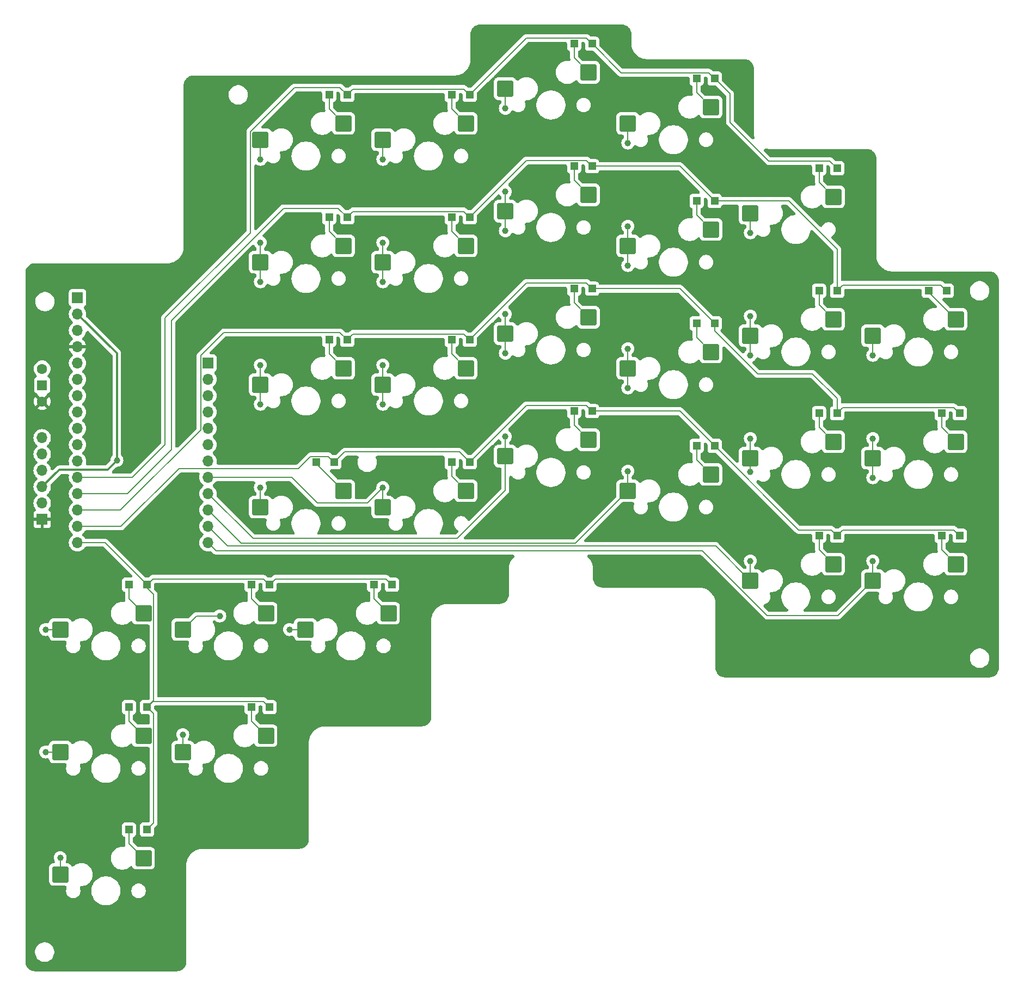
<source format=gbl>
G04 #@! TF.GenerationSoftware,KiCad,Pcbnew,8.0.6-8.0.6-0~ubuntu24.04.1*
G04 #@! TF.CreationDate,2025-02-09T13:24:35-05:00*
G04 #@! TF.ProjectId,keybird_right,6b657962-6972-4645-9f72-696768742e6b,rev?*
G04 #@! TF.SameCoordinates,Original*
G04 #@! TF.FileFunction,Copper,L2,Bot*
G04 #@! TF.FilePolarity,Positive*
%FSLAX46Y46*%
G04 Gerber Fmt 4.6, Leading zero omitted, Abs format (unit mm)*
G04 Created by KiCad (PCBNEW 8.0.6-8.0.6-0~ubuntu24.04.1) date 2025-02-09 13:24:35*
%MOMM*%
%LPD*%
G01*
G04 APERTURE LIST*
G04 Aperture macros list*
%AMRoundRect*
0 Rectangle with rounded corners*
0 $1 Rounding radius*
0 $2 $3 $4 $5 $6 $7 $8 $9 X,Y pos of 4 corners*
0 Add a 4 corners polygon primitive as box body*
4,1,4,$2,$3,$4,$5,$6,$7,$8,$9,$2,$3,0*
0 Add four circle primitives for the rounded corners*
1,1,$1+$1,$2,$3*
1,1,$1+$1,$4,$5*
1,1,$1+$1,$6,$7*
1,1,$1+$1,$8,$9*
0 Add four rect primitives between the rounded corners*
20,1,$1+$1,$2,$3,$4,$5,0*
20,1,$1+$1,$4,$5,$6,$7,0*
20,1,$1+$1,$6,$7,$8,$9,0*
20,1,$1+$1,$8,$9,$2,$3,0*%
G04 Aperture macros list end*
G04 #@! TA.AperFunction,ComponentPad*
%ADD10R,1.700000X1.700000*%
G04 #@! TD*
G04 #@! TA.AperFunction,ComponentPad*
%ADD11O,1.700000X1.700000*%
G04 #@! TD*
G04 #@! TA.AperFunction,SMDPad,CuDef*
%ADD12RoundRect,0.250000X-1.025000X-1.000000X1.025000X-1.000000X1.025000X1.000000X-1.025000X1.000000X0*%
G04 #@! TD*
G04 #@! TA.AperFunction,SMDPad,CuDef*
%ADD13R,1.200000X1.200000*%
G04 #@! TD*
G04 #@! TA.AperFunction,ComponentPad*
%ADD14R,1.500000X1.500000*%
G04 #@! TD*
G04 #@! TA.AperFunction,ComponentPad*
%ADD15C,1.600000*%
G04 #@! TD*
G04 #@! TA.AperFunction,ViaPad*
%ADD16C,1.000000*%
G04 #@! TD*
G04 #@! TA.AperFunction,Conductor*
%ADD17C,0.200000*%
G04 #@! TD*
G04 #@! TA.AperFunction,Conductor*
%ADD18C,0.300000*%
G04 #@! TD*
G04 #@! TA.AperFunction,Conductor*
%ADD19C,0.250000*%
G04 #@! TD*
G04 APERTURE END LIST*
D10*
X129295000Y-85525000D03*
D11*
X129295000Y-88065000D03*
X129295000Y-90605000D03*
X129295000Y-93145000D03*
X129295000Y-95685000D03*
X129295000Y-98225000D03*
X129295000Y-100765000D03*
X129295000Y-103305000D03*
X129295000Y-105845000D03*
X129295000Y-108385000D03*
X129295000Y-110925000D03*
X129295000Y-113465000D03*
D10*
X109000000Y-75375000D03*
D11*
X109000000Y-77915000D03*
X109000000Y-80455000D03*
X109000000Y-82995000D03*
X109000000Y-85535000D03*
X109000000Y-88075000D03*
X109000000Y-90615000D03*
X109000000Y-93155000D03*
X109000000Y-95695000D03*
X109000000Y-98235000D03*
X109000000Y-100775000D03*
X109000000Y-103315000D03*
X109000000Y-105855000D03*
X109000000Y-108395000D03*
X109000000Y-110935000D03*
X109000000Y-113475000D03*
D12*
X232690050Y-100315000D03*
X245617050Y-97775000D03*
X137440050Y-88885000D03*
X150367050Y-86345000D03*
X213640050Y-81265000D03*
X226567050Y-78725000D03*
X137440050Y-107935000D03*
X150367050Y-105395000D03*
X144425050Y-126985000D03*
X157352050Y-124445000D03*
X175540050Y-80947500D03*
X188467050Y-78407500D03*
X156490050Y-107935000D03*
X169417050Y-105395000D03*
X194590050Y-105395000D03*
X207517050Y-102855000D03*
X156490050Y-69835000D03*
X169417050Y-67295000D03*
X194590050Y-86345000D03*
X207517050Y-83805000D03*
X175540050Y-42847500D03*
X188467050Y-40307500D03*
X137440050Y-69835000D03*
X150367050Y-67295000D03*
X213640050Y-62215000D03*
X226567050Y-59675000D03*
X232690050Y-81265000D03*
X245617050Y-78725000D03*
X125375050Y-146035000D03*
X138302050Y-143495000D03*
X213640050Y-119365000D03*
X226567050Y-116825000D03*
X232690050Y-119365000D03*
X245617050Y-116825000D03*
X125375050Y-126985000D03*
X138302050Y-124445000D03*
X175540050Y-61897500D03*
X188467050Y-59357500D03*
X156490050Y-88885000D03*
X169417050Y-86345000D03*
X194590050Y-67295000D03*
X207517050Y-64755000D03*
X194590050Y-48245000D03*
X207517050Y-45705000D03*
X106325050Y-146035000D03*
X119252050Y-143495000D03*
X106325050Y-126985000D03*
X119252050Y-124445000D03*
X156490000Y-50785000D03*
X169417000Y-48245000D03*
X175540050Y-99997500D03*
X188467050Y-97457500D03*
X137440000Y-50785000D03*
X150367000Y-48245000D03*
X106325050Y-165085000D03*
X119252050Y-162545000D03*
X213640050Y-100315000D03*
X226567050Y-97775000D03*
D13*
X224325050Y-112380000D03*
X227125050Y-112380000D03*
X186225050Y-54912500D03*
X189025050Y-54912500D03*
X205275050Y-41260000D03*
X208075050Y-41260000D03*
X186225050Y-93012500D03*
X189025050Y-93012500D03*
X167175050Y-62850000D03*
X169975050Y-62850000D03*
X167175000Y-43800000D03*
X169975000Y-43800000D03*
X224325050Y-74280000D03*
X227125050Y-74280000D03*
X224325050Y-55230000D03*
X227125050Y-55230000D03*
X205275050Y-98410000D03*
X208075050Y-98410000D03*
X243375050Y-93330000D03*
X246175050Y-93330000D03*
X117010050Y-120000000D03*
X119810050Y-120000000D03*
X146125050Y-100950000D03*
X148925050Y-100950000D03*
X205275050Y-79360000D03*
X208075050Y-79360000D03*
X148125050Y-62850000D03*
X150925050Y-62850000D03*
X186225050Y-35862500D03*
X189025050Y-35862500D03*
X136060050Y-120000000D03*
X138860050Y-120000000D03*
X243375050Y-112380000D03*
X246175050Y-112380000D03*
X224325050Y-93330000D03*
X227125050Y-93330000D03*
D14*
X103500000Y-88960000D03*
D15*
X103500000Y-91500000D03*
X103500000Y-86420000D03*
D13*
X155110050Y-120000000D03*
X157910050Y-120000000D03*
D10*
X103500000Y-109850000D03*
D11*
X103500000Y-107310000D03*
X103500000Y-104770000D03*
X103500000Y-102230000D03*
X103500000Y-99690000D03*
X103500000Y-97150000D03*
D13*
X136060050Y-139050000D03*
X138860050Y-139050000D03*
X167175050Y-100950000D03*
X169975050Y-100950000D03*
X186225050Y-73962500D03*
X189025050Y-73962500D03*
X148125000Y-43800000D03*
X150925000Y-43800000D03*
X205275050Y-60310000D03*
X208075050Y-60310000D03*
X148125050Y-81900000D03*
X150925050Y-81900000D03*
X117010050Y-158100000D03*
X119810050Y-158100000D03*
X167175050Y-81900000D03*
X169975050Y-81900000D03*
X241375050Y-74280000D03*
X244175050Y-74280000D03*
X117010050Y-139050000D03*
X119810050Y-139050000D03*
D16*
X118409421Y-99293233D03*
X125743120Y-103964107D03*
X120689794Y-108313925D03*
X175540050Y-77898418D03*
X175540000Y-64946582D03*
X175540000Y-45896582D03*
X175540000Y-83996582D03*
X175540050Y-96948418D03*
X175540050Y-58848418D03*
X104040813Y-126978332D03*
X104040813Y-146028332D03*
X213640000Y-102445307D03*
X213640000Y-65264082D03*
X213640050Y-116315918D03*
X213640050Y-78215918D03*
X213640000Y-84314082D03*
X213640050Y-97265918D03*
X137440000Y-91934082D03*
X137440050Y-104885918D03*
X137440000Y-72884082D03*
X137440050Y-85835918D03*
X137440000Y-53834082D03*
X137440050Y-66785918D03*
X141962306Y-126985000D03*
X156490000Y-91934082D03*
X156490000Y-53834082D03*
X156490050Y-104885918D03*
X156490050Y-66785918D03*
X131119017Y-124863333D03*
X156490050Y-85835918D03*
X156490000Y-72884082D03*
X232690000Y-97265918D03*
X232689950Y-84314082D03*
X232690000Y-103364082D03*
X106306250Y-162472007D03*
X232690050Y-116315918D03*
X194589950Y-70344082D03*
X194590000Y-89394082D03*
X194590050Y-102345918D03*
X194590000Y-51294082D03*
X194590000Y-83295918D03*
X125377174Y-143314320D03*
X194590050Y-64245918D03*
X121000000Y-178000000D03*
X153000000Y-90000000D03*
X217000000Y-114000000D03*
X121000000Y-170000000D03*
X201000000Y-82000000D03*
X161000000Y-66000000D03*
X177000000Y-106000000D03*
X169000000Y-58000000D03*
X241000000Y-114000000D03*
X113000000Y-162000000D03*
X249000000Y-98000000D03*
X201000000Y-66000000D03*
X217000000Y-90000000D03*
X169000000Y-98000000D03*
X225000000Y-106000000D03*
X201000000Y-42000000D03*
X153000000Y-58000000D03*
X249000000Y-82000000D03*
X145000000Y-138000000D03*
X249000000Y-122000000D03*
X193000000Y-58000000D03*
X113000000Y-90000000D03*
X209000000Y-58000000D03*
X105000000Y-170000000D03*
X153000000Y-74000000D03*
X193000000Y-42000000D03*
X241000000Y-90000000D03*
X129000000Y-42000000D03*
X137000000Y-42000000D03*
X153000000Y-98000000D03*
X137000000Y-146000000D03*
X249000000Y-106000000D03*
X137000000Y-154000000D03*
X201000000Y-58000000D03*
X113000000Y-138000000D03*
X161000000Y-98000000D03*
X145000000Y-122000000D03*
X161000000Y-58000000D03*
X241000000Y-130000000D03*
X153000000Y-50000000D03*
X113000000Y-154000000D03*
X217000000Y-58000000D03*
X241000000Y-106000000D03*
X185000000Y-106000000D03*
X161000000Y-138000000D03*
X177000000Y-50000000D03*
X161000000Y-130000000D03*
X153000000Y-66000000D03*
X193000000Y-34000000D03*
X121000000Y-82000000D03*
X105000000Y-154000000D03*
X121000000Y-90000000D03*
X113000000Y-74000000D03*
X209000000Y-106000000D03*
X225000000Y-130000000D03*
X161000000Y-122000000D03*
X145000000Y-98000000D03*
X113000000Y-178000000D03*
X105000000Y-114000000D03*
X153000000Y-138000000D03*
X217000000Y-130000000D03*
X209000000Y-74000000D03*
X105000000Y-82000000D03*
X105000000Y-122000000D03*
X185000000Y-90000000D03*
X209000000Y-90000000D03*
X201000000Y-98000000D03*
X217000000Y-74000000D03*
X177000000Y-90000000D03*
X169000000Y-122000000D03*
X177000000Y-34000000D03*
X193000000Y-98000000D03*
X145000000Y-58000000D03*
X185000000Y-50000000D03*
X249000000Y-90000000D03*
X129000000Y-154000000D03*
X153000000Y-106000000D03*
X249000000Y-114000000D03*
X145000000Y-82000000D03*
X233000000Y-130000000D03*
X209000000Y-50000000D03*
X115120000Y-100663700D03*
D17*
X109000000Y-110935000D02*
X115754071Y-110935000D01*
X115754071Y-110935000D02*
X124774071Y-101915000D01*
X124774071Y-101915000D02*
X143360050Y-101915000D01*
X143360050Y-101915000D02*
X145225050Y-100050000D01*
X145225050Y-100050000D02*
X148025050Y-100050000D01*
X148025050Y-100050000D02*
X148925050Y-100950000D01*
X109000000Y-108395000D02*
X115691837Y-108395000D01*
X115691837Y-108395000D02*
X128145000Y-95941837D01*
X128145000Y-95941837D02*
X128145000Y-84375000D01*
X128145000Y-84375000D02*
X131744019Y-80775981D01*
X131744019Y-80775981D02*
X149801031Y-80775981D01*
X149801031Y-80775981D02*
X150925050Y-81900000D01*
X120827050Y-157083000D02*
X119810050Y-158100000D01*
X137960050Y-138150000D02*
X138860050Y-139050000D01*
X120827050Y-140067000D02*
X120827050Y-157083000D01*
X120710050Y-138150000D02*
X137960050Y-138150000D01*
X120710050Y-119100000D02*
X137960050Y-119100000D01*
X138860050Y-120000000D02*
X139760050Y-119100000D01*
X139760050Y-119100000D02*
X157010050Y-119100000D01*
X119810050Y-120501170D02*
X120827050Y-121518170D01*
X119810050Y-120000000D02*
X119810050Y-120501170D01*
X157010050Y-119100000D02*
X157910050Y-120000000D01*
X113285050Y-113475000D02*
X119810050Y-120000000D01*
X119810050Y-139050000D02*
X120827050Y-140067000D01*
X120827050Y-121518170D02*
X120827050Y-138033000D01*
X119810050Y-139050000D02*
X120710050Y-138150000D01*
X119810050Y-120000000D02*
X120710050Y-119100000D01*
X137960050Y-119100000D02*
X138860050Y-120000000D01*
X109000000Y-113475000D02*
X113285050Y-113475000D01*
X120827050Y-138033000D02*
X119810050Y-139050000D01*
X117010050Y-160303000D02*
X119252050Y-162545000D01*
X117010050Y-158100000D02*
X117010050Y-160303000D01*
X208075050Y-98410000D02*
X221145050Y-111480000D01*
X245275050Y-111480000D02*
X246175050Y-112380000D01*
X188125050Y-92112500D02*
X189025050Y-93012500D01*
X148925050Y-100950000D02*
X150525050Y-99350000D01*
X226225050Y-111480000D02*
X227125050Y-112380000D01*
X169975050Y-100950000D02*
X178812550Y-92112500D01*
X221145050Y-111480000D02*
X226225050Y-111480000D01*
X178812550Y-92112500D02*
X188125050Y-92112500D01*
X202677550Y-93012500D02*
X208075050Y-98410000D01*
X227125050Y-112380000D02*
X228025050Y-111480000D01*
X168375050Y-99350000D02*
X169975050Y-100950000D01*
X150525050Y-99350000D02*
X168375050Y-99350000D01*
X189025050Y-93012500D02*
X202677550Y-93012500D01*
X228025050Y-111480000D02*
X245275050Y-111480000D01*
X243375050Y-114583000D02*
X245617050Y-116825000D01*
X243375050Y-112380000D02*
X243375050Y-114583000D01*
X208075050Y-79360000D02*
X208075050Y-80506107D01*
X227125050Y-93330000D02*
X228025050Y-92430000D01*
X188125050Y-73062500D02*
X189025050Y-73962500D01*
X151825050Y-81000000D02*
X169075050Y-81000000D01*
X150925050Y-81900000D02*
X151825050Y-81000000D01*
X169075050Y-81000000D02*
X169975050Y-81900000D01*
X189025050Y-73962500D02*
X202677550Y-73962500D01*
X245275050Y-92430000D02*
X246175050Y-93330000D01*
X223301596Y-87216896D02*
X227119332Y-91034632D01*
X169975050Y-81900000D02*
X178812550Y-73062500D01*
X214785839Y-87216896D02*
X223301596Y-87216896D01*
X178812550Y-73062500D02*
X188125050Y-73062500D01*
X228025050Y-92430000D02*
X245275050Y-92430000D01*
X227119332Y-91034632D02*
X227119332Y-93324282D01*
X202677550Y-73962500D02*
X208075050Y-79360000D01*
X227119332Y-93324282D02*
X227125050Y-93330000D01*
X208075050Y-80506107D02*
X214785839Y-87216896D01*
X243375050Y-93330000D02*
X243375050Y-95533000D01*
X243375050Y-95533000D02*
X245617050Y-97775000D01*
X243275050Y-73380000D02*
X244175050Y-74280000D01*
X169075050Y-61950000D02*
X169975050Y-62850000D01*
X189025050Y-54912500D02*
X202677550Y-54912500D01*
X149550070Y-61475020D02*
X150925050Y-62850000D01*
X151825050Y-61950000D02*
X169075050Y-61950000D01*
X227125050Y-74280000D02*
X228025050Y-73380000D01*
X208075050Y-60310000D02*
X219627638Y-60310000D01*
X219627638Y-60310000D02*
X227125050Y-67807412D01*
X116750329Y-105855000D02*
X123602444Y-99002885D01*
X178812550Y-54012500D02*
X188125050Y-54012500D01*
X150925050Y-62850000D02*
X151825050Y-61950000D01*
X228025050Y-73380000D02*
X243275050Y-73380000D01*
X123602444Y-99002885D02*
X123602444Y-78893070D01*
X169975050Y-62850000D02*
X178812550Y-54012500D01*
X227125050Y-67807412D02*
X227125050Y-74280000D01*
X202677550Y-54912500D02*
X208075050Y-60310000D01*
X188125050Y-54012500D02*
X189025050Y-54912500D01*
X109000000Y-105855000D02*
X116750329Y-105855000D01*
X123602444Y-78893070D02*
X141020494Y-61475020D01*
X141020494Y-61475020D02*
X149550070Y-61475020D01*
X241375050Y-74280000D02*
X241375050Y-74483000D01*
X241375050Y-74483000D02*
X245617050Y-78725000D01*
X208075050Y-41260000D02*
X210469600Y-43654550D01*
X178812500Y-34962500D02*
X188125050Y-34962500D01*
X169075000Y-42900000D02*
X169975000Y-43800000D01*
X193522550Y-40360000D02*
X207175050Y-40360000D01*
X207175050Y-40360000D02*
X208075050Y-41260000D01*
X109000000Y-103315000D02*
X117493527Y-103315000D01*
X135865000Y-65264971D02*
X135865000Y-49550256D01*
X117493527Y-103315000D02*
X122620392Y-98188135D01*
X151825000Y-42900000D02*
X169075000Y-42900000D01*
X210469600Y-43654550D02*
X210469600Y-48067449D01*
X149772566Y-42647566D02*
X150925000Y-43800000D01*
X226002207Y-54107157D02*
X227125050Y-55230000D01*
X142767690Y-42647566D02*
X149772566Y-42647566D01*
X188125050Y-34962500D02*
X189025050Y-35862500D01*
X210469600Y-48067449D02*
X216509308Y-54107157D01*
X122620392Y-98188135D02*
X122620392Y-78509579D01*
X169975000Y-43800000D02*
X178812500Y-34962500D01*
X216509308Y-54107157D02*
X226002207Y-54107157D01*
X150925000Y-43800000D02*
X151825000Y-42900000D01*
X189025050Y-35862500D02*
X193522550Y-40360000D01*
X135865000Y-49550256D02*
X142767690Y-42647566D01*
X109000000Y-103305000D02*
X109000000Y-103525000D01*
X122620392Y-78509579D02*
X135865000Y-65264971D01*
X117010050Y-141253000D02*
X119252050Y-143495000D01*
X117010050Y-139050000D02*
X117010050Y-141253000D01*
X224325050Y-112380000D02*
X224325050Y-114583000D01*
X224325050Y-114583000D02*
X226567050Y-116825000D01*
X224325050Y-95533000D02*
X226567050Y-97775000D01*
X224325050Y-93330000D02*
X224325050Y-95533000D01*
X224325050Y-74280000D02*
X224325050Y-76483000D01*
X224325050Y-76483000D02*
X226567050Y-78725000D01*
X224325050Y-57433000D02*
X226567050Y-59675000D01*
X224325050Y-55230000D02*
X224325050Y-57433000D01*
X136060050Y-139050000D02*
X136060050Y-141253000D01*
X136060050Y-141253000D02*
X138302050Y-143495000D01*
X205275050Y-100613000D02*
X207517050Y-102855000D01*
X205275050Y-98410000D02*
X205275050Y-100613000D01*
X205275050Y-81563000D02*
X207517050Y-83805000D01*
X205275050Y-79360000D02*
X205275050Y-81563000D01*
X205275050Y-60310000D02*
X205275050Y-62513000D01*
X205275050Y-62513000D02*
X207517050Y-64755000D01*
X205275050Y-41260000D02*
X205275050Y-43463000D01*
X205275050Y-43463000D02*
X207517050Y-45705000D01*
X117010050Y-120000000D02*
X117010050Y-122203000D01*
X117010050Y-122203000D02*
X119252050Y-124445000D01*
X186225050Y-93012500D02*
X186225050Y-95215500D01*
X186225050Y-95215500D02*
X188467050Y-97457500D01*
X186225050Y-76165500D02*
X188467050Y-78407500D01*
X186225050Y-73962500D02*
X186225050Y-76165500D01*
X186225050Y-57115500D02*
X188467050Y-59357500D01*
X186225050Y-54912500D02*
X186225050Y-57115500D01*
X186225050Y-35862500D02*
X186225050Y-38065500D01*
X186225050Y-38065500D02*
X188467050Y-40307500D01*
X136060050Y-120000000D02*
X136060050Y-122203000D01*
X136060050Y-122203000D02*
X138302050Y-124445000D01*
X167175050Y-100950000D02*
X167175050Y-103153000D01*
X167175050Y-103153000D02*
X169417050Y-105395000D01*
X167175050Y-81900000D02*
X167175050Y-84103000D01*
X167175050Y-84103000D02*
X169417050Y-86345000D01*
X167175050Y-62850000D02*
X167175050Y-65053000D01*
X167175050Y-65053000D02*
X169417050Y-67295000D01*
X167175000Y-43800000D02*
X167175000Y-46003000D01*
X167175000Y-46003000D02*
X169417000Y-48245000D01*
X155110050Y-120000000D02*
X155110050Y-122203000D01*
X155110050Y-122203000D02*
X157352050Y-124445000D01*
X146125050Y-100950000D02*
X146125050Y-101153000D01*
X146125050Y-101153000D02*
X150367050Y-105395000D01*
X148125050Y-84103000D02*
X150367050Y-86345000D01*
X148125050Y-81900000D02*
X148125050Y-84103000D01*
X148125050Y-65053000D02*
X150367050Y-67295000D01*
X148125050Y-62850000D02*
X148125050Y-65053000D01*
X148125000Y-43800000D02*
X148125000Y-46003000D01*
X148125000Y-46003000D02*
X150367000Y-48245000D01*
X175540000Y-83996582D02*
X175540000Y-80947500D01*
X175540050Y-58848418D02*
X175540050Y-61897500D01*
X175540050Y-105322412D02*
X168037462Y-112825000D01*
X168037462Y-112825000D02*
X136275000Y-112825000D01*
X136275000Y-112825000D02*
X129295000Y-105845000D01*
X129150000Y-106000000D02*
X129295000Y-105855000D01*
X104047481Y-126985000D02*
X106325050Y-126985000D01*
X175540050Y-99997500D02*
X175540050Y-105322412D01*
X175540000Y-45896582D02*
X175540000Y-42847500D01*
X175540050Y-96948418D02*
X175540050Y-99997500D01*
X175540050Y-77898418D02*
X175540050Y-80947500D01*
X175540000Y-64946582D02*
X175540000Y-61897500D01*
X132349301Y-113979301D02*
X208254351Y-113979301D01*
X213640000Y-102445307D02*
X213640000Y-100315000D01*
X213640050Y-97265918D02*
X213640050Y-100315000D01*
X213640000Y-84314082D02*
X213640000Y-81265000D01*
X213640050Y-78215918D02*
X213640050Y-81265000D01*
X129295000Y-110925000D02*
X132349301Y-113979301D01*
X213640000Y-65264082D02*
X213640000Y-62215000D01*
X129230000Y-111000000D02*
X129295000Y-110935000D01*
X104040813Y-146028332D02*
X104047481Y-146035000D01*
X213640050Y-116315918D02*
X213640050Y-119365000D01*
X208254351Y-113979301D02*
X213640050Y-119365000D01*
X104047481Y-146035000D02*
X106325050Y-146035000D01*
X137440050Y-104885918D02*
X137440050Y-107935000D01*
X137440000Y-72884082D02*
X137440000Y-69835000D01*
X141962306Y-126985000D02*
X144425050Y-126985000D01*
X137440050Y-85835918D02*
X137440050Y-88885000D01*
X137440050Y-66785918D02*
X137440050Y-69835000D01*
X137440000Y-91934082D02*
X137440000Y-88885000D01*
X137440000Y-53834082D02*
X137440000Y-50785000D01*
X142354812Y-103336412D02*
X146304951Y-107286551D01*
X131119017Y-124863333D02*
X127496717Y-124863333D01*
X156490050Y-66785918D02*
X156490050Y-69835000D01*
X146304951Y-107286551D02*
X154089417Y-107286551D01*
X129326412Y-103336412D02*
X142354812Y-103336412D01*
X156490050Y-104885918D02*
X156490050Y-107935000D01*
X156490000Y-53834082D02*
X156490000Y-50785000D01*
X129295000Y-103305000D02*
X129326412Y-103336412D01*
X154089417Y-107286551D02*
X156490050Y-104885918D01*
X127496717Y-124863333D02*
X125375050Y-126985000D01*
X129110000Y-103500000D02*
X129295000Y-103315000D01*
X156490050Y-85835918D02*
X156490050Y-88885000D01*
X156490000Y-91934082D02*
X156490000Y-88885000D01*
X156490000Y-72884082D02*
X156490000Y-69835000D01*
X129295000Y-113465000D02*
X130528021Y-114698021D01*
X130528021Y-114698021D02*
X206163327Y-114698021D01*
X232690000Y-103364082D02*
X232690000Y-100315000D01*
X227252285Y-124802765D02*
X232690050Y-119365000D01*
X206163327Y-114698021D02*
X216268071Y-124802765D01*
X216268071Y-124802765D02*
X227252285Y-124802765D01*
X106325050Y-162490807D02*
X106306250Y-162472007D01*
X232690050Y-116315918D02*
X232690050Y-119365000D01*
X129270000Y-113500000D02*
X129295000Y-113475000D01*
X232689950Y-84314082D02*
X232689950Y-81265000D01*
X232690000Y-97265918D02*
X232690000Y-100315000D01*
X106325050Y-165085000D02*
X106325050Y-162490807D01*
X129190000Y-108500000D02*
X129295000Y-108395000D01*
X194590050Y-102345918D02*
X194590050Y-105395000D01*
X125377174Y-143314320D02*
X125375050Y-143316444D01*
X134489301Y-113579301D02*
X186405749Y-113579301D01*
X194590000Y-83295918D02*
X194590000Y-86345000D01*
X194590050Y-64245918D02*
X194590050Y-67295000D01*
X194589950Y-70344082D02*
X194589950Y-67295000D01*
X194590000Y-51294082D02*
X194590000Y-48245000D01*
X186405749Y-113579301D02*
X194590050Y-105395000D01*
X125375050Y-143316444D02*
X125375050Y-146035000D01*
X194590000Y-89394082D02*
X194590000Y-86345000D01*
X129295000Y-108385000D02*
X134489301Y-113579301D01*
D18*
X113668700Y-102115000D02*
X106155000Y-102115000D01*
D19*
X103600000Y-104670000D02*
X103500000Y-104770000D01*
D18*
X106155000Y-102115000D02*
X103500000Y-104770000D01*
X115120000Y-100663700D02*
X113668700Y-102115000D01*
X115112171Y-84027171D02*
X109000000Y-77915000D01*
X115120000Y-100663700D02*
X115112171Y-100655871D01*
X115112171Y-100655871D02*
X115112171Y-84027171D01*
G04 #@! TA.AperFunction,Conductor*
G36*
X193658863Y-32863634D02*
G01*
X193686639Y-32865620D01*
X193845645Y-32876993D01*
X193880793Y-32882046D01*
X194055064Y-32919956D01*
X194089143Y-32929963D01*
X194256228Y-32992283D01*
X194288542Y-33007040D01*
X194445062Y-33092506D01*
X194474947Y-33111712D01*
X194617703Y-33218578D01*
X194644553Y-33241843D01*
X194770656Y-33367946D01*
X194793921Y-33394796D01*
X194900787Y-33537552D01*
X194919995Y-33567440D01*
X195005459Y-33723957D01*
X195020216Y-33756271D01*
X195082534Y-33923350D01*
X195092544Y-33957439D01*
X195130451Y-34131695D01*
X195135507Y-34166860D01*
X195148866Y-34353635D01*
X195149500Y-34371399D01*
X195149500Y-35694108D01*
X195149500Y-35760000D01*
X195149500Y-35911252D01*
X195161566Y-36010624D01*
X195185962Y-36211546D01*
X195258357Y-36505267D01*
X195365624Y-36788107D01*
X195365632Y-36788124D01*
X195506200Y-37055954D01*
X195506211Y-37055972D01*
X195636161Y-37244237D01*
X195678050Y-37304924D01*
X195878648Y-37531352D01*
X196105076Y-37731950D01*
X196354033Y-37903792D01*
X196354036Y-37903794D01*
X196354045Y-37903799D01*
X196621875Y-38044367D01*
X196621880Y-38044369D01*
X196621887Y-38044373D01*
X196904734Y-38151643D01*
X197198449Y-38224037D01*
X197498748Y-38260500D01*
X197584108Y-38260500D01*
X212634108Y-38260500D01*
X212691100Y-38260500D01*
X212708863Y-38261134D01*
X212736639Y-38263120D01*
X212895645Y-38274493D01*
X212930793Y-38279546D01*
X213105064Y-38317456D01*
X213139143Y-38327463D01*
X213306228Y-38389783D01*
X213338542Y-38404540D01*
X213495062Y-38490006D01*
X213524947Y-38509212D01*
X213595969Y-38562379D01*
X213667703Y-38616078D01*
X213694553Y-38639343D01*
X213820656Y-38765446D01*
X213843921Y-38792296D01*
X213950787Y-38935052D01*
X213969995Y-38964940D01*
X214055459Y-39121457D01*
X214070216Y-39153771D01*
X214132534Y-39320850D01*
X214142544Y-39354939D01*
X214180451Y-39529195D01*
X214185507Y-39564360D01*
X214198866Y-39751135D01*
X214199500Y-39768899D01*
X214199500Y-49664108D01*
X214199500Y-49730000D01*
X214199500Y-49881252D01*
X214223652Y-50080158D01*
X214232915Y-50156455D01*
X214235963Y-50181551D01*
X214278211Y-50352958D01*
X214284875Y-50379995D01*
X214289275Y-50477050D01*
X214256199Y-50568402D01*
X214190682Y-50640142D01*
X214102699Y-50681349D01*
X214005644Y-50685749D01*
X213914292Y-50652673D01*
X213867040Y-50615654D01*
X211143030Y-47891644D01*
X211089054Y-47810862D01*
X211070100Y-47715574D01*
X211070100Y-43575492D01*
X211050006Y-43500500D01*
X211050006Y-43500499D01*
X211037971Y-43455586D01*
X211029177Y-43422765D01*
X211029175Y-43422762D01*
X211029176Y-43422762D01*
X210969545Y-43319479D01*
X210950121Y-43285836D01*
X210950120Y-43285834D01*
X210838316Y-43174030D01*
X210838313Y-43174028D01*
X209248479Y-41584194D01*
X209194503Y-41503412D01*
X209175549Y-41408124D01*
X209175549Y-40612134D01*
X209175549Y-40612128D01*
X209169141Y-40552517D01*
X209118846Y-40417669D01*
X209032596Y-40302454D01*
X208917381Y-40216204D01*
X208837167Y-40186286D01*
X208782531Y-40165908D01*
X208722926Y-40159500D01*
X208722923Y-40159500D01*
X207926925Y-40159500D01*
X207831637Y-40140546D01*
X207750855Y-40086570D01*
X207655571Y-39991286D01*
X207655570Y-39991284D01*
X207543766Y-39879480D01*
X207483895Y-39844914D01*
X207450948Y-39825892D01*
X207450946Y-39825891D01*
X207406833Y-39800422D01*
X207406834Y-39800422D01*
X207289188Y-39768899D01*
X207254107Y-39759499D01*
X207095993Y-39759499D01*
X207080732Y-39759499D01*
X207080716Y-39759500D01*
X193874425Y-39759500D01*
X193779137Y-39740546D01*
X193698355Y-39686570D01*
X190198479Y-36186694D01*
X190144503Y-36105912D01*
X190125549Y-36010624D01*
X190125549Y-35214634D01*
X190125549Y-35214628D01*
X190119141Y-35155017D01*
X190068846Y-35020169D01*
X189982596Y-34904954D01*
X189867381Y-34818704D01*
X189787167Y-34788786D01*
X189732531Y-34768408D01*
X189672926Y-34762000D01*
X189672923Y-34762000D01*
X188876925Y-34762000D01*
X188781637Y-34743046D01*
X188700855Y-34689070D01*
X188605571Y-34593786D01*
X188605570Y-34593784D01*
X188493766Y-34481980D01*
X188400948Y-34428392D01*
X188356835Y-34402923D01*
X188356834Y-34402922D01*
X188239188Y-34371399D01*
X188204107Y-34361999D01*
X188045993Y-34361999D01*
X188030732Y-34361999D01*
X188030716Y-34362000D01*
X178733440Y-34362000D01*
X178692520Y-34372963D01*
X178692521Y-34372964D01*
X178580715Y-34402923D01*
X178580712Y-34402924D01*
X178443785Y-34481979D01*
X178443783Y-34481980D01*
X178331979Y-34593783D01*
X178331980Y-34593784D01*
X170299194Y-42626570D01*
X170218412Y-42680546D01*
X170123124Y-42699500D01*
X169826875Y-42699500D01*
X169731587Y-42680546D01*
X169650805Y-42626570D01*
X169555521Y-42531286D01*
X169555520Y-42531284D01*
X169443716Y-42419480D01*
X169356906Y-42369361D01*
X169356903Y-42369358D01*
X169306784Y-42340422D01*
X169306781Y-42340421D01*
X169154057Y-42299499D01*
X168995943Y-42299499D01*
X168980682Y-42299499D01*
X168980666Y-42299500D01*
X151745942Y-42299500D01*
X151593213Y-42340423D01*
X151543096Y-42369358D01*
X151543095Y-42369360D01*
X151456284Y-42419480D01*
X151456283Y-42419481D01*
X151456280Y-42419483D01*
X151344479Y-42531283D01*
X151344480Y-42531284D01*
X151249194Y-42626570D01*
X151168412Y-42680546D01*
X151073124Y-42699500D01*
X150776875Y-42699500D01*
X150681587Y-42680546D01*
X150600806Y-42626570D01*
X150267282Y-42293047D01*
X150267279Y-42293043D01*
X150267279Y-42293044D01*
X150253087Y-42278852D01*
X150253086Y-42278850D01*
X150141282Y-42167046D01*
X150054472Y-42116927D01*
X150054469Y-42116924D01*
X150004350Y-42087988D01*
X150004347Y-42087987D01*
X149851623Y-42047065D01*
X149693509Y-42047065D01*
X149678248Y-42047065D01*
X149678232Y-42047066D01*
X142862024Y-42047066D01*
X142862008Y-42047065D01*
X142846747Y-42047065D01*
X142688633Y-42047065D01*
X142667898Y-42052621D01*
X142535905Y-42087988D01*
X142535902Y-42087990D01*
X142485786Y-42116924D01*
X142485785Y-42116926D01*
X142398974Y-42167046D01*
X142398973Y-42167047D01*
X142398970Y-42167049D01*
X142287169Y-42278849D01*
X142287170Y-42278850D01*
X142287168Y-42278852D01*
X135496286Y-49069734D01*
X135496284Y-49069736D01*
X135496283Y-49069735D01*
X135384483Y-49181536D01*
X135384481Y-49181539D01*
X135384480Y-49181540D01*
X135334360Y-49268351D01*
X135334359Y-49268350D01*
X135305424Y-49318468D01*
X135305422Y-49318471D01*
X135264499Y-49471199D01*
X135264499Y-49649378D01*
X135264500Y-49649391D01*
X135264500Y-64913095D01*
X135245546Y-65008383D01*
X135191570Y-65089165D01*
X122251676Y-78029059D01*
X122251675Y-78029058D01*
X122139873Y-78140860D01*
X122139871Y-78140863D01*
X122128173Y-78161126D01*
X122092377Y-78223127D01*
X122067677Y-78265908D01*
X122060815Y-78277794D01*
X122060814Y-78277797D01*
X122019891Y-78430522D01*
X122019891Y-78608701D01*
X122019892Y-78608714D01*
X122019892Y-97836260D01*
X122000938Y-97931548D01*
X121946962Y-98012330D01*
X117317722Y-102641570D01*
X117236940Y-102695546D01*
X117141652Y-102714500D01*
X114590285Y-102714500D01*
X114494997Y-102695546D01*
X114414215Y-102641570D01*
X114360239Y-102560788D01*
X114341285Y-102465500D01*
X114360239Y-102370212D01*
X114414215Y-102289431D01*
X114962274Y-101741370D01*
X115043055Y-101687393D01*
X115113938Y-101669638D01*
X115120000Y-101669041D01*
X115316132Y-101649724D01*
X115504727Y-101592514D01*
X115580204Y-101552171D01*
X115635085Y-101522836D01*
X115678538Y-101499610D01*
X115830883Y-101374583D01*
X115955910Y-101222238D01*
X116013229Y-101115002D01*
X116048811Y-101048433D01*
X116048811Y-101048431D01*
X116048814Y-101048427D01*
X116106024Y-100859832D01*
X116125341Y-100663700D01*
X116106024Y-100467568D01*
X116048814Y-100278973D01*
X116048812Y-100278970D01*
X116048811Y-100278966D01*
X115955911Y-100105163D01*
X115847028Y-99972490D01*
X115830883Y-99952817D01*
X115830881Y-99952815D01*
X115823123Y-99943362D01*
X115825065Y-99941767D01*
X115781625Y-99876754D01*
X115762671Y-99781466D01*
X115762671Y-83963101D01*
X115762670Y-83963099D01*
X115759138Y-83945345D01*
X115737672Y-83837427D01*
X115703755Y-83755544D01*
X115688638Y-83719048D01*
X115688635Y-83719043D01*
X115617447Y-83612502D01*
X115575856Y-83570911D01*
X115526840Y-83521894D01*
X115526840Y-83521895D01*
X110398739Y-78393793D01*
X110344763Y-78313011D01*
X110325809Y-78217723D01*
X110333261Y-78161126D01*
X110333175Y-78161111D01*
X110333523Y-78159134D01*
X110334295Y-78153272D01*
X110335063Y-78150408D01*
X110347304Y-78010500D01*
X110355659Y-77915005D01*
X110355659Y-77914994D01*
X110335064Y-77679598D01*
X110335063Y-77679595D01*
X110335063Y-77679592D01*
X110273903Y-77451337D01*
X110233955Y-77365670D01*
X110174038Y-77237177D01*
X110174034Y-77237169D01*
X110100594Y-77132286D01*
X110038495Y-77043599D01*
X110038492Y-77043596D01*
X110035151Y-77039614D01*
X110033150Y-77035966D01*
X110032259Y-77034694D01*
X110032398Y-77034596D01*
X109988423Y-76954434D01*
X109977848Y-76857857D01*
X110005037Y-76764584D01*
X110065850Y-76688815D01*
X110078571Y-76680135D01*
X110078073Y-76679469D01*
X110092329Y-76668796D01*
X110092331Y-76668796D01*
X110207546Y-76582546D01*
X110293796Y-76467331D01*
X110344091Y-76332483D01*
X110350500Y-76272873D01*
X110350499Y-74477128D01*
X110344091Y-74417517D01*
X110293796Y-74282669D01*
X110207546Y-74167454D01*
X110092331Y-74081204D01*
X110012117Y-74051286D01*
X109957481Y-74030908D01*
X109897873Y-74024500D01*
X108102134Y-74024500D01*
X108102130Y-74024500D01*
X108102128Y-74024501D01*
X108089314Y-74025878D01*
X108042519Y-74030908D01*
X108042515Y-74030909D01*
X107907670Y-74081203D01*
X107792455Y-74167453D01*
X107792453Y-74167455D01*
X107706204Y-74282669D01*
X107655908Y-74417518D01*
X107649500Y-74477123D01*
X107649500Y-76272865D01*
X107649500Y-76272868D01*
X107649501Y-76272872D01*
X107651567Y-76292093D01*
X107655908Y-76332480D01*
X107655909Y-76332484D01*
X107706203Y-76467329D01*
X107706204Y-76467331D01*
X107792454Y-76582546D01*
X107907669Y-76668796D01*
X107907670Y-76668796D01*
X107921927Y-76679469D01*
X107919454Y-76682771D01*
X107967965Y-76723305D01*
X108013006Y-76809389D01*
X108021675Y-76906156D01*
X107992653Y-76998875D01*
X107964855Y-77039605D01*
X107961513Y-77043587D01*
X107825965Y-77237169D01*
X107825961Y-77237177D01*
X107726098Y-77451333D01*
X107726097Y-77451335D01*
X107664935Y-77679598D01*
X107644341Y-77914994D01*
X107644341Y-77915005D01*
X107664935Y-78150401D01*
X107725885Y-78377874D01*
X107726097Y-78378663D01*
X107762605Y-78456954D01*
X107825965Y-78592830D01*
X107953139Y-78774454D01*
X107961505Y-78786401D01*
X108128599Y-78953495D01*
X108167925Y-78981031D01*
X108235107Y-79051209D01*
X108270321Y-79141758D01*
X108268202Y-79238890D01*
X108229074Y-79327818D01*
X108167928Y-79388965D01*
X108128603Y-79416501D01*
X107961504Y-79583600D01*
X107825965Y-79777169D01*
X107825961Y-79777177D01*
X107726098Y-79991333D01*
X107726097Y-79991335D01*
X107664935Y-80219598D01*
X107644341Y-80454994D01*
X107644341Y-80455005D01*
X107664935Y-80690401D01*
X107726096Y-80918660D01*
X107825965Y-81132830D01*
X107925868Y-81275507D01*
X107961505Y-81326401D01*
X108128599Y-81493495D01*
X108168362Y-81521338D01*
X108235544Y-81591517D01*
X108270757Y-81682067D01*
X108268638Y-81779198D01*
X108229509Y-81868126D01*
X108168364Y-81929272D01*
X108128923Y-81956889D01*
X107961889Y-82123923D01*
X107826400Y-82317420D01*
X107826396Y-82317428D01*
X107726570Y-82531505D01*
X107726566Y-82531516D01*
X107669363Y-82744998D01*
X107669364Y-82745000D01*
X108566988Y-82745000D01*
X108534075Y-82802007D01*
X108500000Y-82929174D01*
X108500000Y-83060826D01*
X108534075Y-83187993D01*
X108566988Y-83245000D01*
X107669364Y-83245000D01*
X107669363Y-83245001D01*
X107726566Y-83458483D01*
X107726566Y-83458485D01*
X107826399Y-83672576D01*
X107961889Y-83866076D01*
X108128923Y-84033110D01*
X108168361Y-84060725D01*
X108235545Y-84130907D01*
X108270757Y-84221456D01*
X108268638Y-84318588D01*
X108229509Y-84407515D01*
X108168363Y-84468661D01*
X108128602Y-84496502D01*
X107961504Y-84663600D01*
X107825965Y-84857169D01*
X107825961Y-84857177D01*
X107726098Y-85071333D01*
X107726097Y-85071335D01*
X107664935Y-85299598D01*
X107644341Y-85534994D01*
X107644341Y-85535005D01*
X107664935Y-85770401D01*
X107725885Y-85997874D01*
X107726097Y-85998663D01*
X107741666Y-86032050D01*
X107825965Y-86212830D01*
X107953139Y-86394454D01*
X107961505Y-86406401D01*
X108128599Y-86573495D01*
X108167925Y-86601031D01*
X108235107Y-86671209D01*
X108270321Y-86761758D01*
X108268202Y-86858890D01*
X108229074Y-86947818D01*
X108167928Y-87008965D01*
X108128603Y-87036501D01*
X107961504Y-87203600D01*
X107825965Y-87397169D01*
X107825961Y-87397177D01*
X107726098Y-87611333D01*
X107726097Y-87611335D01*
X107664935Y-87839598D01*
X107644341Y-88074994D01*
X107644341Y-88075005D01*
X107664935Y-88310401D01*
X107725885Y-88537874D01*
X107726097Y-88538663D01*
X107825965Y-88752830D01*
X107961505Y-88946401D01*
X108128599Y-89113495D01*
X108167925Y-89141031D01*
X108235107Y-89211209D01*
X108270321Y-89301758D01*
X108268202Y-89398890D01*
X108229074Y-89487818D01*
X108167928Y-89548965D01*
X108128603Y-89576501D01*
X107961504Y-89743600D01*
X107825965Y-89937169D01*
X107825961Y-89937177D01*
X107726098Y-90151333D01*
X107726097Y-90151335D01*
X107664935Y-90379598D01*
X107644341Y-90614994D01*
X107644341Y-90615005D01*
X107664935Y-90850401D01*
X107723417Y-91068663D01*
X107726097Y-91078663D01*
X107825965Y-91292830D01*
X107961505Y-91486401D01*
X108128599Y-91653495D01*
X108167925Y-91681031D01*
X108235107Y-91751209D01*
X108270321Y-91841758D01*
X108268202Y-91938890D01*
X108229074Y-92027818D01*
X108167928Y-92088965D01*
X108128603Y-92116501D01*
X107961504Y-92283600D01*
X107825965Y-92477169D01*
X107825961Y-92477177D01*
X107726098Y-92691333D01*
X107726097Y-92691335D01*
X107664935Y-92919598D01*
X107644341Y-93154994D01*
X107644341Y-93155005D01*
X107664935Y-93390401D01*
X107724579Y-93613000D01*
X107726097Y-93618663D01*
X107821302Y-93822830D01*
X107825965Y-93832830D01*
X107927524Y-93977872D01*
X107961505Y-94026401D01*
X108128599Y-94193495D01*
X108167925Y-94221031D01*
X108235107Y-94291209D01*
X108270321Y-94381758D01*
X108268202Y-94478890D01*
X108229074Y-94567818D01*
X108167928Y-94628965D01*
X108128603Y-94656501D01*
X107961504Y-94823600D01*
X107825965Y-95017169D01*
X107825961Y-95017177D01*
X107726098Y-95231333D01*
X107726097Y-95231335D01*
X107664935Y-95459598D01*
X107644341Y-95694994D01*
X107644341Y-95695005D01*
X107664935Y-95930401D01*
X107723417Y-96148663D01*
X107726097Y-96158663D01*
X107794195Y-96304699D01*
X107825965Y-96372830D01*
X107959602Y-96563684D01*
X107961505Y-96566401D01*
X108128599Y-96733495D01*
X108167925Y-96761031D01*
X108235107Y-96831209D01*
X108270321Y-96921758D01*
X108268202Y-97018890D01*
X108229074Y-97107818D01*
X108167928Y-97168965D01*
X108128603Y-97196501D01*
X107961504Y-97363600D01*
X107825965Y-97557169D01*
X107825961Y-97557177D01*
X107726098Y-97771333D01*
X107726097Y-97771335D01*
X107664935Y-97999598D01*
X107644341Y-98234994D01*
X107644341Y-98235005D01*
X107664935Y-98470401D01*
X107723417Y-98688663D01*
X107726097Y-98698663D01*
X107805750Y-98869478D01*
X107825965Y-98912830D01*
X107953055Y-99094334D01*
X107961505Y-99106401D01*
X108128599Y-99273495D01*
X108167925Y-99301031D01*
X108235107Y-99371209D01*
X108270321Y-99461758D01*
X108268202Y-99558890D01*
X108229074Y-99647818D01*
X108167928Y-99708965D01*
X108128603Y-99736501D01*
X107961504Y-99903600D01*
X107825965Y-100097169D01*
X107825961Y-100097177D01*
X107726098Y-100311333D01*
X107726097Y-100311335D01*
X107664935Y-100539598D01*
X107644341Y-100774994D01*
X107644341Y-100775005D01*
X107664935Y-101010401D01*
X107664936Y-101010404D01*
X107702623Y-101151056D01*
X107708977Y-101248003D01*
X107677747Y-101340001D01*
X107613687Y-101413046D01*
X107526551Y-101456016D01*
X107462107Y-101464500D01*
X106090930Y-101464500D01*
X106074356Y-101467797D01*
X105971882Y-101488181D01*
X105968544Y-101488844D01*
X105965254Y-101489499D01*
X105846872Y-101538534D01*
X105740330Y-101609723D01*
X105249996Y-102100056D01*
X105169215Y-102154032D01*
X105073927Y-102172986D01*
X104978638Y-102154032D01*
X104897857Y-102100055D01*
X104843881Y-102019274D01*
X104833415Y-101988442D01*
X104773903Y-101766337D01*
X104700872Y-101609723D01*
X104674038Y-101552177D01*
X104674034Y-101552169D01*
X104604476Y-101452830D01*
X104538495Y-101358599D01*
X104371401Y-101191505D01*
X104332074Y-101163967D01*
X104264891Y-101093789D01*
X104229678Y-101003240D01*
X104231797Y-100906108D01*
X104270925Y-100817181D01*
X104332073Y-100756032D01*
X104371401Y-100728495D01*
X104538495Y-100561401D01*
X104674035Y-100367830D01*
X104773903Y-100153663D01*
X104835063Y-99925408D01*
X104839320Y-99876754D01*
X104855659Y-99690005D01*
X104855659Y-99689994D01*
X104835064Y-99454598D01*
X104835063Y-99454595D01*
X104835063Y-99454592D01*
X104773903Y-99226337D01*
X104695346Y-99057872D01*
X104674038Y-99012177D01*
X104674034Y-99012169D01*
X104614956Y-98927797D01*
X104538495Y-98818599D01*
X104371401Y-98651505D01*
X104332074Y-98623967D01*
X104264891Y-98553789D01*
X104229678Y-98463240D01*
X104231797Y-98366108D01*
X104270925Y-98277181D01*
X104332073Y-98216032D01*
X104371401Y-98188495D01*
X104538495Y-98021401D01*
X104674035Y-97827830D01*
X104773903Y-97613663D01*
X104835063Y-97385408D01*
X104835064Y-97385401D01*
X104855659Y-97150005D01*
X104855659Y-97149994D01*
X104835064Y-96914598D01*
X104835063Y-96914595D01*
X104835063Y-96914592D01*
X104773903Y-96686337D01*
X104674035Y-96472171D01*
X104671792Y-96468968D01*
X104579460Y-96337104D01*
X104538495Y-96278599D01*
X104371401Y-96111505D01*
X104340954Y-96090186D01*
X104177830Y-95975965D01*
X104080118Y-95930401D01*
X103963663Y-95876097D01*
X103963660Y-95876096D01*
X103735401Y-95814935D01*
X103500005Y-95794341D01*
X103499995Y-95794341D01*
X103264598Y-95814935D01*
X103036335Y-95876097D01*
X103036333Y-95876098D01*
X102822177Y-95975961D01*
X102822169Y-95975965D01*
X102628600Y-96111504D01*
X102461504Y-96278600D01*
X102325965Y-96472169D01*
X102325961Y-96472177D01*
X102226098Y-96686333D01*
X102226097Y-96686335D01*
X102164935Y-96914598D01*
X102144341Y-97149994D01*
X102144341Y-97150005D01*
X102164935Y-97385401D01*
X102210959Y-97557169D01*
X102226097Y-97613663D01*
X102325965Y-97827830D01*
X102461505Y-98021401D01*
X102628599Y-98188495D01*
X102667925Y-98216031D01*
X102735107Y-98286209D01*
X102770321Y-98376758D01*
X102768202Y-98473890D01*
X102729074Y-98562818D01*
X102667928Y-98623965D01*
X102628603Y-98651501D01*
X102461504Y-98818600D01*
X102325965Y-99012169D01*
X102325961Y-99012177D01*
X102226098Y-99226333D01*
X102226097Y-99226335D01*
X102164935Y-99454598D01*
X102144341Y-99689994D01*
X102144341Y-99690005D01*
X102164935Y-99925401D01*
X102213101Y-100105163D01*
X102226097Y-100153663D01*
X102284527Y-100278966D01*
X102325965Y-100367830D01*
X102431593Y-100518683D01*
X102461505Y-100561401D01*
X102628599Y-100728495D01*
X102667925Y-100756031D01*
X102735107Y-100826209D01*
X102770321Y-100916758D01*
X102768202Y-101013890D01*
X102729074Y-101102818D01*
X102667928Y-101163965D01*
X102628603Y-101191501D01*
X102461504Y-101358600D01*
X102325965Y-101552169D01*
X102325961Y-101552177D01*
X102226098Y-101766333D01*
X102226097Y-101766335D01*
X102164935Y-101994598D01*
X102144341Y-102229994D01*
X102144341Y-102230005D01*
X102164935Y-102465401D01*
X102221690Y-102677218D01*
X102226097Y-102693663D01*
X102278268Y-102805544D01*
X102325965Y-102907830D01*
X102444845Y-103077609D01*
X102461505Y-103101401D01*
X102628599Y-103268495D01*
X102667925Y-103296031D01*
X102735107Y-103366209D01*
X102770321Y-103456758D01*
X102768202Y-103553890D01*
X102729074Y-103642818D01*
X102667928Y-103703965D01*
X102628603Y-103731501D01*
X102461504Y-103898600D01*
X102325965Y-104092169D01*
X102325961Y-104092177D01*
X102226098Y-104306333D01*
X102226097Y-104306335D01*
X102164935Y-104534598D01*
X102144341Y-104769994D01*
X102144341Y-104770005D01*
X102164935Y-105005401D01*
X102210959Y-105177169D01*
X102226097Y-105233663D01*
X102325965Y-105447830D01*
X102461505Y-105641401D01*
X102628599Y-105808495D01*
X102667925Y-105836031D01*
X102735107Y-105906209D01*
X102770321Y-105996758D01*
X102768202Y-106093890D01*
X102729074Y-106182818D01*
X102667928Y-106243965D01*
X102628603Y-106271501D01*
X102461504Y-106438600D01*
X102325965Y-106632169D01*
X102325961Y-106632177D01*
X102226098Y-106846333D01*
X102226097Y-106846335D01*
X102164935Y-107074598D01*
X102144341Y-107309994D01*
X102144341Y-107310005D01*
X102164935Y-107545401D01*
X102210959Y-107717169D01*
X102226097Y-107773663D01*
X102278971Y-107887051D01*
X102325965Y-107987830D01*
X102461503Y-108181399D01*
X102465177Y-108185777D01*
X102467376Y-108189786D01*
X102467741Y-108190307D01*
X102467684Y-108190346D01*
X102511906Y-108270956D01*
X102522482Y-108367534D01*
X102495294Y-108460807D01*
X102434482Y-108536576D01*
X102421679Y-108545320D01*
X102422169Y-108545974D01*
X102292812Y-108642810D01*
X102292810Y-108642812D01*
X102206646Y-108757912D01*
X102156403Y-108892621D01*
X102156401Y-108892628D01*
X102150000Y-108952167D01*
X102150000Y-109599999D01*
X102150001Y-109600000D01*
X103066988Y-109600000D01*
X103034075Y-109657007D01*
X103000000Y-109784174D01*
X103000000Y-109915826D01*
X103034075Y-110042993D01*
X103066988Y-110100000D01*
X102150001Y-110100000D01*
X102150000Y-110100001D01*
X102150000Y-110747832D01*
X102156401Y-110807371D01*
X102156403Y-110807378D01*
X102206646Y-110942087D01*
X102292810Y-111057187D01*
X102292812Y-111057189D01*
X102407912Y-111143353D01*
X102542621Y-111193596D01*
X102542628Y-111193598D01*
X102602167Y-111199999D01*
X102602175Y-111200000D01*
X103249999Y-111200000D01*
X103250000Y-111199999D01*
X103250000Y-110283012D01*
X103307007Y-110315925D01*
X103434174Y-110350000D01*
X103565826Y-110350000D01*
X103692993Y-110315925D01*
X103750000Y-110283012D01*
X103750000Y-111199999D01*
X103750001Y-111200000D01*
X104397825Y-111200000D01*
X104397832Y-111199999D01*
X104457371Y-111193598D01*
X104457378Y-111193596D01*
X104592087Y-111143353D01*
X104707187Y-111057189D01*
X104707189Y-111057187D01*
X104793353Y-110942087D01*
X104843596Y-110807378D01*
X104843598Y-110807371D01*
X104849999Y-110747832D01*
X104850000Y-110747825D01*
X104850000Y-110100001D01*
X104849999Y-110100000D01*
X103933012Y-110100000D01*
X103965925Y-110042993D01*
X104000000Y-109915826D01*
X104000000Y-109784174D01*
X103965925Y-109657007D01*
X103933012Y-109600000D01*
X104849999Y-109600000D01*
X104850000Y-109599999D01*
X104850000Y-108952175D01*
X104849999Y-108952167D01*
X104843598Y-108892628D01*
X104843596Y-108892621D01*
X104793353Y-108757912D01*
X104707189Y-108642812D01*
X104707187Y-108642810D01*
X104577831Y-108545974D01*
X104580287Y-108542692D01*
X104531633Y-108502001D01*
X104486631Y-108415897D01*
X104478005Y-108319125D01*
X104507069Y-108226419D01*
X104534830Y-108185768D01*
X104538486Y-108181409D01*
X104538495Y-108181401D01*
X104674035Y-107987830D01*
X104773903Y-107773663D01*
X104835063Y-107545408D01*
X104838777Y-107502958D01*
X104855659Y-107310005D01*
X104855659Y-107309994D01*
X104835064Y-107074598D01*
X104835063Y-107074595D01*
X104835063Y-107074592D01*
X104773903Y-106846337D01*
X104699160Y-106686051D01*
X104674038Y-106632177D01*
X104674034Y-106632169D01*
X104614956Y-106547797D01*
X104538495Y-106438599D01*
X104371401Y-106271505D01*
X104332074Y-106243967D01*
X104264891Y-106173789D01*
X104229678Y-106083240D01*
X104231797Y-105986108D01*
X104270925Y-105897181D01*
X104332073Y-105836032D01*
X104371401Y-105808495D01*
X104538495Y-105641401D01*
X104674035Y-105447830D01*
X104773903Y-105233663D01*
X104835063Y-105005408D01*
X104835064Y-105005401D01*
X104855659Y-104770005D01*
X104855659Y-104769994D01*
X104835064Y-104534604D01*
X104835063Y-104534592D01*
X104834292Y-104531717D01*
X104834137Y-104529346D01*
X104833175Y-104523889D01*
X104833772Y-104523783D01*
X104827939Y-104434774D01*
X104859169Y-104342775D01*
X104898740Y-104291205D01*
X106351517Y-102838430D01*
X106432298Y-102784454D01*
X106527586Y-102765500D01*
X107424595Y-102765500D01*
X107519883Y-102784454D01*
X107600665Y-102838430D01*
X107654641Y-102919212D01*
X107673595Y-103014500D01*
X107666443Y-103068824D01*
X107666824Y-103068892D01*
X107665286Y-103077609D01*
X107665111Y-103078944D01*
X107664936Y-103079595D01*
X107664935Y-103079598D01*
X107644341Y-103314994D01*
X107644341Y-103315005D01*
X107664935Y-103550401D01*
X107723417Y-103768663D01*
X107726097Y-103778663D01*
X107798744Y-103934454D01*
X107825965Y-103992830D01*
X107961162Y-104185912D01*
X107961505Y-104186401D01*
X108128599Y-104353495D01*
X108167925Y-104381031D01*
X108235107Y-104451209D01*
X108270321Y-104541758D01*
X108268202Y-104638890D01*
X108229074Y-104727818D01*
X108167928Y-104788965D01*
X108128603Y-104816501D01*
X107961504Y-104983600D01*
X107825965Y-105177169D01*
X107825961Y-105177177D01*
X107726098Y-105391333D01*
X107726097Y-105391335D01*
X107664935Y-105619598D01*
X107644341Y-105854994D01*
X107644341Y-105855005D01*
X107664935Y-106090401D01*
X107723417Y-106308663D01*
X107726097Y-106318663D01*
X107798744Y-106474454D01*
X107825965Y-106532830D01*
X107953055Y-106714334D01*
X107961505Y-106726401D01*
X108128599Y-106893495D01*
X108167925Y-106921031D01*
X108235107Y-106991209D01*
X108270321Y-107081758D01*
X108268202Y-107178890D01*
X108229074Y-107267818D01*
X108167928Y-107328965D01*
X108128603Y-107356501D01*
X107961504Y-107523600D01*
X107825965Y-107717169D01*
X107825961Y-107717177D01*
X107726098Y-107931333D01*
X107726097Y-107931335D01*
X107664935Y-108159598D01*
X107644341Y-108394994D01*
X107644341Y-108395005D01*
X107664935Y-108630401D01*
X107723417Y-108848663D01*
X107726097Y-108858663D01*
X107807292Y-109032786D01*
X107825965Y-109072830D01*
X107953055Y-109254334D01*
X107961505Y-109266401D01*
X108128599Y-109433495D01*
X108167925Y-109461031D01*
X108235107Y-109531209D01*
X108270321Y-109621758D01*
X108268202Y-109718890D01*
X108229074Y-109807818D01*
X108167928Y-109868965D01*
X108128603Y-109896501D01*
X107961504Y-110063600D01*
X107825965Y-110257169D01*
X107825961Y-110257177D01*
X107726098Y-110471333D01*
X107726097Y-110471335D01*
X107664935Y-110699598D01*
X107644341Y-110934994D01*
X107644341Y-110935005D01*
X107664935Y-111170401D01*
X107723417Y-111388663D01*
X107726097Y-111398663D01*
X107825965Y-111612830D01*
X107961505Y-111806401D01*
X108128599Y-111973495D01*
X108167925Y-112001031D01*
X108235107Y-112071209D01*
X108270321Y-112161758D01*
X108268202Y-112258890D01*
X108229074Y-112347818D01*
X108167928Y-112408965D01*
X108128603Y-112436501D01*
X107961504Y-112603600D01*
X107825965Y-112797169D01*
X107825961Y-112797177D01*
X107726098Y-113011333D01*
X107726097Y-113011335D01*
X107664935Y-113239598D01*
X107644341Y-113474994D01*
X107644341Y-113475005D01*
X107664935Y-113710401D01*
X107723417Y-113928663D01*
X107726097Y-113938663D01*
X107825965Y-114152830D01*
X107961505Y-114346401D01*
X108128599Y-114513495D01*
X108322170Y-114649035D01*
X108536337Y-114748903D01*
X108764592Y-114810063D01*
X108764595Y-114810063D01*
X108764598Y-114810064D01*
X108999995Y-114830659D01*
X109000000Y-114830659D01*
X109000005Y-114830659D01*
X109235401Y-114810064D01*
X109235403Y-114810063D01*
X109235408Y-114810063D01*
X109463663Y-114748903D01*
X109677830Y-114649035D01*
X109871401Y-114513495D01*
X110038495Y-114346401D01*
X110153836Y-114181676D01*
X110224015Y-114114495D01*
X110314565Y-114079283D01*
X110357803Y-114075500D01*
X112933175Y-114075500D01*
X113028463Y-114094454D01*
X113109245Y-114148430D01*
X117435245Y-118474430D01*
X117489221Y-118555212D01*
X117508175Y-118650500D01*
X117489221Y-118745788D01*
X117435245Y-118826570D01*
X117354463Y-118880546D01*
X117259175Y-118899500D01*
X116362184Y-118899500D01*
X116362180Y-118899500D01*
X116362178Y-118899501D01*
X116349364Y-118900878D01*
X116302569Y-118905908D01*
X116302565Y-118905909D01*
X116167720Y-118956203D01*
X116052505Y-119042453D01*
X116052503Y-119042455D01*
X115966254Y-119157669D01*
X115915958Y-119292518D01*
X115909550Y-119352123D01*
X115909550Y-120647865D01*
X115909550Y-120647868D01*
X115909551Y-120647872D01*
X115909996Y-120652010D01*
X115915958Y-120707480D01*
X115915959Y-120707484D01*
X115963018Y-120833656D01*
X115966254Y-120842331D01*
X116052504Y-120957546D01*
X116167719Y-121043796D01*
X116247567Y-121073577D01*
X116330221Y-121124634D01*
X116387047Y-121203437D01*
X116409391Y-121297987D01*
X116409550Y-121306877D01*
X116409550Y-122108665D01*
X116409549Y-122108683D01*
X116409549Y-122123943D01*
X116409549Y-122282057D01*
X116424283Y-122337043D01*
X116433257Y-122370536D01*
X116439611Y-122467483D01*
X116408381Y-122559482D01*
X116344322Y-122632527D01*
X116257186Y-122675497D01*
X116160241Y-122681851D01*
X116066423Y-122669500D01*
X116066422Y-122669500D01*
X115833678Y-122669500D01*
X115602930Y-122699878D01*
X115602928Y-122699878D01*
X115602924Y-122699879D01*
X115468882Y-122735795D01*
X115378101Y-122760120D01*
X115163091Y-122849179D01*
X115163082Y-122849184D01*
X114961517Y-122965558D01*
X114776869Y-123107244D01*
X114776865Y-123107247D01*
X114612297Y-123271815D01*
X114612294Y-123271819D01*
X114470608Y-123456467D01*
X114354234Y-123658032D01*
X114354229Y-123658041D01*
X114265170Y-123873051D01*
X114243677Y-123953265D01*
X114204929Y-124097874D01*
X114204928Y-124097878D01*
X114204928Y-124097880D01*
X114174550Y-124328627D01*
X114174550Y-124328628D01*
X114174550Y-124561372D01*
X114204929Y-124792126D01*
X114224009Y-124863333D01*
X114265170Y-125016948D01*
X114354229Y-125231958D01*
X114354234Y-125231967D01*
X114354235Y-125231969D01*
X114470608Y-125433532D01*
X114612294Y-125618181D01*
X114776869Y-125782756D01*
X114961518Y-125924442D01*
X115163081Y-126040815D01*
X115163084Y-126040816D01*
X115163091Y-126040820D01*
X115378101Y-126129879D01*
X115378105Y-126129880D01*
X115378110Y-126129882D01*
X115602924Y-126190121D01*
X115833678Y-126220500D01*
X116066422Y-126220500D01*
X116297176Y-126190121D01*
X116521990Y-126129882D01*
X116521995Y-126129879D01*
X116521998Y-126129879D01*
X116737008Y-126040820D01*
X116737011Y-126040818D01*
X116737019Y-126040815D01*
X116938582Y-125924442D01*
X117123231Y-125782756D01*
X117166736Y-125739251D01*
X117247516Y-125685274D01*
X117342804Y-125666319D01*
X117438093Y-125685272D01*
X117518875Y-125739248D01*
X117554735Y-125784600D01*
X117634335Y-125913652D01*
X117634336Y-125913653D01*
X117634338Y-125913656D01*
X117758394Y-126037712D01*
X117907716Y-126129814D01*
X117907719Y-126129815D01*
X117907717Y-126129815D01*
X118071360Y-126184040D01*
X118074253Y-126184999D01*
X118177041Y-126195500D01*
X119977550Y-126195499D01*
X120072838Y-126214453D01*
X120153619Y-126268429D01*
X120207596Y-126349211D01*
X120226550Y-126444499D01*
X120226550Y-137681125D01*
X120207596Y-137776413D01*
X120153620Y-137857193D01*
X120134243Y-137876571D01*
X120053463Y-137930546D01*
X119958175Y-137949500D01*
X119162184Y-137949500D01*
X119162180Y-137949500D01*
X119162178Y-137949501D01*
X119149364Y-137950878D01*
X119102569Y-137955908D01*
X119102565Y-137955909D01*
X118967720Y-138006203D01*
X118852505Y-138092453D01*
X118852503Y-138092455D01*
X118766254Y-138207669D01*
X118715958Y-138342518D01*
X118709550Y-138402123D01*
X118709550Y-139697865D01*
X118709550Y-139697868D01*
X118709551Y-139697872D01*
X118709596Y-139698287D01*
X118715958Y-139757480D01*
X118715959Y-139757483D01*
X118744951Y-139835216D01*
X118766254Y-139892331D01*
X118852504Y-140007546D01*
X118967719Y-140093796D01*
X119102567Y-140144091D01*
X119162177Y-140150500D01*
X119958174Y-140150499D01*
X120053462Y-140169453D01*
X120134243Y-140223429D01*
X120134244Y-140223429D01*
X120153620Y-140242805D01*
X120207596Y-140323587D01*
X120226550Y-140418875D01*
X120226550Y-141495500D01*
X120207596Y-141590788D01*
X120153620Y-141671570D01*
X120072838Y-141725546D01*
X119977550Y-141744500D01*
X118453925Y-141744500D01*
X118358637Y-141725546D01*
X118277855Y-141671570D01*
X117683480Y-141077195D01*
X117629504Y-140996413D01*
X117610550Y-140901125D01*
X117610550Y-140356877D01*
X117629504Y-140261589D01*
X117683480Y-140180807D01*
X117764262Y-140126831D01*
X117772505Y-140123587D01*
X117852381Y-140093796D01*
X117967596Y-140007546D01*
X118053846Y-139892331D01*
X118104141Y-139757483D01*
X118110550Y-139697873D01*
X118110549Y-138402128D01*
X118104141Y-138342517D01*
X118053846Y-138207669D01*
X117967596Y-138092454D01*
X117852381Y-138006204D01*
X117772167Y-137976286D01*
X117717531Y-137955908D01*
X117657923Y-137949500D01*
X116362184Y-137949500D01*
X116362180Y-137949500D01*
X116362178Y-137949501D01*
X116349364Y-137950878D01*
X116302569Y-137955908D01*
X116302565Y-137955909D01*
X116167720Y-138006203D01*
X116052505Y-138092453D01*
X116052503Y-138092455D01*
X115966254Y-138207669D01*
X115915958Y-138342518D01*
X115909550Y-138402123D01*
X115909550Y-139697865D01*
X115909550Y-139697868D01*
X115909551Y-139697872D01*
X115909596Y-139698287D01*
X115915958Y-139757480D01*
X115915959Y-139757483D01*
X115944951Y-139835216D01*
X115966254Y-139892331D01*
X116052504Y-140007546D01*
X116167719Y-140093796D01*
X116247567Y-140123577D01*
X116330221Y-140174634D01*
X116387047Y-140253437D01*
X116409391Y-140347987D01*
X116409550Y-140356877D01*
X116409550Y-141158665D01*
X116409549Y-141158683D01*
X116409549Y-141173943D01*
X116409549Y-141332057D01*
X116417222Y-141360691D01*
X116433257Y-141420536D01*
X116439611Y-141517483D01*
X116408381Y-141609482D01*
X116344322Y-141682527D01*
X116257186Y-141725497D01*
X116160241Y-141731851D01*
X116066423Y-141719500D01*
X116066422Y-141719500D01*
X115833678Y-141719500D01*
X115602930Y-141749878D01*
X115602928Y-141749878D01*
X115602924Y-141749879D01*
X115468882Y-141785795D01*
X115378101Y-141810120D01*
X115163091Y-141899179D01*
X115163082Y-141899184D01*
X114961517Y-142015558D01*
X114776869Y-142157244D01*
X114776865Y-142157247D01*
X114612297Y-142321815D01*
X114612294Y-142321819D01*
X114470608Y-142506467D01*
X114354234Y-142708032D01*
X114354229Y-142708041D01*
X114265170Y-142923051D01*
X114243193Y-143005072D01*
X114204929Y-143147874D01*
X114174550Y-143378628D01*
X114174550Y-143611372D01*
X114204929Y-143842126D01*
X114237375Y-143963214D01*
X114265170Y-144066948D01*
X114354229Y-144281958D01*
X114354234Y-144281967D01*
X114354235Y-144281969D01*
X114470608Y-144483532D01*
X114612294Y-144668181D01*
X114776869Y-144832756D01*
X114961518Y-144974442D01*
X115163081Y-145090815D01*
X115163084Y-145090816D01*
X115163091Y-145090820D01*
X115378101Y-145179879D01*
X115378105Y-145179880D01*
X115378110Y-145179882D01*
X115602924Y-145240121D01*
X115833678Y-145270500D01*
X116066422Y-145270500D01*
X116297176Y-145240121D01*
X116521990Y-145179882D01*
X116521995Y-145179879D01*
X116521998Y-145179879D01*
X116737008Y-145090820D01*
X116737011Y-145090818D01*
X116737019Y-145090815D01*
X116938582Y-144974442D01*
X117123231Y-144832756D01*
X117166736Y-144789251D01*
X117247516Y-144735274D01*
X117342804Y-144716319D01*
X117438093Y-144735272D01*
X117518875Y-144789248D01*
X117554735Y-144834600D01*
X117634335Y-144963652D01*
X117634336Y-144963653D01*
X117634338Y-144963656D01*
X117758394Y-145087712D01*
X117907716Y-145179814D01*
X117907719Y-145179815D01*
X117907717Y-145179815D01*
X118071360Y-145234040D01*
X118074253Y-145234999D01*
X118177041Y-145245500D01*
X119977550Y-145245499D01*
X120072838Y-145264453D01*
X120153619Y-145318429D01*
X120207596Y-145399211D01*
X120226550Y-145494499D01*
X120226550Y-156731125D01*
X120207596Y-156826413D01*
X120153620Y-156907193D01*
X120134243Y-156926571D01*
X120053463Y-156980546D01*
X119958175Y-156999500D01*
X119162184Y-156999500D01*
X119162180Y-156999500D01*
X119162178Y-156999501D01*
X119149364Y-157000878D01*
X119102569Y-157005908D01*
X119102565Y-157005909D01*
X118967720Y-157056203D01*
X118852505Y-157142453D01*
X118852503Y-157142455D01*
X118766254Y-157257669D01*
X118715958Y-157392518D01*
X118709550Y-157452123D01*
X118709550Y-158747865D01*
X118709550Y-158747868D01*
X118709551Y-158747872D01*
X118711617Y-158767093D01*
X118715958Y-158807480D01*
X118715959Y-158807483D01*
X118766254Y-158942331D01*
X118852504Y-159057546D01*
X118967719Y-159143796D01*
X119102567Y-159194091D01*
X119162177Y-159200500D01*
X120457922Y-159200499D01*
X120517533Y-159194091D01*
X120652381Y-159143796D01*
X120767596Y-159057546D01*
X120853846Y-158942331D01*
X120904141Y-158807483D01*
X120910550Y-158747873D01*
X120910549Y-157951873D01*
X120929503Y-157856586D01*
X120983479Y-157775805D01*
X121175266Y-157584017D01*
X121175271Y-157584014D01*
X121195764Y-157563520D01*
X121195766Y-157563520D01*
X121307570Y-157451716D01*
X121357686Y-157364907D01*
X121357689Y-157364905D01*
X121357688Y-157364905D01*
X121357689Y-157364904D01*
X121386627Y-157314785D01*
X121401931Y-157257669D01*
X121427550Y-157162060D01*
X121427550Y-144984988D01*
X123599550Y-144984988D01*
X123599550Y-147085006D01*
X123610051Y-147187800D01*
X123665235Y-147354332D01*
X123741028Y-147477214D01*
X123757338Y-147503656D01*
X123881394Y-147627712D01*
X124030716Y-147719814D01*
X124030719Y-147719815D01*
X124030717Y-147719815D01*
X124194360Y-147774040D01*
X124197253Y-147774999D01*
X124300041Y-147785500D01*
X126112811Y-147785499D01*
X126208099Y-147804453D01*
X126288880Y-147858429D01*
X126342857Y-147939211D01*
X126361811Y-148034499D01*
X126342857Y-148129787D01*
X126338985Y-148138185D01*
X126337008Y-148142956D01*
X126337008Y-148142958D01*
X126282264Y-148311445D01*
X126282263Y-148311448D01*
X126282263Y-148311450D01*
X126282261Y-148311456D01*
X126254550Y-148486411D01*
X126254550Y-148663588D01*
X126282261Y-148838543D01*
X126282263Y-148838549D01*
X126282264Y-148838555D01*
X126337008Y-149007042D01*
X126417436Y-149164890D01*
X126521567Y-149308214D01*
X126646836Y-149433483D01*
X126790160Y-149537614D01*
X126948008Y-149618042D01*
X127116495Y-149672786D01*
X127116504Y-149672787D01*
X127116506Y-149672788D01*
X127291461Y-149700499D01*
X127291468Y-149700499D01*
X127291471Y-149700500D01*
X127291474Y-149700500D01*
X127468626Y-149700500D01*
X127468629Y-149700500D01*
X127468632Y-149700499D01*
X127468638Y-149700499D01*
X127643593Y-149672788D01*
X127643593Y-149672787D01*
X127643605Y-149672786D01*
X127812092Y-149618042D01*
X127969940Y-149537614D01*
X128113264Y-149433483D01*
X128238533Y-149308214D01*
X128342664Y-149164890D01*
X128423092Y-149007042D01*
X128477836Y-148838555D01*
X128505550Y-148663579D01*
X128505550Y-148486421D01*
X128505549Y-148486418D01*
X128505549Y-148486411D01*
X128496217Y-148427493D01*
X130209550Y-148427493D01*
X130209550Y-148722506D01*
X130248056Y-149014988D01*
X130324410Y-149299950D01*
X130437303Y-149572499D01*
X130437305Y-149572503D01*
X130437307Y-149572507D01*
X130584812Y-149827994D01*
X130764404Y-150062042D01*
X130973008Y-150270646D01*
X131207056Y-150450238D01*
X131462543Y-150597743D01*
X131735098Y-150710639D01*
X132020057Y-150786993D01*
X132239422Y-150815873D01*
X132312543Y-150825500D01*
X132312544Y-150825500D01*
X132607557Y-150825500D01*
X132656303Y-150819082D01*
X132900043Y-150786993D01*
X133185002Y-150710639D01*
X133457557Y-150597743D01*
X133713044Y-150450238D01*
X133947092Y-150270646D01*
X134155696Y-150062042D01*
X134335288Y-149827994D01*
X134482793Y-149572507D01*
X134595689Y-149299952D01*
X134672043Y-149014993D01*
X134710550Y-148722506D01*
X134710550Y-148486411D01*
X136414550Y-148486411D01*
X136414550Y-148663588D01*
X136442261Y-148838543D01*
X136442263Y-148838549D01*
X136442264Y-148838555D01*
X136497008Y-149007042D01*
X136577436Y-149164890D01*
X136681567Y-149308214D01*
X136806836Y-149433483D01*
X136950160Y-149537614D01*
X137108008Y-149618042D01*
X137276495Y-149672786D01*
X137276504Y-149672787D01*
X137276506Y-149672788D01*
X137451461Y-149700499D01*
X137451468Y-149700499D01*
X137451471Y-149700500D01*
X137451474Y-149700500D01*
X137628626Y-149700500D01*
X137628629Y-149700500D01*
X137628632Y-149700499D01*
X137628638Y-149700499D01*
X137803593Y-149672788D01*
X137803593Y-149672787D01*
X137803605Y-149672786D01*
X137972092Y-149618042D01*
X138129940Y-149537614D01*
X138273264Y-149433483D01*
X138398533Y-149308214D01*
X138502664Y-149164890D01*
X138583092Y-149007042D01*
X138637836Y-148838555D01*
X138665550Y-148663579D01*
X138665550Y-148486421D01*
X138665549Y-148486418D01*
X138665549Y-148486411D01*
X138637838Y-148311456D01*
X138637837Y-148311454D01*
X138637836Y-148311445D01*
X138583092Y-148142958D01*
X138502664Y-147985110D01*
X138398533Y-147841786D01*
X138273264Y-147716517D01*
X138273260Y-147716514D01*
X138129939Y-147612385D01*
X137972102Y-147531963D01*
X137972100Y-147531962D01*
X137972092Y-147531958D01*
X137803605Y-147477214D01*
X137803599Y-147477213D01*
X137803593Y-147477211D01*
X137628638Y-147449500D01*
X137628629Y-147449500D01*
X137451471Y-147449500D01*
X137451461Y-147449500D01*
X137276506Y-147477211D01*
X137276500Y-147477213D01*
X137276498Y-147477213D01*
X137276495Y-147477214D01*
X137108008Y-147531958D01*
X137108006Y-147531958D01*
X137108006Y-147531959D01*
X137107997Y-147531963D01*
X136950160Y-147612385D01*
X136806839Y-147716514D01*
X136681564Y-147841789D01*
X136577435Y-147985110D01*
X136497013Y-148142947D01*
X136497008Y-148142956D01*
X136497008Y-148142958D01*
X136442264Y-148311445D01*
X136442263Y-148311448D01*
X136442263Y-148311450D01*
X136442261Y-148311456D01*
X136414550Y-148486411D01*
X134710550Y-148486411D01*
X134710550Y-148427494D01*
X134672043Y-148135007D01*
X134595689Y-147850048D01*
X134482793Y-147577493D01*
X134335288Y-147322006D01*
X134155696Y-147087958D01*
X133947092Y-146879354D01*
X133947087Y-146879350D01*
X133947086Y-146879349D01*
X133713044Y-146699762D01*
X133713039Y-146699759D01*
X133552271Y-146606940D01*
X133457557Y-146552257D01*
X133457555Y-146552256D01*
X133457553Y-146552255D01*
X133457549Y-146552253D01*
X133185000Y-146439360D01*
X133061605Y-146406297D01*
X132900043Y-146363007D01*
X132900038Y-146363006D01*
X132900039Y-146363006D01*
X132607557Y-146324500D01*
X132607556Y-146324500D01*
X132312544Y-146324500D01*
X132312543Y-146324500D01*
X132020061Y-146363006D01*
X131735099Y-146439360D01*
X131462550Y-146552253D01*
X131462546Y-146552255D01*
X131207060Y-146699759D01*
X131207055Y-146699762D01*
X130973013Y-146879349D01*
X130764399Y-147087963D01*
X130584812Y-147322005D01*
X130584809Y-147322010D01*
X130437305Y-147577496D01*
X130437303Y-147577500D01*
X130324410Y-147850049D01*
X130248056Y-148135011D01*
X130209550Y-148427493D01*
X128496217Y-148427493D01*
X128477838Y-148311456D01*
X128477837Y-148311454D01*
X128477836Y-148311445D01*
X128423092Y-148142958D01*
X128423090Y-148142955D01*
X128420975Y-148136444D01*
X128409557Y-148039962D01*
X128435929Y-147946455D01*
X128496078Y-147870158D01*
X128580845Y-147822686D01*
X128657789Y-147810500D01*
X128766422Y-147810500D01*
X128997176Y-147780121D01*
X129221990Y-147719882D01*
X129221995Y-147719879D01*
X129221998Y-147719879D01*
X129437008Y-147630820D01*
X129437011Y-147630818D01*
X129437019Y-147630815D01*
X129638582Y-147514442D01*
X129823231Y-147372756D01*
X129987806Y-147208181D01*
X130129492Y-147023532D01*
X130245865Y-146821969D01*
X130280143Y-146739215D01*
X130334929Y-146606948D01*
X130334929Y-146606945D01*
X130334932Y-146606940D01*
X130395171Y-146382126D01*
X130425550Y-146151372D01*
X130425550Y-145918628D01*
X130395171Y-145687874D01*
X130334932Y-145463060D01*
X130334930Y-145463055D01*
X130334929Y-145463051D01*
X130245870Y-145248041D01*
X130245865Y-145248032D01*
X130245865Y-145248031D01*
X130129492Y-145046468D01*
X129987806Y-144861819D01*
X129823231Y-144697244D01*
X129638582Y-144555558D01*
X129437019Y-144439185D01*
X129437017Y-144439184D01*
X129437008Y-144439179D01*
X129221998Y-144350120D01*
X129190321Y-144341632D01*
X128997176Y-144289879D01*
X128997169Y-144289878D01*
X128766422Y-144259500D01*
X128533678Y-144259500D01*
X128302930Y-144289878D01*
X128302928Y-144289878D01*
X128302924Y-144289879D01*
X128168882Y-144325795D01*
X128078101Y-144350120D01*
X127863091Y-144439179D01*
X127863082Y-144439184D01*
X127661517Y-144555558D01*
X127476869Y-144697244D01*
X127476855Y-144697256D01*
X127450058Y-144724053D01*
X127369276Y-144778028D01*
X127273987Y-144796981D01*
X127178699Y-144778026D01*
X127097919Y-144724048D01*
X127062062Y-144678698D01*
X126992764Y-144566347D01*
X126992763Y-144566346D01*
X126992762Y-144566344D01*
X126868706Y-144442288D01*
X126863665Y-144439179D01*
X126832486Y-144419948D01*
X126719384Y-144350186D01*
X126719382Y-144350185D01*
X126719380Y-144350184D01*
X126719382Y-144350184D01*
X126552852Y-144295002D01*
X126552848Y-144295001D01*
X126552847Y-144295001D01*
X126501453Y-144289750D01*
X126450061Y-144284500D01*
X126450059Y-144284500D01*
X126401724Y-144284500D01*
X126306436Y-144265546D01*
X126225654Y-144211570D01*
X126171678Y-144130788D01*
X126152724Y-144035500D01*
X126171678Y-143940212D01*
X126209248Y-143877532D01*
X126213084Y-143872858D01*
X126305988Y-143699047D01*
X126363198Y-143510452D01*
X126382515Y-143314320D01*
X126363198Y-143118188D01*
X126305988Y-142929593D01*
X126305986Y-142929590D01*
X126305985Y-142929586D01*
X126213085Y-142755783D01*
X126088059Y-142603440D01*
X126088057Y-142603437D01*
X126013748Y-142542453D01*
X125935710Y-142478408D01*
X125761907Y-142385508D01*
X125761899Y-142385505D01*
X125573305Y-142328295D01*
X125377174Y-142308979D01*
X125181042Y-142328295D01*
X124992448Y-142385505D01*
X124992440Y-142385508D01*
X124818637Y-142478408D01*
X124666294Y-142603434D01*
X124666288Y-142603440D01*
X124541262Y-142755783D01*
X124448362Y-142929586D01*
X124448359Y-142929594D01*
X124391149Y-143118188D01*
X124371833Y-143314320D01*
X124391149Y-143510451D01*
X124448359Y-143699045D01*
X124448362Y-143699053D01*
X124524837Y-143842126D01*
X124541264Y-143872858D01*
X124545100Y-143877532D01*
X124547954Y-143882872D01*
X124548060Y-143883030D01*
X124548044Y-143883040D01*
X124590901Y-143963214D01*
X124600426Y-144059901D01*
X124572225Y-144152873D01*
X124510592Y-144227976D01*
X124424910Y-144273777D01*
X124352628Y-144284500D01*
X124300044Y-144284500D01*
X124197249Y-144295001D01*
X124030717Y-144350185D01*
X123881396Y-144442286D01*
X123757336Y-144566346D01*
X123665234Y-144715668D01*
X123610052Y-144882197D01*
X123610051Y-144882204D01*
X123599550Y-144984988D01*
X121427550Y-144984988D01*
X121427550Y-139987942D01*
X121386627Y-139835216D01*
X121386627Y-139835215D01*
X121341748Y-139757483D01*
X121341748Y-139757482D01*
X121341745Y-139757478D01*
X121307572Y-139698287D01*
X121307571Y-139698286D01*
X121307570Y-139698284D01*
X121195766Y-139586480D01*
X121195763Y-139586478D01*
X120983479Y-139374194D01*
X120929503Y-139293412D01*
X120910549Y-139198124D01*
X120910549Y-138999500D01*
X120929503Y-138904212D01*
X120983479Y-138823430D01*
X121064261Y-138769454D01*
X121159549Y-138750500D01*
X134710550Y-138750500D01*
X134805838Y-138769454D01*
X134886620Y-138823430D01*
X134940596Y-138904212D01*
X134959550Y-138999500D01*
X134959550Y-139697865D01*
X134959550Y-139697868D01*
X134959551Y-139697872D01*
X134959596Y-139698287D01*
X134965958Y-139757480D01*
X134965959Y-139757483D01*
X134994951Y-139835216D01*
X135016254Y-139892331D01*
X135102504Y-140007546D01*
X135217719Y-140093796D01*
X135297567Y-140123577D01*
X135380221Y-140174634D01*
X135437047Y-140253437D01*
X135459391Y-140347987D01*
X135459550Y-140356877D01*
X135459550Y-141158665D01*
X135459549Y-141158683D01*
X135459549Y-141173943D01*
X135459549Y-141332057D01*
X135467222Y-141360691D01*
X135483257Y-141420536D01*
X135489611Y-141517483D01*
X135458381Y-141609482D01*
X135394322Y-141682527D01*
X135307186Y-141725497D01*
X135210241Y-141731851D01*
X135116423Y-141719500D01*
X135116422Y-141719500D01*
X134883678Y-141719500D01*
X134652930Y-141749878D01*
X134652928Y-141749878D01*
X134652924Y-141749879D01*
X134518882Y-141785795D01*
X134428101Y-141810120D01*
X134213091Y-141899179D01*
X134213082Y-141899184D01*
X134011517Y-142015558D01*
X133826869Y-142157244D01*
X133826865Y-142157247D01*
X133662297Y-142321815D01*
X133662294Y-142321819D01*
X133520608Y-142506467D01*
X133404234Y-142708032D01*
X133404229Y-142708041D01*
X133315170Y-142923051D01*
X133293193Y-143005072D01*
X133254929Y-143147874D01*
X133224550Y-143378628D01*
X133224550Y-143611372D01*
X133254929Y-143842126D01*
X133287375Y-143963214D01*
X133315170Y-144066948D01*
X133404229Y-144281958D01*
X133404234Y-144281967D01*
X133404235Y-144281969D01*
X133520608Y-144483532D01*
X133662294Y-144668181D01*
X133826869Y-144832756D01*
X134011518Y-144974442D01*
X134213081Y-145090815D01*
X134213084Y-145090816D01*
X134213091Y-145090820D01*
X134428101Y-145179879D01*
X134428105Y-145179880D01*
X134428110Y-145179882D01*
X134652924Y-145240121D01*
X134883678Y-145270500D01*
X135116422Y-145270500D01*
X135347176Y-145240121D01*
X135571990Y-145179882D01*
X135571995Y-145179879D01*
X135571998Y-145179879D01*
X135787008Y-145090820D01*
X135787011Y-145090818D01*
X135787019Y-145090815D01*
X135988582Y-144974442D01*
X136173231Y-144832756D01*
X136216736Y-144789251D01*
X136297516Y-144735274D01*
X136392804Y-144716319D01*
X136488093Y-144735272D01*
X136568875Y-144789248D01*
X136604735Y-144834600D01*
X136684335Y-144963652D01*
X136684336Y-144963653D01*
X136684338Y-144963656D01*
X136808394Y-145087712D01*
X136957716Y-145179814D01*
X136957719Y-145179815D01*
X136957717Y-145179815D01*
X137121360Y-145234040D01*
X137124253Y-145234999D01*
X137227041Y-145245500D01*
X139377058Y-145245499D01*
X139479847Y-145234999D01*
X139646384Y-145179814D01*
X139795706Y-145087712D01*
X139919762Y-144963656D01*
X140011864Y-144814334D01*
X140067049Y-144647797D01*
X140077550Y-144545009D01*
X140077549Y-142444992D01*
X140067049Y-142342203D01*
X140062440Y-142328295D01*
X140011864Y-142175667D01*
X140011864Y-142175666D01*
X139919762Y-142026344D01*
X139795706Y-141902288D01*
X139790665Y-141899179D01*
X139759486Y-141879948D01*
X139646384Y-141810186D01*
X139646382Y-141810185D01*
X139646380Y-141810184D01*
X139646382Y-141810184D01*
X139479852Y-141755002D01*
X139479848Y-141755001D01*
X139479847Y-141755001D01*
X139428453Y-141749750D01*
X139377061Y-141744500D01*
X139377059Y-141744500D01*
X137503925Y-141744500D01*
X137408637Y-141725546D01*
X137327855Y-141671570D01*
X136733480Y-141077195D01*
X136679504Y-140996413D01*
X136660550Y-140901125D01*
X136660550Y-140356877D01*
X136679504Y-140261589D01*
X136733480Y-140180807D01*
X136814262Y-140126831D01*
X136822505Y-140123587D01*
X136902381Y-140093796D01*
X137017596Y-140007546D01*
X137103846Y-139892331D01*
X137154141Y-139757483D01*
X137160550Y-139697873D01*
X137160549Y-138999498D01*
X137179503Y-138904212D01*
X137233479Y-138823431D01*
X137314260Y-138769454D01*
X137409549Y-138750500D01*
X137510550Y-138750500D01*
X137605838Y-138769454D01*
X137686620Y-138823430D01*
X137740596Y-138904212D01*
X137759550Y-138999500D01*
X137759550Y-139697865D01*
X137759550Y-139697868D01*
X137759551Y-139697872D01*
X137759596Y-139698287D01*
X137765958Y-139757480D01*
X137765959Y-139757483D01*
X137794951Y-139835216D01*
X137816254Y-139892331D01*
X137902504Y-140007546D01*
X138017719Y-140093796D01*
X138152567Y-140144091D01*
X138212177Y-140150500D01*
X139507922Y-140150499D01*
X139567533Y-140144091D01*
X139702381Y-140093796D01*
X139817596Y-140007546D01*
X139903846Y-139892331D01*
X139954141Y-139757483D01*
X139960550Y-139697873D01*
X139960549Y-138402128D01*
X139954141Y-138342517D01*
X139903846Y-138207669D01*
X139817596Y-138092454D01*
X139702381Y-138006204D01*
X139622167Y-137976286D01*
X139567531Y-137955908D01*
X139507926Y-137949500D01*
X139507923Y-137949500D01*
X138711925Y-137949500D01*
X138616637Y-137930546D01*
X138535855Y-137876570D01*
X138440571Y-137781286D01*
X138440570Y-137781284D01*
X138328766Y-137669480D01*
X138241956Y-137619361D01*
X138241953Y-137619358D01*
X138191834Y-137590422D01*
X138191831Y-137590421D01*
X138039107Y-137549499D01*
X137880993Y-137549499D01*
X137865732Y-137549499D01*
X137865716Y-137549500D01*
X121676550Y-137549500D01*
X121581262Y-137530546D01*
X121500480Y-137476570D01*
X121446504Y-137395788D01*
X121427550Y-137300500D01*
X121427550Y-125934988D01*
X123599550Y-125934988D01*
X123599550Y-128035006D01*
X123610051Y-128137800D01*
X123665235Y-128304332D01*
X123741028Y-128427214D01*
X123757338Y-128453656D01*
X123881394Y-128577712D01*
X124030716Y-128669814D01*
X124030719Y-128669815D01*
X124030717Y-128669815D01*
X124194360Y-128724040D01*
X124197253Y-128724999D01*
X124300041Y-128735500D01*
X126112811Y-128735499D01*
X126208099Y-128754453D01*
X126288880Y-128808429D01*
X126342857Y-128889211D01*
X126361811Y-128984499D01*
X126342857Y-129079787D01*
X126338985Y-129088185D01*
X126337008Y-129092956D01*
X126337008Y-129092958D01*
X126282264Y-129261445D01*
X126282263Y-129261448D01*
X126282263Y-129261450D01*
X126282261Y-129261456D01*
X126254550Y-129436411D01*
X126254550Y-129613588D01*
X126282261Y-129788543D01*
X126282263Y-129788549D01*
X126282264Y-129788555D01*
X126337008Y-129957042D01*
X126337009Y-129957043D01*
X126337013Y-129957052D01*
X126417435Y-130114889D01*
X126515563Y-130249950D01*
X126521567Y-130258214D01*
X126646836Y-130383483D01*
X126790160Y-130487614D01*
X126948008Y-130568042D01*
X127116495Y-130622786D01*
X127116504Y-130622787D01*
X127116506Y-130622788D01*
X127291461Y-130650499D01*
X127291468Y-130650499D01*
X127291471Y-130650500D01*
X127291474Y-130650500D01*
X127468626Y-130650500D01*
X127468629Y-130650500D01*
X127468632Y-130650499D01*
X127468638Y-130650499D01*
X127643593Y-130622788D01*
X127643593Y-130622787D01*
X127643605Y-130622786D01*
X127812092Y-130568042D01*
X127969940Y-130487614D01*
X128113264Y-130383483D01*
X128238533Y-130258214D01*
X128342664Y-130114890D01*
X128423092Y-129957042D01*
X128477836Y-129788555D01*
X128505550Y-129613579D01*
X128505550Y-129436421D01*
X128505549Y-129436418D01*
X128505549Y-129436411D01*
X128496217Y-129377493D01*
X130209550Y-129377493D01*
X130209550Y-129672506D01*
X130247011Y-129957052D01*
X130248057Y-129964993D01*
X130248447Y-129966447D01*
X130324410Y-130249950D01*
X130437303Y-130522499D01*
X130437305Y-130522503D01*
X130437307Y-130522507D01*
X130584812Y-130777994D01*
X130764404Y-131012042D01*
X130973008Y-131220646D01*
X131207056Y-131400238D01*
X131462543Y-131547743D01*
X131462548Y-131547745D01*
X131462550Y-131547746D01*
X131463412Y-131548103D01*
X131735098Y-131660639D01*
X132020057Y-131736993D01*
X132239422Y-131765873D01*
X132312543Y-131775500D01*
X132312544Y-131775500D01*
X132607557Y-131775500D01*
X132656303Y-131769082D01*
X132900043Y-131736993D01*
X133185002Y-131660639D01*
X133457557Y-131547743D01*
X133713044Y-131400238D01*
X133947092Y-131220646D01*
X134155696Y-131012042D01*
X134335288Y-130777994D01*
X134482793Y-130522507D01*
X134595689Y-130249952D01*
X134672043Y-129964993D01*
X134710550Y-129672506D01*
X134710550Y-129436411D01*
X136414550Y-129436411D01*
X136414550Y-129613588D01*
X136442261Y-129788543D01*
X136442263Y-129788549D01*
X136442264Y-129788555D01*
X136497008Y-129957042D01*
X136497009Y-129957043D01*
X136497013Y-129957052D01*
X136577435Y-130114889D01*
X136675563Y-130249950D01*
X136681567Y-130258214D01*
X136806836Y-130383483D01*
X136950160Y-130487614D01*
X137108008Y-130568042D01*
X137276495Y-130622786D01*
X137276504Y-130622787D01*
X137276506Y-130622788D01*
X137451461Y-130650499D01*
X137451468Y-130650499D01*
X137451471Y-130650500D01*
X137451474Y-130650500D01*
X137628626Y-130650500D01*
X137628629Y-130650500D01*
X137628632Y-130650499D01*
X137628638Y-130650499D01*
X137803593Y-130622788D01*
X137803593Y-130622787D01*
X137803605Y-130622786D01*
X137972092Y-130568042D01*
X138129940Y-130487614D01*
X138273264Y-130383483D01*
X138398533Y-130258214D01*
X138502664Y-130114890D01*
X138583092Y-129957042D01*
X138637836Y-129788555D01*
X138665550Y-129613579D01*
X138665550Y-129436421D01*
X138665549Y-129436418D01*
X138665549Y-129436411D01*
X138637838Y-129261456D01*
X138637837Y-129261454D01*
X138637836Y-129261445D01*
X138583092Y-129092958D01*
X138502664Y-128935110D01*
X138398533Y-128791786D01*
X138273264Y-128666517D01*
X138273260Y-128666514D01*
X138129939Y-128562385D01*
X137972102Y-128481963D01*
X137972100Y-128481962D01*
X137972092Y-128481958D01*
X137803605Y-128427214D01*
X137803599Y-128427213D01*
X137803593Y-128427211D01*
X137628638Y-128399500D01*
X137628629Y-128399500D01*
X137451471Y-128399500D01*
X137451461Y-128399500D01*
X137276506Y-128427211D01*
X137276500Y-128427213D01*
X137276498Y-128427213D01*
X137276495Y-128427214D01*
X137108008Y-128481958D01*
X137108006Y-128481958D01*
X137108006Y-128481959D01*
X137107997Y-128481963D01*
X136950160Y-128562385D01*
X136806839Y-128666514D01*
X136681564Y-128791789D01*
X136577435Y-128935110D01*
X136497013Y-129092947D01*
X136497008Y-129092956D01*
X136497008Y-129092958D01*
X136442264Y-129261445D01*
X136442263Y-129261448D01*
X136442263Y-129261450D01*
X136442261Y-129261456D01*
X136414550Y-129436411D01*
X134710550Y-129436411D01*
X134710550Y-129377494D01*
X134672043Y-129085007D01*
X134595689Y-128800048D01*
X134482793Y-128527493D01*
X134335288Y-128272006D01*
X134155696Y-128037958D01*
X133947092Y-127829354D01*
X133947087Y-127829350D01*
X133947086Y-127829349D01*
X133713044Y-127649762D01*
X133713039Y-127649759D01*
X133529058Y-127543538D01*
X133457557Y-127502257D01*
X133457555Y-127502256D01*
X133457553Y-127502255D01*
X133457549Y-127502253D01*
X133185000Y-127389360D01*
X133061605Y-127356297D01*
X132900043Y-127313007D01*
X132900038Y-127313006D01*
X132900039Y-127313006D01*
X132607557Y-127274500D01*
X132607556Y-127274500D01*
X132312544Y-127274500D01*
X132312543Y-127274500D01*
X132020061Y-127313006D01*
X131735099Y-127389360D01*
X131462550Y-127502253D01*
X131462546Y-127502255D01*
X131207060Y-127649759D01*
X131207055Y-127649762D01*
X130973013Y-127829349D01*
X130764399Y-128037963D01*
X130584812Y-128272005D01*
X130584809Y-128272010D01*
X130437305Y-128527496D01*
X130437303Y-128527500D01*
X130324410Y-128800049D01*
X130248056Y-129085011D01*
X130209550Y-129377493D01*
X128496217Y-129377493D01*
X128477838Y-129261456D01*
X128477837Y-129261454D01*
X128477836Y-129261445D01*
X128423092Y-129092958D01*
X128423090Y-129092955D01*
X128420975Y-129086444D01*
X128409557Y-128989962D01*
X128435929Y-128896455D01*
X128496078Y-128820158D01*
X128580845Y-128772686D01*
X128657789Y-128760500D01*
X128766422Y-128760500D01*
X128997176Y-128730121D01*
X129221990Y-128669882D01*
X129221995Y-128669879D01*
X129221998Y-128669879D01*
X129437008Y-128580820D01*
X129437011Y-128580818D01*
X129437019Y-128580815D01*
X129638582Y-128464442D01*
X129823231Y-128322756D01*
X129987806Y-128158181D01*
X130129492Y-127973532D01*
X130245865Y-127771969D01*
X130269346Y-127715282D01*
X130334929Y-127556948D01*
X130334929Y-127556945D01*
X130334932Y-127556940D01*
X130395171Y-127332126D01*
X130425550Y-127101372D01*
X130425550Y-126985000D01*
X140956965Y-126985000D01*
X140976281Y-127181131D01*
X141033491Y-127369725D01*
X141033494Y-127369733D01*
X141126394Y-127543536D01*
X141137401Y-127556948D01*
X141251423Y-127695883D01*
X141275061Y-127715282D01*
X141403769Y-127820911D01*
X141577572Y-127913811D01*
X141577576Y-127913812D01*
X141577579Y-127913814D01*
X141766174Y-127971024D01*
X141962306Y-127990341D01*
X142158438Y-127971024D01*
X142339182Y-127916195D01*
X142435864Y-127906673D01*
X142528836Y-127934875D01*
X142603938Y-127996509D01*
X142649737Y-128082192D01*
X142659170Y-128129168D01*
X142660051Y-128137800D01*
X142715235Y-128304332D01*
X142791028Y-128427214D01*
X142807338Y-128453656D01*
X142931394Y-128577712D01*
X143080716Y-128669814D01*
X143080719Y-128669815D01*
X143080717Y-128669815D01*
X143244360Y-128724040D01*
X143247253Y-128724999D01*
X143350041Y-128735500D01*
X145162811Y-128735499D01*
X145258099Y-128754453D01*
X145338880Y-128808429D01*
X145392857Y-128889211D01*
X145411811Y-128984499D01*
X145392857Y-129079787D01*
X145388985Y-129088185D01*
X145387008Y-129092956D01*
X145387008Y-129092958D01*
X145332264Y-129261445D01*
X145332263Y-129261448D01*
X145332263Y-129261450D01*
X145332261Y-129261456D01*
X145304550Y-129436411D01*
X145304550Y-129613588D01*
X145332261Y-129788543D01*
X145332263Y-129788549D01*
X145332264Y-129788555D01*
X145387008Y-129957042D01*
X145387009Y-129957043D01*
X145387013Y-129957052D01*
X145467435Y-130114889D01*
X145565563Y-130249950D01*
X145571567Y-130258214D01*
X145696836Y-130383483D01*
X145840160Y-130487614D01*
X145998008Y-130568042D01*
X146166495Y-130622786D01*
X146166504Y-130622787D01*
X146166506Y-130622788D01*
X146341461Y-130650499D01*
X146341468Y-130650499D01*
X146341471Y-130650500D01*
X146341474Y-130650500D01*
X146518626Y-130650500D01*
X146518629Y-130650500D01*
X146518632Y-130650499D01*
X146518638Y-130650499D01*
X146693593Y-130622788D01*
X146693593Y-130622787D01*
X146693605Y-130622786D01*
X146862092Y-130568042D01*
X147019940Y-130487614D01*
X147163264Y-130383483D01*
X147288533Y-130258214D01*
X147392664Y-130114890D01*
X147473092Y-129957042D01*
X147527836Y-129788555D01*
X147555550Y-129613579D01*
X147555550Y-129436421D01*
X147555549Y-129436418D01*
X147555549Y-129436411D01*
X147546217Y-129377493D01*
X149259550Y-129377493D01*
X149259550Y-129672506D01*
X149297011Y-129957052D01*
X149298057Y-129964993D01*
X149298447Y-129966447D01*
X149374410Y-130249950D01*
X149487303Y-130522499D01*
X149487305Y-130522503D01*
X149487307Y-130522507D01*
X149634812Y-130777994D01*
X149814404Y-131012042D01*
X150023008Y-131220646D01*
X150257056Y-131400238D01*
X150512543Y-131547743D01*
X150512548Y-131547745D01*
X150512550Y-131547746D01*
X150513412Y-131548103D01*
X150785098Y-131660639D01*
X151070057Y-131736993D01*
X151289422Y-131765873D01*
X151362543Y-131775500D01*
X151362544Y-131775500D01*
X151657557Y-131775500D01*
X151706303Y-131769082D01*
X151950043Y-131736993D01*
X152235002Y-131660639D01*
X152507557Y-131547743D01*
X152763044Y-131400238D01*
X152997092Y-131220646D01*
X153205696Y-131012042D01*
X153385288Y-130777994D01*
X153532793Y-130522507D01*
X153645689Y-130249952D01*
X153722043Y-129964993D01*
X153760550Y-129672506D01*
X153760550Y-129436411D01*
X155464550Y-129436411D01*
X155464550Y-129613588D01*
X155492261Y-129788543D01*
X155492263Y-129788549D01*
X155492264Y-129788555D01*
X155547008Y-129957042D01*
X155547009Y-129957043D01*
X155547013Y-129957052D01*
X155627435Y-130114889D01*
X155725563Y-130249950D01*
X155731567Y-130258214D01*
X155856836Y-130383483D01*
X156000160Y-130487614D01*
X156158008Y-130568042D01*
X156326495Y-130622786D01*
X156326504Y-130622787D01*
X156326506Y-130622788D01*
X156501461Y-130650499D01*
X156501468Y-130650499D01*
X156501471Y-130650500D01*
X156501474Y-130650500D01*
X156678626Y-130650500D01*
X156678629Y-130650500D01*
X156678632Y-130650499D01*
X156678638Y-130650499D01*
X156853593Y-130622788D01*
X156853593Y-130622787D01*
X156853605Y-130622786D01*
X157022092Y-130568042D01*
X157179940Y-130487614D01*
X157323264Y-130383483D01*
X157448533Y-130258214D01*
X157552664Y-130114890D01*
X157633092Y-129957042D01*
X157687836Y-129788555D01*
X157715550Y-129613579D01*
X157715550Y-129436421D01*
X157715549Y-129436418D01*
X157715549Y-129436411D01*
X157687838Y-129261456D01*
X157687837Y-129261454D01*
X157687836Y-129261445D01*
X157633092Y-129092958D01*
X157552664Y-128935110D01*
X157448533Y-128791786D01*
X157323264Y-128666517D01*
X157323260Y-128666514D01*
X157179939Y-128562385D01*
X157022102Y-128481963D01*
X157022100Y-128481962D01*
X157022092Y-128481958D01*
X156853605Y-128427214D01*
X156853599Y-128427213D01*
X156853593Y-128427211D01*
X156678638Y-128399500D01*
X156678629Y-128399500D01*
X156501471Y-128399500D01*
X156501461Y-128399500D01*
X156326506Y-128427211D01*
X156326500Y-128427213D01*
X156326498Y-128427213D01*
X156326495Y-128427214D01*
X156158008Y-128481958D01*
X156158006Y-128481958D01*
X156158006Y-128481959D01*
X156157997Y-128481963D01*
X156000160Y-128562385D01*
X155856839Y-128666514D01*
X155731564Y-128791789D01*
X155627435Y-128935110D01*
X155547013Y-129092947D01*
X155547008Y-129092956D01*
X155547008Y-129092958D01*
X155492264Y-129261445D01*
X155492263Y-129261448D01*
X155492263Y-129261450D01*
X155492261Y-129261456D01*
X155464550Y-129436411D01*
X153760550Y-129436411D01*
X153760550Y-129377494D01*
X153722043Y-129085007D01*
X153645689Y-128800048D01*
X153532793Y-128527493D01*
X153385288Y-128272006D01*
X153205696Y-128037958D01*
X152997092Y-127829354D01*
X152997087Y-127829350D01*
X152997086Y-127829349D01*
X152763044Y-127649762D01*
X152763039Y-127649759D01*
X152579058Y-127543538D01*
X152507557Y-127502257D01*
X152507555Y-127502256D01*
X152507553Y-127502255D01*
X152507549Y-127502253D01*
X152235000Y-127389360D01*
X152111605Y-127356297D01*
X151950043Y-127313007D01*
X151950038Y-127313006D01*
X151950039Y-127313006D01*
X151657557Y-127274500D01*
X151657556Y-127274500D01*
X151362544Y-127274500D01*
X151362543Y-127274500D01*
X151070061Y-127313006D01*
X150785099Y-127389360D01*
X150512550Y-127502253D01*
X150512546Y-127502255D01*
X150257060Y-127649759D01*
X150257055Y-127649762D01*
X150023013Y-127829349D01*
X149814399Y-128037963D01*
X149634812Y-128272005D01*
X149634809Y-128272010D01*
X149487305Y-128527496D01*
X149487303Y-128527500D01*
X149374410Y-128800049D01*
X149298056Y-129085011D01*
X149259550Y-129377493D01*
X147546217Y-129377493D01*
X147527838Y-129261456D01*
X147527837Y-129261454D01*
X147527836Y-129261445D01*
X147473092Y-129092958D01*
X147473090Y-129092955D01*
X147470975Y-129086444D01*
X147459557Y-128989962D01*
X147485929Y-128896455D01*
X147546078Y-128820158D01*
X147630845Y-128772686D01*
X147707789Y-128760500D01*
X147816422Y-128760500D01*
X148047176Y-128730121D01*
X148271990Y-128669882D01*
X148271995Y-128669879D01*
X148271998Y-128669879D01*
X148487008Y-128580820D01*
X148487011Y-128580818D01*
X148487019Y-128580815D01*
X148688582Y-128464442D01*
X148873231Y-128322756D01*
X149037806Y-128158181D01*
X149179492Y-127973532D01*
X149295865Y-127771969D01*
X149319346Y-127715282D01*
X149384929Y-127556948D01*
X149384929Y-127556945D01*
X149384932Y-127556940D01*
X149445171Y-127332126D01*
X149475550Y-127101372D01*
X149475550Y-126868628D01*
X149445171Y-126637874D01*
X149384932Y-126413060D01*
X149384930Y-126413055D01*
X149384929Y-126413051D01*
X149295870Y-126198041D01*
X149295865Y-126198032D01*
X149295865Y-126198031D01*
X149179492Y-125996468D01*
X149037806Y-125811819D01*
X148873231Y-125647244D01*
X148688582Y-125505558D01*
X148487019Y-125389185D01*
X148487017Y-125389184D01*
X148487008Y-125389179D01*
X148271998Y-125300120D01*
X148240321Y-125291632D01*
X148047176Y-125239879D01*
X148047169Y-125239878D01*
X147816422Y-125209500D01*
X147583678Y-125209500D01*
X147352930Y-125239878D01*
X147352928Y-125239878D01*
X147352924Y-125239879D01*
X147218882Y-125275795D01*
X147128101Y-125300120D01*
X146913091Y-125389179D01*
X146913082Y-125389184D01*
X146711517Y-125505558D01*
X146526869Y-125647244D01*
X146526855Y-125647256D01*
X146500058Y-125674053D01*
X146419276Y-125728028D01*
X146323987Y-125746981D01*
X146228699Y-125728026D01*
X146147919Y-125674048D01*
X146112062Y-125628698D01*
X146042764Y-125516347D01*
X146042763Y-125516346D01*
X146042762Y-125516344D01*
X145918706Y-125392288D01*
X145913665Y-125389179D01*
X145870157Y-125362343D01*
X145769384Y-125300186D01*
X145769382Y-125300185D01*
X145769380Y-125300184D01*
X145769382Y-125300184D01*
X145602852Y-125245002D01*
X145602848Y-125245001D01*
X145602847Y-125245001D01*
X145500059Y-125234500D01*
X145500055Y-125234500D01*
X143350043Y-125234500D01*
X143247249Y-125245001D01*
X143080717Y-125300185D01*
X142931396Y-125392286D01*
X142807336Y-125516346D01*
X142715234Y-125665668D01*
X142660052Y-125832197D01*
X142660050Y-125832209D01*
X142659168Y-125840841D01*
X142630624Y-125933708D01*
X142568714Y-126008583D01*
X142482864Y-126054067D01*
X142386142Y-126063235D01*
X142339177Y-126053803D01*
X142158437Y-125998975D01*
X141962306Y-125979659D01*
X141766174Y-125998975D01*
X141577580Y-126056185D01*
X141577572Y-126056188D01*
X141403769Y-126149088D01*
X141251426Y-126274114D01*
X141251420Y-126274120D01*
X141126394Y-126426463D01*
X141033494Y-126600266D01*
X141033491Y-126600274D01*
X140976281Y-126788868D01*
X140956965Y-126985000D01*
X130425550Y-126985000D01*
X130425550Y-126868628D01*
X130395171Y-126637874D01*
X130334932Y-126413060D01*
X130334930Y-126413055D01*
X130334929Y-126413051D01*
X130245870Y-126198041D01*
X130245865Y-126198032D01*
X130245865Y-126198031D01*
X130129492Y-125996468D01*
X130098181Y-125955663D01*
X130055213Y-125868531D01*
X130048858Y-125771584D01*
X130080087Y-125679585D01*
X130144146Y-125606539D01*
X130231281Y-125563569D01*
X130328228Y-125557214D01*
X130420227Y-125588443D01*
X130453689Y-125611602D01*
X130497122Y-125647247D01*
X130560480Y-125699244D01*
X130734283Y-125792144D01*
X130734287Y-125792145D01*
X130734290Y-125792147D01*
X130922885Y-125849357D01*
X131119017Y-125868674D01*
X131315149Y-125849357D01*
X131503744Y-125792147D01*
X131517864Y-125784600D01*
X131677553Y-125699244D01*
X131677552Y-125699244D01*
X131677555Y-125699243D01*
X131829900Y-125574216D01*
X131954927Y-125421871D01*
X132020004Y-125300120D01*
X132047828Y-125248066D01*
X132047828Y-125248064D01*
X132047831Y-125248060D01*
X132105041Y-125059465D01*
X132124358Y-124863333D01*
X132105041Y-124667201D01*
X132047831Y-124478606D01*
X132047829Y-124478603D01*
X132047828Y-124478599D01*
X131954928Y-124304796D01*
X131855227Y-124183311D01*
X131829900Y-124152450D01*
X131677555Y-124027423D01*
X131677556Y-124027423D01*
X131677553Y-124027421D01*
X131503750Y-123934521D01*
X131503742Y-123934518D01*
X131315148Y-123877308D01*
X131119017Y-123857992D01*
X130922885Y-123877308D01*
X130734291Y-123934518D01*
X130734283Y-123934521D01*
X130560480Y-124027421D01*
X130408137Y-124152447D01*
X130408133Y-124152451D01*
X130405631Y-124155500D01*
X130392254Y-124171798D01*
X130317155Y-124233431D01*
X130224183Y-124261634D01*
X130199777Y-124262833D01*
X127417656Y-124262833D01*
X127264932Y-124303756D01*
X127221855Y-124328627D01*
X127221853Y-124328628D01*
X127128002Y-124382812D01*
X127128000Y-124382813D01*
X127016196Y-124494616D01*
X127016197Y-124494617D01*
X127016195Y-124494619D01*
X127016194Y-124494619D01*
X126349242Y-125161570D01*
X126268461Y-125215546D01*
X126173173Y-125234500D01*
X124300043Y-125234500D01*
X124197249Y-125245001D01*
X124030717Y-125300185D01*
X123881396Y-125392286D01*
X123757336Y-125516346D01*
X123665234Y-125665668D01*
X123610052Y-125832197D01*
X123610051Y-125832204D01*
X123599550Y-125934988D01*
X121427550Y-125934988D01*
X121427550Y-121439115D01*
X121427548Y-121439105D01*
X121424144Y-121426398D01*
X121386627Y-121286384D01*
X121357689Y-121236264D01*
X121357686Y-121236259D01*
X121307571Y-121149456D01*
X121307570Y-121149454D01*
X121195766Y-121037650D01*
X121195763Y-121037648D01*
X120983479Y-120825364D01*
X120929503Y-120744582D01*
X120910549Y-120649294D01*
X120910549Y-120647882D01*
X120910550Y-120647873D01*
X120910549Y-119949498D01*
X120929503Y-119854212D01*
X120983479Y-119773430D01*
X121064261Y-119719454D01*
X121159549Y-119700500D01*
X134710550Y-119700500D01*
X134805838Y-119719454D01*
X134886620Y-119773430D01*
X134940596Y-119854212D01*
X134959550Y-119949500D01*
X134959550Y-120647865D01*
X134959550Y-120647868D01*
X134959551Y-120647872D01*
X134959996Y-120652010D01*
X134965958Y-120707480D01*
X134965959Y-120707484D01*
X135013018Y-120833656D01*
X135016254Y-120842331D01*
X135102504Y-120957546D01*
X135217719Y-121043796D01*
X135297567Y-121073577D01*
X135380221Y-121124634D01*
X135437047Y-121203437D01*
X135459391Y-121297987D01*
X135459550Y-121306877D01*
X135459550Y-122108665D01*
X135459549Y-122108683D01*
X135459549Y-122123943D01*
X135459549Y-122282057D01*
X135474283Y-122337043D01*
X135483257Y-122370536D01*
X135489611Y-122467483D01*
X135458381Y-122559482D01*
X135394322Y-122632527D01*
X135307186Y-122675497D01*
X135210241Y-122681851D01*
X135116423Y-122669500D01*
X135116422Y-122669500D01*
X134883678Y-122669500D01*
X134652930Y-122699878D01*
X134652928Y-122699878D01*
X134652924Y-122699879D01*
X134518882Y-122735795D01*
X134428101Y-122760120D01*
X134213091Y-122849179D01*
X134213082Y-122849184D01*
X134011517Y-122965558D01*
X133826869Y-123107244D01*
X133826865Y-123107247D01*
X133662297Y-123271815D01*
X133662294Y-123271819D01*
X133520608Y-123456467D01*
X133404234Y-123658032D01*
X133404229Y-123658041D01*
X133315170Y-123873051D01*
X133293677Y-123953265D01*
X133254929Y-124097874D01*
X133254928Y-124097878D01*
X133254928Y-124097880D01*
X133224550Y-124328627D01*
X133224550Y-124328628D01*
X133224550Y-124561372D01*
X133254929Y-124792126D01*
X133274009Y-124863333D01*
X133315170Y-125016948D01*
X133404229Y-125231958D01*
X133404234Y-125231967D01*
X133404235Y-125231969D01*
X133520608Y-125433532D01*
X133662294Y-125618181D01*
X133826869Y-125782756D01*
X134011518Y-125924442D01*
X134213081Y-126040815D01*
X134213084Y-126040816D01*
X134213091Y-126040820D01*
X134428101Y-126129879D01*
X134428105Y-126129880D01*
X134428110Y-126129882D01*
X134652924Y-126190121D01*
X134883678Y-126220500D01*
X135116422Y-126220500D01*
X135347176Y-126190121D01*
X135571990Y-126129882D01*
X135571995Y-126129879D01*
X135571998Y-126129879D01*
X135787008Y-126040820D01*
X135787011Y-126040818D01*
X135787019Y-126040815D01*
X135988582Y-125924442D01*
X136173231Y-125782756D01*
X136216736Y-125739251D01*
X136297516Y-125685274D01*
X136392804Y-125666319D01*
X136488093Y-125685272D01*
X136568875Y-125739248D01*
X136604735Y-125784600D01*
X136684335Y-125913652D01*
X136684336Y-125913653D01*
X136684338Y-125913656D01*
X136808394Y-126037712D01*
X136957716Y-126129814D01*
X136957719Y-126129815D01*
X136957717Y-126129815D01*
X137121360Y-126184040D01*
X137124253Y-126184999D01*
X137227041Y-126195500D01*
X139377058Y-126195499D01*
X139479847Y-126184999D01*
X139646384Y-126129814D01*
X139795706Y-126037712D01*
X139919762Y-125913656D01*
X140011864Y-125764334D01*
X140067049Y-125597797D01*
X140077550Y-125495009D01*
X140077549Y-123394992D01*
X140067049Y-123292203D01*
X140060294Y-123271819D01*
X140011864Y-123125667D01*
X140011864Y-123125666D01*
X139919762Y-122976344D01*
X139795706Y-122852288D01*
X139790665Y-122849179D01*
X139725116Y-122808748D01*
X139646384Y-122760186D01*
X139646382Y-122760185D01*
X139646380Y-122760184D01*
X139646382Y-122760184D01*
X139479852Y-122705002D01*
X139479848Y-122705001D01*
X139479847Y-122705001D01*
X139428453Y-122699750D01*
X139377061Y-122694500D01*
X139377059Y-122694500D01*
X137503925Y-122694500D01*
X137408637Y-122675546D01*
X137327855Y-122621570D01*
X136733480Y-122027195D01*
X136679504Y-121946413D01*
X136660550Y-121851125D01*
X136660550Y-121306877D01*
X136679504Y-121211589D01*
X136733480Y-121130807D01*
X136814262Y-121076831D01*
X136822505Y-121073587D01*
X136902381Y-121043796D01*
X137017596Y-120957546D01*
X137103846Y-120842331D01*
X137154141Y-120707483D01*
X137160550Y-120647873D01*
X137160549Y-119949498D01*
X137179503Y-119854212D01*
X137233479Y-119773431D01*
X137314260Y-119719454D01*
X137409549Y-119700500D01*
X137510550Y-119700500D01*
X137605838Y-119719454D01*
X137686620Y-119773430D01*
X137740596Y-119854212D01*
X137759550Y-119949500D01*
X137759550Y-120647865D01*
X137759550Y-120647868D01*
X137759551Y-120647872D01*
X137759996Y-120652010D01*
X137765958Y-120707480D01*
X137765959Y-120707484D01*
X137813018Y-120833656D01*
X137816254Y-120842331D01*
X137902504Y-120957546D01*
X138017719Y-121043796D01*
X138152567Y-121094091D01*
X138212177Y-121100500D01*
X139507922Y-121100499D01*
X139567533Y-121094091D01*
X139702381Y-121043796D01*
X139817596Y-120957546D01*
X139903846Y-120842331D01*
X139954141Y-120707483D01*
X139960550Y-120647873D01*
X139960549Y-119949498D01*
X139979503Y-119854212D01*
X140033479Y-119773431D01*
X140114260Y-119719454D01*
X140209549Y-119700500D01*
X153760550Y-119700500D01*
X153855838Y-119719454D01*
X153936620Y-119773430D01*
X153990596Y-119854212D01*
X154009550Y-119949500D01*
X154009550Y-120647865D01*
X154009550Y-120647868D01*
X154009551Y-120647872D01*
X154009996Y-120652010D01*
X154015958Y-120707480D01*
X154015959Y-120707484D01*
X154063018Y-120833656D01*
X154066254Y-120842331D01*
X154152504Y-120957546D01*
X154267719Y-121043796D01*
X154347567Y-121073577D01*
X154430221Y-121124634D01*
X154487047Y-121203437D01*
X154509391Y-121297987D01*
X154509550Y-121306877D01*
X154509550Y-122108665D01*
X154509549Y-122108683D01*
X154509549Y-122123943D01*
X154509549Y-122282057D01*
X154524283Y-122337043D01*
X154533257Y-122370536D01*
X154539611Y-122467483D01*
X154508381Y-122559482D01*
X154444322Y-122632527D01*
X154357186Y-122675497D01*
X154260241Y-122681851D01*
X154166423Y-122669500D01*
X154166422Y-122669500D01*
X153933678Y-122669500D01*
X153702930Y-122699878D01*
X153702928Y-122699878D01*
X153702924Y-122699879D01*
X153568882Y-122735795D01*
X153478101Y-122760120D01*
X153263091Y-122849179D01*
X153263082Y-122849184D01*
X153061517Y-122965558D01*
X152876869Y-123107244D01*
X152876865Y-123107247D01*
X152712297Y-123271815D01*
X152712294Y-123271819D01*
X152570608Y-123456467D01*
X152454234Y-123658032D01*
X152454229Y-123658041D01*
X152365170Y-123873051D01*
X152343677Y-123953265D01*
X152304929Y-124097874D01*
X152304928Y-124097878D01*
X152304928Y-124097880D01*
X152274550Y-124328627D01*
X152274550Y-124328628D01*
X152274550Y-124561372D01*
X152304929Y-124792126D01*
X152324009Y-124863333D01*
X152365170Y-125016948D01*
X152454229Y-125231958D01*
X152454234Y-125231967D01*
X152454235Y-125231969D01*
X152570608Y-125433532D01*
X152712294Y-125618181D01*
X152876869Y-125782756D01*
X153061518Y-125924442D01*
X153263081Y-126040815D01*
X153263084Y-126040816D01*
X153263091Y-126040820D01*
X153478101Y-126129879D01*
X153478105Y-126129880D01*
X153478110Y-126129882D01*
X153702924Y-126190121D01*
X153933678Y-126220500D01*
X154166422Y-126220500D01*
X154397176Y-126190121D01*
X154621990Y-126129882D01*
X154621995Y-126129879D01*
X154621998Y-126129879D01*
X154837008Y-126040820D01*
X154837011Y-126040818D01*
X154837019Y-126040815D01*
X155038582Y-125924442D01*
X155223231Y-125782756D01*
X155266736Y-125739251D01*
X155347516Y-125685274D01*
X155442804Y-125666319D01*
X155538093Y-125685272D01*
X155618875Y-125739248D01*
X155654735Y-125784600D01*
X155734335Y-125913652D01*
X155734336Y-125913653D01*
X155734338Y-125913656D01*
X155858394Y-126037712D01*
X156007716Y-126129814D01*
X156007719Y-126129815D01*
X156007717Y-126129815D01*
X156171360Y-126184040D01*
X156174253Y-126184999D01*
X156277041Y-126195500D01*
X158427058Y-126195499D01*
X158529847Y-126184999D01*
X158696384Y-126129814D01*
X158845706Y-126037712D01*
X158969762Y-125913656D01*
X159061864Y-125764334D01*
X159117049Y-125597797D01*
X159127550Y-125495009D01*
X159127549Y-123394992D01*
X159117049Y-123292203D01*
X159110294Y-123271819D01*
X159061864Y-123125667D01*
X159061864Y-123125666D01*
X158969762Y-122976344D01*
X158845706Y-122852288D01*
X158840665Y-122849179D01*
X158775116Y-122808748D01*
X158696384Y-122760186D01*
X158696382Y-122760185D01*
X158696380Y-122760184D01*
X158696382Y-122760184D01*
X158529852Y-122705002D01*
X158529848Y-122705001D01*
X158529847Y-122705001D01*
X158478453Y-122699750D01*
X158427061Y-122694500D01*
X158427059Y-122694500D01*
X156553925Y-122694500D01*
X156458637Y-122675546D01*
X156377855Y-122621570D01*
X155783480Y-122027195D01*
X155729504Y-121946413D01*
X155710550Y-121851125D01*
X155710550Y-121306877D01*
X155729504Y-121211589D01*
X155783480Y-121130807D01*
X155864262Y-121076831D01*
X155872505Y-121073587D01*
X155952381Y-121043796D01*
X156067596Y-120957546D01*
X156153846Y-120842331D01*
X156204141Y-120707483D01*
X156210550Y-120647873D01*
X156210549Y-119949498D01*
X156229503Y-119854212D01*
X156283479Y-119773431D01*
X156364260Y-119719454D01*
X156459549Y-119700500D01*
X156560550Y-119700500D01*
X156655838Y-119719454D01*
X156736620Y-119773430D01*
X156790596Y-119854212D01*
X156809550Y-119949500D01*
X156809550Y-120647865D01*
X156809550Y-120647868D01*
X156809551Y-120647872D01*
X156809996Y-120652010D01*
X156815958Y-120707480D01*
X156815959Y-120707484D01*
X156863018Y-120833656D01*
X156866254Y-120842331D01*
X156952504Y-120957546D01*
X157067719Y-121043796D01*
X157202567Y-121094091D01*
X157262177Y-121100500D01*
X158557922Y-121100499D01*
X158617533Y-121094091D01*
X158752381Y-121043796D01*
X158867596Y-120957546D01*
X158953846Y-120842331D01*
X159004141Y-120707483D01*
X159010550Y-120647873D01*
X159010549Y-119352128D01*
X159004141Y-119292517D01*
X158953846Y-119157669D01*
X158867596Y-119042454D01*
X158752381Y-118956204D01*
X158672167Y-118926286D01*
X158617531Y-118905908D01*
X158557926Y-118899500D01*
X158557923Y-118899500D01*
X157761925Y-118899500D01*
X157666637Y-118880546D01*
X157585855Y-118826570D01*
X157490571Y-118731286D01*
X157490570Y-118731284D01*
X157378766Y-118619480D01*
X157274877Y-118559500D01*
X157274875Y-118559498D01*
X157241837Y-118540424D01*
X157241834Y-118540422D01*
X157127602Y-118509814D01*
X157089107Y-118499499D01*
X156930993Y-118499499D01*
X156915732Y-118499499D01*
X156915716Y-118499500D01*
X139680989Y-118499500D01*
X139528263Y-118540423D01*
X139528262Y-118540423D01*
X139495224Y-118559498D01*
X139495223Y-118559500D01*
X139391334Y-118619480D01*
X139391333Y-118619481D01*
X139391330Y-118619483D01*
X139279529Y-118731283D01*
X139279530Y-118731284D01*
X139184244Y-118826570D01*
X139103462Y-118880546D01*
X139008174Y-118899500D01*
X138711925Y-118899500D01*
X138616637Y-118880546D01*
X138535855Y-118826570D01*
X138440571Y-118731286D01*
X138440570Y-118731284D01*
X138328766Y-118619480D01*
X138224877Y-118559500D01*
X138224875Y-118559498D01*
X138191837Y-118540424D01*
X138191834Y-118540422D01*
X138077602Y-118509814D01*
X138039107Y-118499499D01*
X137880993Y-118499499D01*
X137865732Y-118499499D01*
X137865716Y-118499500D01*
X120630989Y-118499500D01*
X120478263Y-118540423D01*
X120478262Y-118540423D01*
X120445224Y-118559498D01*
X120445223Y-118559500D01*
X120341334Y-118619480D01*
X120341333Y-118619481D01*
X120341330Y-118619483D01*
X120229529Y-118731283D01*
X120229530Y-118731284D01*
X120134244Y-118826570D01*
X120053462Y-118880546D01*
X119958174Y-118899500D01*
X119661925Y-118899500D01*
X119566637Y-118880546D01*
X119485855Y-118826570D01*
X113765571Y-113106286D01*
X113765570Y-113106284D01*
X113653766Y-112994480D01*
X113566956Y-112944361D01*
X113566953Y-112944358D01*
X113516834Y-112915422D01*
X113516831Y-112915421D01*
X113364107Y-112874499D01*
X113205993Y-112874499D01*
X113190732Y-112874499D01*
X113190716Y-112874500D01*
X110357803Y-112874500D01*
X110262515Y-112855546D01*
X110181733Y-112801570D01*
X110153834Y-112768321D01*
X110060141Y-112634513D01*
X110038495Y-112603599D01*
X109871401Y-112436505D01*
X109832074Y-112408967D01*
X109764891Y-112338789D01*
X109729678Y-112248240D01*
X109731797Y-112151108D01*
X109770925Y-112062181D01*
X109832073Y-112001032D01*
X109871401Y-111973495D01*
X110038495Y-111806401D01*
X110153836Y-111641676D01*
X110224015Y-111574495D01*
X110314565Y-111539283D01*
X110357803Y-111535500D01*
X115659737Y-111535500D01*
X115659753Y-111535501D01*
X115675014Y-111535501D01*
X115833127Y-111535501D01*
X115833128Y-111535501D01*
X115985856Y-111494577D01*
X116035975Y-111465639D01*
X116122787Y-111415520D01*
X116234591Y-111303716D01*
X116234591Y-111303714D01*
X116255051Y-111283255D01*
X116255071Y-111283233D01*
X124949876Y-102588430D01*
X125030658Y-102534454D01*
X125125946Y-102515500D01*
X127784083Y-102515500D01*
X127879371Y-102534454D01*
X127960153Y-102588430D01*
X128014129Y-102669212D01*
X128033083Y-102764500D01*
X128021499Y-102830188D01*
X128023911Y-102830835D01*
X127959935Y-103069598D01*
X127939341Y-103304994D01*
X127939341Y-103305005D01*
X127959935Y-103540401D01*
X128015776Y-103748807D01*
X128021097Y-103768663D01*
X128098407Y-103934454D01*
X128120965Y-103982830D01*
X128255550Y-104175038D01*
X128256505Y-104176401D01*
X128423599Y-104343495D01*
X128462925Y-104371031D01*
X128530107Y-104441209D01*
X128565321Y-104531758D01*
X128563202Y-104628890D01*
X128524074Y-104717818D01*
X128462928Y-104778965D01*
X128423603Y-104806501D01*
X128256504Y-104973600D01*
X128120965Y-105167169D01*
X128120961Y-105167177D01*
X128021098Y-105381333D01*
X128021097Y-105381335D01*
X127959935Y-105609598D01*
X127939341Y-105844994D01*
X127939341Y-105845005D01*
X127959935Y-106080401D01*
X128018448Y-106298779D01*
X128021097Y-106308663D01*
X128098407Y-106474454D01*
X128120965Y-106522830D01*
X128255057Y-106714334D01*
X128256505Y-106716401D01*
X128423599Y-106883495D01*
X128462925Y-106911031D01*
X128530107Y-106981209D01*
X128565321Y-107071758D01*
X128563202Y-107168890D01*
X128524074Y-107257818D01*
X128462928Y-107318965D01*
X128423603Y-107346501D01*
X128256504Y-107513600D01*
X128120965Y-107707169D01*
X128120961Y-107707177D01*
X128021098Y-107921333D01*
X128021097Y-107921335D01*
X127959935Y-108149598D01*
X127939341Y-108384994D01*
X127939341Y-108385005D01*
X127959935Y-108620401D01*
X128018448Y-108838779D01*
X128021097Y-108848663D01*
X128106955Y-109032786D01*
X128120965Y-109062830D01*
X128255057Y-109254334D01*
X128256505Y-109256401D01*
X128423599Y-109423495D01*
X128462925Y-109451031D01*
X128530107Y-109521209D01*
X128565321Y-109611758D01*
X128563202Y-109708890D01*
X128524074Y-109797818D01*
X128462928Y-109858965D01*
X128423603Y-109886501D01*
X128256504Y-110053600D01*
X128120965Y-110247169D01*
X128120961Y-110247177D01*
X128021098Y-110461333D01*
X128021097Y-110461335D01*
X127959935Y-110689598D01*
X127939341Y-110924994D01*
X127939341Y-110925005D01*
X127959935Y-111160401D01*
X128018448Y-111378779D01*
X128021097Y-111388663D01*
X128106955Y-111572786D01*
X128120965Y-111602830D01*
X128211500Y-111732128D01*
X128256505Y-111796401D01*
X128423599Y-111963495D01*
X128462925Y-111991031D01*
X128530107Y-112061209D01*
X128565321Y-112151758D01*
X128563202Y-112248890D01*
X128524074Y-112337818D01*
X128462928Y-112398965D01*
X128423603Y-112426501D01*
X128256504Y-112593600D01*
X128120965Y-112787169D01*
X128120961Y-112787177D01*
X128021098Y-113001333D01*
X128021097Y-113001335D01*
X127959935Y-113229598D01*
X127939341Y-113464994D01*
X127939341Y-113465005D01*
X127959935Y-113700401D01*
X127962614Y-113710401D01*
X128021097Y-113928663D01*
X128120965Y-114142830D01*
X128256505Y-114336401D01*
X128423599Y-114503495D01*
X128617170Y-114639035D01*
X128831337Y-114738903D01*
X129059592Y-114800063D01*
X129059595Y-114800063D01*
X129059598Y-114800064D01*
X129294995Y-114820659D01*
X129295000Y-114820659D01*
X129295005Y-114820659D01*
X129474139Y-114804985D01*
X129530408Y-114800063D01*
X129589046Y-114784350D01*
X129685990Y-114777996D01*
X129777989Y-114809225D01*
X129829561Y-114848796D01*
X130047499Y-115066734D01*
X130047501Y-115066737D01*
X130159305Y-115178541D01*
X130246112Y-115228658D01*
X130246115Y-115228660D01*
X130296236Y-115257598D01*
X130448964Y-115298522D01*
X130622339Y-115298522D01*
X130622355Y-115298521D01*
X176728150Y-115298521D01*
X176823438Y-115317475D01*
X176904220Y-115371451D01*
X176958196Y-115452233D01*
X176977150Y-115547521D01*
X176958196Y-115642809D01*
X176904220Y-115723591D01*
X176893268Y-115733900D01*
X176828653Y-115791143D01*
X176828643Y-115791153D01*
X176628053Y-116017572D01*
X176628043Y-116017585D01*
X176456211Y-116266527D01*
X176456200Y-116266545D01*
X176315632Y-116534375D01*
X176315624Y-116534392D01*
X176208357Y-116817232D01*
X176135962Y-117110953D01*
X176123845Y-117210752D01*
X176099500Y-117411248D01*
X176099500Y-117411254D01*
X176099500Y-121491100D01*
X176098866Y-121508864D01*
X176085507Y-121695639D01*
X176080451Y-121730804D01*
X176042544Y-121905060D01*
X176032534Y-121939149D01*
X175970216Y-122106228D01*
X175955459Y-122138542D01*
X175869995Y-122295059D01*
X175850787Y-122324947D01*
X175743921Y-122467703D01*
X175720656Y-122494553D01*
X175594553Y-122620656D01*
X175567703Y-122643921D01*
X175424947Y-122750787D01*
X175395059Y-122769995D01*
X175238542Y-122855459D01*
X175206228Y-122870216D01*
X175039149Y-122932534D01*
X175005060Y-122942544D01*
X174830804Y-122980451D01*
X174795639Y-122985507D01*
X174608864Y-122998866D01*
X174591100Y-122999500D01*
X166600892Y-122999500D01*
X166535000Y-122999500D01*
X166383748Y-122999500D01*
X166207722Y-123020873D01*
X166083453Y-123035962D01*
X165789732Y-123108357D01*
X165506892Y-123215624D01*
X165506875Y-123215632D01*
X165239045Y-123356200D01*
X165239027Y-123356211D01*
X164990085Y-123528043D01*
X164990072Y-123528053D01*
X164763653Y-123728643D01*
X164763643Y-123728653D01*
X164563053Y-123955072D01*
X164563043Y-123955085D01*
X164391211Y-124204027D01*
X164391200Y-124204045D01*
X164250632Y-124471875D01*
X164250624Y-124471892D01*
X164143357Y-124754732D01*
X164070962Y-125048453D01*
X164069625Y-125059465D01*
X164034500Y-125348748D01*
X164034500Y-125348754D01*
X164034500Y-140541100D01*
X164033866Y-140558864D01*
X164020507Y-140745639D01*
X164015451Y-140780804D01*
X163977544Y-140955060D01*
X163967534Y-140989149D01*
X163905216Y-141156228D01*
X163890459Y-141188542D01*
X163804995Y-141345059D01*
X163785787Y-141374947D01*
X163678921Y-141517703D01*
X163655656Y-141544553D01*
X163529553Y-141670656D01*
X163502703Y-141693921D01*
X163359947Y-141800787D01*
X163330059Y-141819995D01*
X163173542Y-141905459D01*
X163141228Y-141920216D01*
X162974149Y-141982534D01*
X162940060Y-141992544D01*
X162765804Y-142030451D01*
X162730639Y-142035507D01*
X162543864Y-142048866D01*
X162526100Y-142049500D01*
X147550892Y-142049500D01*
X147485000Y-142049500D01*
X147333748Y-142049500D01*
X147157722Y-142070873D01*
X147033453Y-142085962D01*
X146739732Y-142158357D01*
X146456892Y-142265624D01*
X146456875Y-142265632D01*
X146189045Y-142406200D01*
X146189027Y-142406211D01*
X145940085Y-142578043D01*
X145940072Y-142578053D01*
X145713653Y-142778643D01*
X145713643Y-142778653D01*
X145513053Y-143005072D01*
X145513043Y-143005085D01*
X145341211Y-143254027D01*
X145341200Y-143254045D01*
X145200632Y-143521875D01*
X145200624Y-143521892D01*
X145093357Y-143804732D01*
X145020962Y-144098453D01*
X145007228Y-144211570D01*
X144984500Y-144398748D01*
X144984500Y-144398754D01*
X144984500Y-159591100D01*
X144983866Y-159608864D01*
X144970507Y-159795639D01*
X144965451Y-159830804D01*
X144927544Y-160005060D01*
X144917534Y-160039149D01*
X144855216Y-160206228D01*
X144840459Y-160238542D01*
X144754995Y-160395059D01*
X144735787Y-160424947D01*
X144628921Y-160567703D01*
X144605656Y-160594553D01*
X144479553Y-160720656D01*
X144452703Y-160743921D01*
X144309947Y-160850787D01*
X144280059Y-160869995D01*
X144123542Y-160955459D01*
X144091228Y-160970216D01*
X143924149Y-161032534D01*
X143890060Y-161042544D01*
X143715804Y-161080451D01*
X143680639Y-161085507D01*
X143493864Y-161098866D01*
X143476100Y-161099500D01*
X128500892Y-161099500D01*
X128435000Y-161099500D01*
X128283748Y-161099500D01*
X128107722Y-161120873D01*
X127983453Y-161135962D01*
X127689732Y-161208357D01*
X127406892Y-161315624D01*
X127406875Y-161315632D01*
X127139045Y-161456200D01*
X127139027Y-161456211D01*
X126890085Y-161628043D01*
X126890072Y-161628053D01*
X126663653Y-161828643D01*
X126663643Y-161828653D01*
X126463053Y-162055072D01*
X126463043Y-162055085D01*
X126291211Y-162304027D01*
X126291200Y-162304045D01*
X126150632Y-162571875D01*
X126150624Y-162571892D01*
X126043357Y-162854732D01*
X125970962Y-163148453D01*
X125967430Y-163177542D01*
X125934500Y-163448748D01*
X125934500Y-163448754D01*
X125934500Y-178641100D01*
X125933866Y-178658864D01*
X125920507Y-178845639D01*
X125915451Y-178880804D01*
X125877544Y-179055060D01*
X125867534Y-179089149D01*
X125805216Y-179256228D01*
X125790459Y-179288542D01*
X125704995Y-179445059D01*
X125685787Y-179474947D01*
X125578921Y-179617703D01*
X125555656Y-179644553D01*
X125429553Y-179770656D01*
X125402703Y-179793921D01*
X125259947Y-179900787D01*
X125230059Y-179919995D01*
X125073542Y-180005459D01*
X125041228Y-180020216D01*
X124874149Y-180082534D01*
X124840060Y-180092544D01*
X124665804Y-180130451D01*
X124630639Y-180135507D01*
X124443864Y-180148866D01*
X124426100Y-180149500D01*
X102393900Y-180149500D01*
X102376136Y-180148866D01*
X102189360Y-180135507D01*
X102154195Y-180130451D01*
X101979939Y-180092544D01*
X101945850Y-180082534D01*
X101778771Y-180020216D01*
X101746457Y-180005459D01*
X101589940Y-179919995D01*
X101560052Y-179900787D01*
X101417296Y-179793921D01*
X101390446Y-179770656D01*
X101264343Y-179644553D01*
X101241078Y-179617703D01*
X101134212Y-179474947D01*
X101115004Y-179445059D01*
X101029540Y-179288542D01*
X101014783Y-179256228D01*
X100952465Y-179089149D01*
X100942455Y-179055060D01*
X100904546Y-178880793D01*
X100899493Y-178845645D01*
X100886134Y-178658863D01*
X100885500Y-178641100D01*
X100885500Y-177031912D01*
X102384500Y-177031912D01*
X102384500Y-177268087D01*
X102384501Y-177268103D01*
X102421446Y-177501364D01*
X102421447Y-177501368D01*
X102494432Y-177725992D01*
X102594683Y-177922747D01*
X102601659Y-177936437D01*
X102740478Y-178127504D01*
X102740480Y-178127506D01*
X102740483Y-178127510D01*
X102907490Y-178294517D01*
X102907493Y-178294519D01*
X102907495Y-178294521D01*
X103098562Y-178433340D01*
X103098564Y-178433341D01*
X103098567Y-178433343D01*
X103309008Y-178540568D01*
X103533632Y-178613553D01*
X103766908Y-178650500D01*
X103766912Y-178650500D01*
X104003088Y-178650500D01*
X104003092Y-178650500D01*
X104236368Y-178613553D01*
X104460992Y-178540568D01*
X104671433Y-178433343D01*
X104862510Y-178294517D01*
X105029517Y-178127510D01*
X105168343Y-177936433D01*
X105275568Y-177725992D01*
X105348553Y-177501368D01*
X105385500Y-177268092D01*
X105385500Y-177031908D01*
X105348553Y-176798632D01*
X105275568Y-176574008D01*
X105168343Y-176363567D01*
X105168341Y-176363564D01*
X105168340Y-176363562D01*
X105029521Y-176172495D01*
X105029519Y-176172493D01*
X105029517Y-176172490D01*
X104862510Y-176005483D01*
X104862506Y-176005480D01*
X104862504Y-176005478D01*
X104671437Y-175866659D01*
X104657747Y-175859683D01*
X104460992Y-175759432D01*
X104460989Y-175759431D01*
X104460987Y-175759430D01*
X104336079Y-175718845D01*
X104236368Y-175686447D01*
X104236366Y-175686446D01*
X104236364Y-175686446D01*
X104003103Y-175649501D01*
X104003094Y-175649500D01*
X104003092Y-175649500D01*
X103766908Y-175649500D01*
X103766905Y-175649500D01*
X103766896Y-175649501D01*
X103533635Y-175686446D01*
X103309012Y-175759430D01*
X103098562Y-175866659D01*
X102907495Y-176005478D01*
X102740478Y-176172495D01*
X102601659Y-176363562D01*
X102494430Y-176574012D01*
X102421446Y-176798635D01*
X102384501Y-177031896D01*
X102384500Y-177031912D01*
X100885500Y-177031912D01*
X100885500Y-164034988D01*
X104549550Y-164034988D01*
X104549550Y-166135006D01*
X104560051Y-166237800D01*
X104615235Y-166404332D01*
X104691028Y-166527214D01*
X104707338Y-166553656D01*
X104831394Y-166677712D01*
X104980716Y-166769814D01*
X104980719Y-166769815D01*
X104980717Y-166769815D01*
X105144360Y-166824040D01*
X105147253Y-166824999D01*
X105250041Y-166835500D01*
X107062811Y-166835499D01*
X107158099Y-166854453D01*
X107238880Y-166908429D01*
X107292857Y-166989211D01*
X107311811Y-167084499D01*
X107292857Y-167179787D01*
X107288985Y-167188185D01*
X107287008Y-167192956D01*
X107287008Y-167192958D01*
X107232264Y-167361445D01*
X107232263Y-167361448D01*
X107232263Y-167361450D01*
X107232261Y-167361456D01*
X107204550Y-167536411D01*
X107204550Y-167713588D01*
X107232261Y-167888543D01*
X107232263Y-167888549D01*
X107232264Y-167888555D01*
X107287008Y-168057042D01*
X107367436Y-168214890D01*
X107471567Y-168358214D01*
X107596836Y-168483483D01*
X107740160Y-168587614D01*
X107898008Y-168668042D01*
X108066495Y-168722786D01*
X108066504Y-168722787D01*
X108066506Y-168722788D01*
X108241461Y-168750499D01*
X108241468Y-168750499D01*
X108241471Y-168750500D01*
X108241474Y-168750500D01*
X108418626Y-168750500D01*
X108418629Y-168750500D01*
X108418632Y-168750499D01*
X108418638Y-168750499D01*
X108593593Y-168722788D01*
X108593593Y-168722787D01*
X108593605Y-168722786D01*
X108762092Y-168668042D01*
X108919940Y-168587614D01*
X109063264Y-168483483D01*
X109188533Y-168358214D01*
X109292664Y-168214890D01*
X109373092Y-168057042D01*
X109427836Y-167888555D01*
X109455550Y-167713579D01*
X109455550Y-167536421D01*
X109455549Y-167536418D01*
X109455549Y-167536411D01*
X109446217Y-167477493D01*
X111159550Y-167477493D01*
X111159550Y-167772506D01*
X111198056Y-168064988D01*
X111274410Y-168349950D01*
X111387303Y-168622499D01*
X111387305Y-168622503D01*
X111387307Y-168622507D01*
X111534812Y-168877994D01*
X111714404Y-169112042D01*
X111923008Y-169320646D01*
X112157056Y-169500238D01*
X112412543Y-169647743D01*
X112685098Y-169760639D01*
X112970057Y-169836993D01*
X113189422Y-169865873D01*
X113262543Y-169875500D01*
X113262544Y-169875500D01*
X113557557Y-169875500D01*
X113606303Y-169869082D01*
X113850043Y-169836993D01*
X114135002Y-169760639D01*
X114407557Y-169647743D01*
X114663044Y-169500238D01*
X114897092Y-169320646D01*
X115105696Y-169112042D01*
X115285288Y-168877994D01*
X115432793Y-168622507D01*
X115545689Y-168349952D01*
X115622043Y-168064993D01*
X115660550Y-167772506D01*
X115660550Y-167536411D01*
X117364550Y-167536411D01*
X117364550Y-167713588D01*
X117392261Y-167888543D01*
X117392263Y-167888549D01*
X117392264Y-167888555D01*
X117447008Y-168057042D01*
X117527436Y-168214890D01*
X117631567Y-168358214D01*
X117756836Y-168483483D01*
X117900160Y-168587614D01*
X118058008Y-168668042D01*
X118226495Y-168722786D01*
X118226504Y-168722787D01*
X118226506Y-168722788D01*
X118401461Y-168750499D01*
X118401468Y-168750499D01*
X118401471Y-168750500D01*
X118401474Y-168750500D01*
X118578626Y-168750500D01*
X118578629Y-168750500D01*
X118578632Y-168750499D01*
X118578638Y-168750499D01*
X118753593Y-168722788D01*
X118753593Y-168722787D01*
X118753605Y-168722786D01*
X118922092Y-168668042D01*
X119079940Y-168587614D01*
X119223264Y-168483483D01*
X119348533Y-168358214D01*
X119452664Y-168214890D01*
X119533092Y-168057042D01*
X119587836Y-167888555D01*
X119615550Y-167713579D01*
X119615550Y-167536421D01*
X119615549Y-167536418D01*
X119615549Y-167536411D01*
X119587838Y-167361456D01*
X119587837Y-167361454D01*
X119587836Y-167361445D01*
X119533092Y-167192958D01*
X119452664Y-167035110D01*
X119348533Y-166891786D01*
X119223264Y-166766517D01*
X119223260Y-166766514D01*
X119079939Y-166662385D01*
X118922102Y-166581963D01*
X118922100Y-166581962D01*
X118922092Y-166581958D01*
X118753605Y-166527214D01*
X118753599Y-166527213D01*
X118753593Y-166527211D01*
X118578638Y-166499500D01*
X118578629Y-166499500D01*
X118401471Y-166499500D01*
X118401461Y-166499500D01*
X118226506Y-166527211D01*
X118226500Y-166527213D01*
X118226498Y-166527213D01*
X118226495Y-166527214D01*
X118058008Y-166581958D01*
X118058006Y-166581958D01*
X118058006Y-166581959D01*
X118057997Y-166581963D01*
X117900160Y-166662385D01*
X117756839Y-166766514D01*
X117631564Y-166891789D01*
X117527435Y-167035110D01*
X117447013Y-167192947D01*
X117447008Y-167192956D01*
X117447008Y-167192958D01*
X117392264Y-167361445D01*
X117392263Y-167361448D01*
X117392263Y-167361450D01*
X117392261Y-167361456D01*
X117364550Y-167536411D01*
X115660550Y-167536411D01*
X115660550Y-167477494D01*
X115622043Y-167185007D01*
X115545689Y-166900048D01*
X115432793Y-166627493D01*
X115285288Y-166372006D01*
X115105696Y-166137958D01*
X114897092Y-165929354D01*
X114897087Y-165929350D01*
X114897086Y-165929349D01*
X114663044Y-165749762D01*
X114663039Y-165749759D01*
X114502271Y-165656940D01*
X114407557Y-165602257D01*
X114407555Y-165602256D01*
X114407553Y-165602255D01*
X114407549Y-165602253D01*
X114135000Y-165489360D01*
X114011605Y-165456297D01*
X113850043Y-165413007D01*
X113850038Y-165413006D01*
X113850039Y-165413006D01*
X113557557Y-165374500D01*
X113557556Y-165374500D01*
X113262544Y-165374500D01*
X113262543Y-165374500D01*
X112970061Y-165413006D01*
X112685099Y-165489360D01*
X112412550Y-165602253D01*
X112412546Y-165602255D01*
X112157060Y-165749759D01*
X112157055Y-165749762D01*
X111923013Y-165929349D01*
X111714399Y-166137963D01*
X111534812Y-166372005D01*
X111534809Y-166372010D01*
X111387305Y-166627496D01*
X111387303Y-166627500D01*
X111274410Y-166900049D01*
X111198056Y-167185011D01*
X111159550Y-167477493D01*
X109446217Y-167477493D01*
X109427838Y-167361456D01*
X109427837Y-167361454D01*
X109427836Y-167361445D01*
X109373092Y-167192958D01*
X109373090Y-167192955D01*
X109370975Y-167186444D01*
X109359557Y-167089962D01*
X109385929Y-166996455D01*
X109446078Y-166920158D01*
X109530845Y-166872686D01*
X109607789Y-166860500D01*
X109716422Y-166860500D01*
X109947176Y-166830121D01*
X110171990Y-166769882D01*
X110171995Y-166769879D01*
X110171998Y-166769879D01*
X110387008Y-166680820D01*
X110387011Y-166680818D01*
X110387019Y-166680815D01*
X110588582Y-166564442D01*
X110773231Y-166422756D01*
X110937806Y-166258181D01*
X111079492Y-166073532D01*
X111195865Y-165871969D01*
X111246485Y-165749762D01*
X111284929Y-165656948D01*
X111284929Y-165656945D01*
X111284932Y-165656940D01*
X111345171Y-165432126D01*
X111375550Y-165201372D01*
X111375550Y-164968628D01*
X111345171Y-164737874D01*
X111284932Y-164513060D01*
X111284930Y-164513055D01*
X111284929Y-164513051D01*
X111195870Y-164298041D01*
X111195865Y-164298032D01*
X111195865Y-164298031D01*
X111079492Y-164096468D01*
X110937806Y-163911819D01*
X110773231Y-163747244D01*
X110588582Y-163605558D01*
X110387019Y-163489185D01*
X110387017Y-163489184D01*
X110387008Y-163489179D01*
X110171998Y-163400120D01*
X110140321Y-163391632D01*
X109947176Y-163339879D01*
X109947169Y-163339878D01*
X109716422Y-163309500D01*
X109483678Y-163309500D01*
X109252930Y-163339878D01*
X109252928Y-163339878D01*
X109252924Y-163339879D01*
X109118882Y-163375795D01*
X109028101Y-163400120D01*
X108813091Y-163489179D01*
X108813082Y-163489184D01*
X108611517Y-163605558D01*
X108426869Y-163747244D01*
X108426855Y-163747256D01*
X108400058Y-163774053D01*
X108319276Y-163828028D01*
X108223987Y-163846981D01*
X108128699Y-163828026D01*
X108047919Y-163774048D01*
X108012062Y-163728698D01*
X107942764Y-163616347D01*
X107942763Y-163616346D01*
X107942762Y-163616344D01*
X107818706Y-163492288D01*
X107813665Y-163489179D01*
X107782486Y-163469948D01*
X107669384Y-163400186D01*
X107669382Y-163400185D01*
X107669380Y-163400184D01*
X107669382Y-163400184D01*
X107502852Y-163345002D01*
X107502848Y-163345001D01*
X107502847Y-163345001D01*
X107451453Y-163339750D01*
X107400061Y-163334500D01*
X107400059Y-163334500D01*
X107395124Y-163334500D01*
X107299836Y-163315546D01*
X107219054Y-163261570D01*
X107165078Y-163180788D01*
X107146124Y-163085500D01*
X107165078Y-162990212D01*
X107175526Y-162968121D01*
X107216147Y-162892126D01*
X107235064Y-162856734D01*
X107292274Y-162668139D01*
X107311591Y-162472007D01*
X107307319Y-162428628D01*
X114174550Y-162428628D01*
X114174550Y-162661372D01*
X114204929Y-162892126D01*
X114250723Y-163063030D01*
X114265170Y-163116948D01*
X114354229Y-163331958D01*
X114354234Y-163331967D01*
X114354235Y-163331969D01*
X114470608Y-163533532D01*
X114612294Y-163718181D01*
X114776869Y-163882756D01*
X114961518Y-164024442D01*
X115163081Y-164140815D01*
X115163084Y-164140816D01*
X115163091Y-164140820D01*
X115378101Y-164229879D01*
X115378105Y-164229880D01*
X115378110Y-164229882D01*
X115602924Y-164290121D01*
X115833678Y-164320500D01*
X116066422Y-164320500D01*
X116297176Y-164290121D01*
X116521990Y-164229882D01*
X116521995Y-164229879D01*
X116521998Y-164229879D01*
X116737008Y-164140820D01*
X116737011Y-164140818D01*
X116737019Y-164140815D01*
X116938582Y-164024442D01*
X117123231Y-163882756D01*
X117166736Y-163839251D01*
X117247516Y-163785274D01*
X117342804Y-163766319D01*
X117438093Y-163785272D01*
X117518875Y-163839248D01*
X117554735Y-163884600D01*
X117634335Y-164013652D01*
X117634336Y-164013653D01*
X117634338Y-164013656D01*
X117758394Y-164137712D01*
X117907716Y-164229814D01*
X117907719Y-164229815D01*
X117907717Y-164229815D01*
X118071360Y-164284040D01*
X118074253Y-164284999D01*
X118177041Y-164295500D01*
X120327058Y-164295499D01*
X120429847Y-164284999D01*
X120596384Y-164229814D01*
X120745706Y-164137712D01*
X120869762Y-164013656D01*
X120961864Y-163864334D01*
X121017049Y-163697797D01*
X121027550Y-163595009D01*
X121027549Y-161494992D01*
X121017049Y-161392203D01*
X121010294Y-161371819D01*
X120961864Y-161225667D01*
X120961864Y-161225666D01*
X120869762Y-161076344D01*
X120745706Y-160952288D01*
X120740665Y-160949179D01*
X120709486Y-160929948D01*
X120596384Y-160860186D01*
X120596382Y-160860185D01*
X120596380Y-160860184D01*
X120596382Y-160860184D01*
X120429852Y-160805002D01*
X120429848Y-160805001D01*
X120429847Y-160805001D01*
X120378453Y-160799750D01*
X120327061Y-160794500D01*
X120327059Y-160794500D01*
X118453925Y-160794500D01*
X118358637Y-160775546D01*
X118277855Y-160721570D01*
X117683480Y-160127195D01*
X117629504Y-160046413D01*
X117610550Y-159951125D01*
X117610550Y-159406877D01*
X117629504Y-159311589D01*
X117683480Y-159230807D01*
X117764262Y-159176831D01*
X117772505Y-159173587D01*
X117852381Y-159143796D01*
X117967596Y-159057546D01*
X118053846Y-158942331D01*
X118104141Y-158807483D01*
X118110550Y-158747873D01*
X118110549Y-157452128D01*
X118104141Y-157392517D01*
X118053846Y-157257669D01*
X117967596Y-157142454D01*
X117852381Y-157056204D01*
X117772167Y-157026286D01*
X117717531Y-157005908D01*
X117657923Y-156999500D01*
X116362184Y-156999500D01*
X116362180Y-156999500D01*
X116362178Y-156999501D01*
X116349364Y-157000878D01*
X116302569Y-157005908D01*
X116302565Y-157005909D01*
X116167720Y-157056203D01*
X116052505Y-157142453D01*
X116052503Y-157142455D01*
X115966254Y-157257669D01*
X115915958Y-157392518D01*
X115909550Y-157452123D01*
X115909550Y-158747865D01*
X115909550Y-158747868D01*
X115909551Y-158747872D01*
X115911617Y-158767093D01*
X115915958Y-158807480D01*
X115915959Y-158807483D01*
X115966254Y-158942331D01*
X116052504Y-159057546D01*
X116167719Y-159143796D01*
X116247567Y-159173577D01*
X116330221Y-159224634D01*
X116387047Y-159303437D01*
X116409391Y-159397987D01*
X116409550Y-159406877D01*
X116409550Y-160208665D01*
X116409549Y-160208683D01*
X116409549Y-160223943D01*
X116409549Y-160382057D01*
X116417222Y-160410691D01*
X116433257Y-160470536D01*
X116439611Y-160567483D01*
X116408381Y-160659482D01*
X116344322Y-160732527D01*
X116257186Y-160775497D01*
X116160241Y-160781851D01*
X116066423Y-160769500D01*
X116066422Y-160769500D01*
X115833678Y-160769500D01*
X115602930Y-160799878D01*
X115602928Y-160799878D01*
X115602924Y-160799879D01*
X115468882Y-160835795D01*
X115378101Y-160860120D01*
X115163091Y-160949179D01*
X115163082Y-160949184D01*
X114961517Y-161065558D01*
X114776869Y-161207244D01*
X114776865Y-161207247D01*
X114612297Y-161371815D01*
X114612294Y-161371819D01*
X114470608Y-161556467D01*
X114354234Y-161758032D01*
X114354229Y-161758041D01*
X114265170Y-161973051D01*
X114243193Y-162055072D01*
X114204929Y-162197874D01*
X114174550Y-162428628D01*
X107307319Y-162428628D01*
X107292274Y-162275875D01*
X107235064Y-162087280D01*
X107235062Y-162087277D01*
X107235061Y-162087273D01*
X107142161Y-161913470D01*
X107017135Y-161761127D01*
X107017133Y-161761124D01*
X106949971Y-161706005D01*
X106864786Y-161636095D01*
X106690983Y-161543195D01*
X106690975Y-161543192D01*
X106502381Y-161485982D01*
X106306250Y-161466666D01*
X106110118Y-161485982D01*
X105921524Y-161543192D01*
X105921516Y-161543195D01*
X105747713Y-161636095D01*
X105595370Y-161761121D01*
X105595364Y-161761127D01*
X105470338Y-161913470D01*
X105377438Y-162087273D01*
X105377435Y-162087281D01*
X105320225Y-162275875D01*
X105300909Y-162472007D01*
X105320225Y-162668138D01*
X105377435Y-162856732D01*
X105377437Y-162856737D01*
X105438009Y-162970059D01*
X105466211Y-163063030D01*
X105456688Y-163159717D01*
X105410889Y-163245400D01*
X105335787Y-163307035D01*
X105243716Y-163335147D01*
X105147249Y-163345001D01*
X104980717Y-163400185D01*
X104831396Y-163492286D01*
X104707336Y-163616346D01*
X104615234Y-163765668D01*
X104560052Y-163932197D01*
X104560051Y-163932204D01*
X104549550Y-164034988D01*
X100885500Y-164034988D01*
X100885500Y-146028332D01*
X103035472Y-146028332D01*
X103054788Y-146224463D01*
X103111998Y-146413057D01*
X103112001Y-146413065D01*
X103204901Y-146586868D01*
X103274811Y-146672053D01*
X103329930Y-146739215D01*
X103439683Y-146829287D01*
X103482276Y-146864243D01*
X103656079Y-146957143D01*
X103656083Y-146957144D01*
X103656086Y-146957146D01*
X103844681Y-147014356D01*
X104040813Y-147033673D01*
X104236945Y-147014356D01*
X104246390Y-147011490D01*
X104343074Y-147001965D01*
X104436046Y-147030165D01*
X104511150Y-147091797D01*
X104555598Y-147174949D01*
X104555774Y-147174891D01*
X104556110Y-147175906D01*
X104556951Y-147177479D01*
X104558079Y-147181847D01*
X104615235Y-147354332D01*
X104691028Y-147477214D01*
X104707338Y-147503656D01*
X104831394Y-147627712D01*
X104980716Y-147719814D01*
X104980719Y-147719815D01*
X104980717Y-147719815D01*
X105144360Y-147774040D01*
X105147253Y-147774999D01*
X105250041Y-147785500D01*
X107062811Y-147785499D01*
X107158099Y-147804453D01*
X107238880Y-147858429D01*
X107292857Y-147939211D01*
X107311811Y-148034499D01*
X107292857Y-148129787D01*
X107288985Y-148138185D01*
X107287008Y-148142956D01*
X107287008Y-148142958D01*
X107232264Y-148311445D01*
X107232263Y-148311448D01*
X107232263Y-148311450D01*
X107232261Y-148311456D01*
X107204550Y-148486411D01*
X107204550Y-148663588D01*
X107232261Y-148838543D01*
X107232263Y-148838549D01*
X107232264Y-148838555D01*
X107287008Y-149007042D01*
X107367436Y-149164890D01*
X107471567Y-149308214D01*
X107596836Y-149433483D01*
X107740160Y-149537614D01*
X107898008Y-149618042D01*
X108066495Y-149672786D01*
X108066504Y-149672787D01*
X108066506Y-149672788D01*
X108241461Y-149700499D01*
X108241468Y-149700499D01*
X108241471Y-149700500D01*
X108241474Y-149700500D01*
X108418626Y-149700500D01*
X108418629Y-149700500D01*
X108418632Y-149700499D01*
X108418638Y-149700499D01*
X108593593Y-149672788D01*
X108593593Y-149672787D01*
X108593605Y-149672786D01*
X108762092Y-149618042D01*
X108919940Y-149537614D01*
X109063264Y-149433483D01*
X109188533Y-149308214D01*
X109292664Y-149164890D01*
X109373092Y-149007042D01*
X109427836Y-148838555D01*
X109455550Y-148663579D01*
X109455550Y-148486421D01*
X109455549Y-148486418D01*
X109455549Y-148486411D01*
X109446217Y-148427493D01*
X111159550Y-148427493D01*
X111159550Y-148722506D01*
X111198056Y-149014988D01*
X111274410Y-149299950D01*
X111387303Y-149572499D01*
X111387305Y-149572503D01*
X111387307Y-149572507D01*
X111534812Y-149827994D01*
X111714404Y-150062042D01*
X111923008Y-150270646D01*
X112157056Y-150450238D01*
X112412543Y-150597743D01*
X112685098Y-150710639D01*
X112970057Y-150786993D01*
X113189422Y-150815873D01*
X113262543Y-150825500D01*
X113262544Y-150825500D01*
X113557557Y-150825500D01*
X113606303Y-150819082D01*
X113850043Y-150786993D01*
X114135002Y-150710639D01*
X114407557Y-150597743D01*
X114663044Y-150450238D01*
X114897092Y-150270646D01*
X115105696Y-150062042D01*
X115285288Y-149827994D01*
X115432793Y-149572507D01*
X115545689Y-149299952D01*
X115622043Y-149014993D01*
X115660550Y-148722506D01*
X115660550Y-148486411D01*
X117364550Y-148486411D01*
X117364550Y-148663588D01*
X117392261Y-148838543D01*
X117392263Y-148838549D01*
X117392264Y-148838555D01*
X117447008Y-149007042D01*
X117527436Y-149164890D01*
X117631567Y-149308214D01*
X117756836Y-149433483D01*
X117900160Y-149537614D01*
X118058008Y-149618042D01*
X118226495Y-149672786D01*
X118226504Y-149672787D01*
X118226506Y-149672788D01*
X118401461Y-149700499D01*
X118401468Y-149700499D01*
X118401471Y-149700500D01*
X118401474Y-149700500D01*
X118578626Y-149700500D01*
X118578629Y-149700500D01*
X118578632Y-149700499D01*
X118578638Y-149700499D01*
X118753593Y-149672788D01*
X118753593Y-149672787D01*
X118753605Y-149672786D01*
X118922092Y-149618042D01*
X119079940Y-149537614D01*
X119223264Y-149433483D01*
X119348533Y-149308214D01*
X119452664Y-149164890D01*
X119533092Y-149007042D01*
X119587836Y-148838555D01*
X119615550Y-148663579D01*
X119615550Y-148486421D01*
X119615549Y-148486418D01*
X119615549Y-148486411D01*
X119587838Y-148311456D01*
X119587837Y-148311454D01*
X119587836Y-148311445D01*
X119533092Y-148142958D01*
X119452664Y-147985110D01*
X119348533Y-147841786D01*
X119223264Y-147716517D01*
X119223260Y-147716514D01*
X119079939Y-147612385D01*
X118922102Y-147531963D01*
X118922100Y-147531962D01*
X118922092Y-147531958D01*
X118753605Y-147477214D01*
X118753599Y-147477213D01*
X118753593Y-147477211D01*
X118578638Y-147449500D01*
X118578629Y-147449500D01*
X118401471Y-147449500D01*
X118401461Y-147449500D01*
X118226506Y-147477211D01*
X118226500Y-147477213D01*
X118226498Y-147477213D01*
X118226495Y-147477214D01*
X118058008Y-147531958D01*
X118058006Y-147531958D01*
X118058006Y-147531959D01*
X118057997Y-147531963D01*
X117900160Y-147612385D01*
X117756839Y-147716514D01*
X117631564Y-147841789D01*
X117527435Y-147985110D01*
X117447013Y-148142947D01*
X117447008Y-148142956D01*
X117447008Y-148142958D01*
X117392264Y-148311445D01*
X117392263Y-148311448D01*
X117392263Y-148311450D01*
X117392261Y-148311456D01*
X117364550Y-148486411D01*
X115660550Y-148486411D01*
X115660550Y-148427494D01*
X115622043Y-148135007D01*
X115545689Y-147850048D01*
X115432793Y-147577493D01*
X115285288Y-147322006D01*
X115105696Y-147087958D01*
X114897092Y-146879354D01*
X114897087Y-146879350D01*
X114897086Y-146879349D01*
X114663044Y-146699762D01*
X114663039Y-146699759D01*
X114502271Y-146606940D01*
X114407557Y-146552257D01*
X114407555Y-146552256D01*
X114407553Y-146552255D01*
X114407549Y-146552253D01*
X114135000Y-146439360D01*
X114011605Y-146406297D01*
X113850043Y-146363007D01*
X113850038Y-146363006D01*
X113850039Y-146363006D01*
X113557557Y-146324500D01*
X113557556Y-146324500D01*
X113262544Y-146324500D01*
X113262543Y-146324500D01*
X112970061Y-146363006D01*
X112685099Y-146439360D01*
X112412550Y-146552253D01*
X112412546Y-146552255D01*
X112157060Y-146699759D01*
X112157055Y-146699762D01*
X111923013Y-146879349D01*
X111714399Y-147087963D01*
X111534812Y-147322005D01*
X111534809Y-147322010D01*
X111387305Y-147577496D01*
X111387303Y-147577500D01*
X111274410Y-147850049D01*
X111198056Y-148135011D01*
X111159550Y-148427493D01*
X109446217Y-148427493D01*
X109427838Y-148311456D01*
X109427837Y-148311454D01*
X109427836Y-148311445D01*
X109373092Y-148142958D01*
X109373090Y-148142955D01*
X109370975Y-148136444D01*
X109359557Y-148039962D01*
X109385929Y-147946455D01*
X109446078Y-147870158D01*
X109530845Y-147822686D01*
X109607789Y-147810500D01*
X109716422Y-147810500D01*
X109947176Y-147780121D01*
X110171990Y-147719882D01*
X110171995Y-147719879D01*
X110171998Y-147719879D01*
X110387008Y-147630820D01*
X110387011Y-147630818D01*
X110387019Y-147630815D01*
X110588582Y-147514442D01*
X110773231Y-147372756D01*
X110937806Y-147208181D01*
X111079492Y-147023532D01*
X111195865Y-146821969D01*
X111230143Y-146739215D01*
X111284929Y-146606948D01*
X111284929Y-146606945D01*
X111284932Y-146606940D01*
X111345171Y-146382126D01*
X111375550Y-146151372D01*
X111375550Y-145918628D01*
X111345171Y-145687874D01*
X111284932Y-145463060D01*
X111284930Y-145463055D01*
X111284929Y-145463051D01*
X111195870Y-145248041D01*
X111195865Y-145248032D01*
X111195865Y-145248031D01*
X111079492Y-145046468D01*
X110937806Y-144861819D01*
X110773231Y-144697244D01*
X110588582Y-144555558D01*
X110387019Y-144439185D01*
X110387017Y-144439184D01*
X110387008Y-144439179D01*
X110171998Y-144350120D01*
X110140321Y-144341632D01*
X109947176Y-144289879D01*
X109947169Y-144289878D01*
X109716422Y-144259500D01*
X109483678Y-144259500D01*
X109252930Y-144289878D01*
X109252928Y-144289878D01*
X109252924Y-144289879D01*
X109118882Y-144325795D01*
X109028101Y-144350120D01*
X108813091Y-144439179D01*
X108813082Y-144439184D01*
X108611517Y-144555558D01*
X108426869Y-144697244D01*
X108426855Y-144697256D01*
X108400058Y-144724053D01*
X108319276Y-144778028D01*
X108223987Y-144796981D01*
X108128699Y-144778026D01*
X108047919Y-144724048D01*
X108012062Y-144678698D01*
X107942764Y-144566347D01*
X107942763Y-144566346D01*
X107942762Y-144566344D01*
X107818706Y-144442288D01*
X107813665Y-144439179D01*
X107782486Y-144419948D01*
X107669384Y-144350186D01*
X107669382Y-144350185D01*
X107669380Y-144350184D01*
X107669382Y-144350184D01*
X107502852Y-144295002D01*
X107502848Y-144295001D01*
X107502847Y-144295001D01*
X107400059Y-144284500D01*
X107400055Y-144284500D01*
X105250043Y-144284500D01*
X105147249Y-144295001D01*
X104980717Y-144350185D01*
X104831396Y-144442286D01*
X104707336Y-144566346D01*
X104615235Y-144715667D01*
X104558684Y-144886326D01*
X104510719Y-144970815D01*
X104434073Y-145030518D01*
X104340413Y-145056345D01*
X104250042Y-145046281D01*
X104243885Y-145044413D01*
X104236943Y-145042307D01*
X104040813Y-145022991D01*
X103844681Y-145042307D01*
X103656087Y-145099517D01*
X103656079Y-145099520D01*
X103482276Y-145192420D01*
X103329933Y-145317446D01*
X103329927Y-145317452D01*
X103204901Y-145469795D01*
X103112001Y-145643598D01*
X103111998Y-145643606D01*
X103054788Y-145832200D01*
X103035472Y-146028332D01*
X100885500Y-146028332D01*
X100885500Y-126978332D01*
X103035472Y-126978332D01*
X103054788Y-127174463D01*
X103111998Y-127363057D01*
X103112001Y-127363065D01*
X103204901Y-127536868D01*
X103274811Y-127622053D01*
X103329930Y-127689215D01*
X103439683Y-127779287D01*
X103482276Y-127814243D01*
X103656079Y-127907143D01*
X103656083Y-127907144D01*
X103656086Y-127907146D01*
X103844681Y-127964356D01*
X104040813Y-127983673D01*
X104236945Y-127964356D01*
X104246390Y-127961490D01*
X104343074Y-127951965D01*
X104436046Y-127980165D01*
X104511150Y-128041797D01*
X104555598Y-128124949D01*
X104555774Y-128124891D01*
X104556110Y-128125906D01*
X104556951Y-128127479D01*
X104558079Y-128131847D01*
X104615235Y-128304332D01*
X104691028Y-128427214D01*
X104707338Y-128453656D01*
X104831394Y-128577712D01*
X104980716Y-128669814D01*
X104980719Y-128669815D01*
X104980717Y-128669815D01*
X105144360Y-128724040D01*
X105147253Y-128724999D01*
X105250041Y-128735500D01*
X107062811Y-128735499D01*
X107158099Y-128754453D01*
X107238880Y-128808429D01*
X107292857Y-128889211D01*
X107311811Y-128984499D01*
X107292857Y-129079787D01*
X107288985Y-129088185D01*
X107287008Y-129092956D01*
X107287008Y-129092958D01*
X107232264Y-129261445D01*
X107232263Y-129261448D01*
X107232263Y-129261450D01*
X107232261Y-129261456D01*
X107204550Y-129436411D01*
X107204550Y-129613588D01*
X107232261Y-129788543D01*
X107232263Y-129788549D01*
X107232264Y-129788555D01*
X107287008Y-129957042D01*
X107287009Y-129957043D01*
X107287013Y-129957052D01*
X107367435Y-130114889D01*
X107465563Y-130249950D01*
X107471567Y-130258214D01*
X107596836Y-130383483D01*
X107740160Y-130487614D01*
X107898008Y-130568042D01*
X108066495Y-130622786D01*
X108066504Y-130622787D01*
X108066506Y-130622788D01*
X108241461Y-130650499D01*
X108241468Y-130650499D01*
X108241471Y-130650500D01*
X108241474Y-130650500D01*
X108418626Y-130650500D01*
X108418629Y-130650500D01*
X108418632Y-130650499D01*
X108418638Y-130650499D01*
X108593593Y-130622788D01*
X108593593Y-130622787D01*
X108593605Y-130622786D01*
X108762092Y-130568042D01*
X108919940Y-130487614D01*
X109063264Y-130383483D01*
X109188533Y-130258214D01*
X109292664Y-130114890D01*
X109373092Y-129957042D01*
X109427836Y-129788555D01*
X109455550Y-129613579D01*
X109455550Y-129436421D01*
X109455549Y-129436418D01*
X109455549Y-129436411D01*
X109446217Y-129377493D01*
X111159550Y-129377493D01*
X111159550Y-129672506D01*
X111197011Y-129957052D01*
X111198057Y-129964993D01*
X111198447Y-129966447D01*
X111274410Y-130249950D01*
X111387303Y-130522499D01*
X111387305Y-130522503D01*
X111387307Y-130522507D01*
X111534812Y-130777994D01*
X111714404Y-131012042D01*
X111923008Y-131220646D01*
X112157056Y-131400238D01*
X112412543Y-131547743D01*
X112412548Y-131547745D01*
X112412550Y-131547746D01*
X112413412Y-131548103D01*
X112685098Y-131660639D01*
X112970057Y-131736993D01*
X113189422Y-131765873D01*
X113262543Y-131775500D01*
X113262544Y-131775500D01*
X113557557Y-131775500D01*
X113606303Y-131769082D01*
X113850043Y-131736993D01*
X114135002Y-131660639D01*
X114407557Y-131547743D01*
X114663044Y-131400238D01*
X114897092Y-131220646D01*
X115105696Y-131012042D01*
X115285288Y-130777994D01*
X115432793Y-130522507D01*
X115545689Y-130249952D01*
X115622043Y-129964993D01*
X115660550Y-129672506D01*
X115660550Y-129436411D01*
X117364550Y-129436411D01*
X117364550Y-129613588D01*
X117392261Y-129788543D01*
X117392263Y-129788549D01*
X117392264Y-129788555D01*
X117447008Y-129957042D01*
X117447009Y-129957043D01*
X117447013Y-129957052D01*
X117527435Y-130114889D01*
X117625563Y-130249950D01*
X117631567Y-130258214D01*
X117756836Y-130383483D01*
X117900160Y-130487614D01*
X118058008Y-130568042D01*
X118226495Y-130622786D01*
X118226504Y-130622787D01*
X118226506Y-130622788D01*
X118401461Y-130650499D01*
X118401468Y-130650499D01*
X118401471Y-130650500D01*
X118401474Y-130650500D01*
X118578626Y-130650500D01*
X118578629Y-130650500D01*
X118578632Y-130650499D01*
X118578638Y-130650499D01*
X118753593Y-130622788D01*
X118753593Y-130622787D01*
X118753605Y-130622786D01*
X118922092Y-130568042D01*
X119079940Y-130487614D01*
X119223264Y-130383483D01*
X119348533Y-130258214D01*
X119452664Y-130114890D01*
X119533092Y-129957042D01*
X119587836Y-129788555D01*
X119615550Y-129613579D01*
X119615550Y-129436421D01*
X119615549Y-129436418D01*
X119615549Y-129436411D01*
X119587838Y-129261456D01*
X119587837Y-129261454D01*
X119587836Y-129261445D01*
X119533092Y-129092958D01*
X119452664Y-128935110D01*
X119348533Y-128791786D01*
X119223264Y-128666517D01*
X119223260Y-128666514D01*
X119079939Y-128562385D01*
X118922102Y-128481963D01*
X118922100Y-128481962D01*
X118922092Y-128481958D01*
X118753605Y-128427214D01*
X118753599Y-128427213D01*
X118753593Y-128427211D01*
X118578638Y-128399500D01*
X118578629Y-128399500D01*
X118401471Y-128399500D01*
X118401461Y-128399500D01*
X118226506Y-128427211D01*
X118226500Y-128427213D01*
X118226498Y-128427213D01*
X118226495Y-128427214D01*
X118058008Y-128481958D01*
X118058006Y-128481958D01*
X118058006Y-128481959D01*
X118057997Y-128481963D01*
X117900160Y-128562385D01*
X117756839Y-128666514D01*
X117631564Y-128791789D01*
X117527435Y-128935110D01*
X117447013Y-129092947D01*
X117447008Y-129092956D01*
X117447008Y-129092958D01*
X117392264Y-129261445D01*
X117392263Y-129261448D01*
X117392263Y-129261450D01*
X117392261Y-129261456D01*
X117364550Y-129436411D01*
X115660550Y-129436411D01*
X115660550Y-129377494D01*
X115622043Y-129085007D01*
X115545689Y-128800048D01*
X115432793Y-128527493D01*
X115285288Y-128272006D01*
X115105696Y-128037958D01*
X114897092Y-127829354D01*
X114897087Y-127829350D01*
X114897086Y-127829349D01*
X114663044Y-127649762D01*
X114663039Y-127649759D01*
X114479058Y-127543538D01*
X114407557Y-127502257D01*
X114407555Y-127502256D01*
X114407553Y-127502255D01*
X114407549Y-127502253D01*
X114135000Y-127389360D01*
X114011605Y-127356297D01*
X113850043Y-127313007D01*
X113850038Y-127313006D01*
X113850039Y-127313006D01*
X113557557Y-127274500D01*
X113557556Y-127274500D01*
X113262544Y-127274500D01*
X113262543Y-127274500D01*
X112970061Y-127313006D01*
X112685099Y-127389360D01*
X112412550Y-127502253D01*
X112412546Y-127502255D01*
X112157060Y-127649759D01*
X112157055Y-127649762D01*
X111923013Y-127829349D01*
X111714399Y-128037963D01*
X111534812Y-128272005D01*
X111534809Y-128272010D01*
X111387305Y-128527496D01*
X111387303Y-128527500D01*
X111274410Y-128800049D01*
X111198056Y-129085011D01*
X111159550Y-129377493D01*
X109446217Y-129377493D01*
X109427838Y-129261456D01*
X109427837Y-129261454D01*
X109427836Y-129261445D01*
X109373092Y-129092958D01*
X109373090Y-129092955D01*
X109370975Y-129086444D01*
X109359557Y-128989962D01*
X109385929Y-128896455D01*
X109446078Y-128820158D01*
X109530845Y-128772686D01*
X109607789Y-128760500D01*
X109716422Y-128760500D01*
X109947176Y-128730121D01*
X110171990Y-128669882D01*
X110171995Y-128669879D01*
X110171998Y-128669879D01*
X110387008Y-128580820D01*
X110387011Y-128580818D01*
X110387019Y-128580815D01*
X110588582Y-128464442D01*
X110773231Y-128322756D01*
X110937806Y-128158181D01*
X111079492Y-127973532D01*
X111195865Y-127771969D01*
X111219346Y-127715282D01*
X111284929Y-127556948D01*
X111284929Y-127556945D01*
X111284932Y-127556940D01*
X111345171Y-127332126D01*
X111375550Y-127101372D01*
X111375550Y-126868628D01*
X111345171Y-126637874D01*
X111284932Y-126413060D01*
X111284930Y-126413055D01*
X111284929Y-126413051D01*
X111195870Y-126198041D01*
X111195865Y-126198032D01*
X111195865Y-126198031D01*
X111079492Y-125996468D01*
X110937806Y-125811819D01*
X110773231Y-125647244D01*
X110588582Y-125505558D01*
X110387019Y-125389185D01*
X110387017Y-125389184D01*
X110387008Y-125389179D01*
X110171998Y-125300120D01*
X110140321Y-125291632D01*
X109947176Y-125239879D01*
X109947169Y-125239878D01*
X109716422Y-125209500D01*
X109483678Y-125209500D01*
X109252930Y-125239878D01*
X109252928Y-125239878D01*
X109252924Y-125239879D01*
X109118882Y-125275795D01*
X109028101Y-125300120D01*
X108813091Y-125389179D01*
X108813082Y-125389184D01*
X108611517Y-125505558D01*
X108426869Y-125647244D01*
X108426855Y-125647256D01*
X108400058Y-125674053D01*
X108319276Y-125728028D01*
X108223987Y-125746981D01*
X108128699Y-125728026D01*
X108047919Y-125674048D01*
X108012062Y-125628698D01*
X107942764Y-125516347D01*
X107942763Y-125516346D01*
X107942762Y-125516344D01*
X107818706Y-125392288D01*
X107813665Y-125389179D01*
X107770157Y-125362343D01*
X107669384Y-125300186D01*
X107669382Y-125300185D01*
X107669380Y-125300184D01*
X107669382Y-125300184D01*
X107502852Y-125245002D01*
X107502848Y-125245001D01*
X107502847Y-125245001D01*
X107400059Y-125234500D01*
X107400055Y-125234500D01*
X105250043Y-125234500D01*
X105147249Y-125245001D01*
X104980717Y-125300185D01*
X104831396Y-125392286D01*
X104707336Y-125516346D01*
X104615235Y-125665667D01*
X104558684Y-125836326D01*
X104510719Y-125920815D01*
X104434073Y-125980518D01*
X104340413Y-126006345D01*
X104250042Y-125996281D01*
X104243885Y-125994413D01*
X104236943Y-125992307D01*
X104040813Y-125972991D01*
X103844681Y-125992307D01*
X103656087Y-126049517D01*
X103656079Y-126049520D01*
X103482276Y-126142420D01*
X103329933Y-126267446D01*
X103329927Y-126267452D01*
X103204901Y-126419795D01*
X103112001Y-126593598D01*
X103111998Y-126593606D01*
X103054788Y-126782200D01*
X103035472Y-126978332D01*
X100885500Y-126978332D01*
X100885500Y-86419994D01*
X102194532Y-86419994D01*
X102194532Y-86420005D01*
X102214363Y-86646679D01*
X102214365Y-86646694D01*
X102273261Y-86866496D01*
X102273262Y-86866499D01*
X102369428Y-87072727D01*
X102369436Y-87072741D01*
X102494970Y-87252023D01*
X102499953Y-87259139D01*
X102597399Y-87356585D01*
X102651373Y-87437364D01*
X102670327Y-87532652D01*
X102651373Y-87627940D01*
X102597397Y-87708722D01*
X102516615Y-87762698D01*
X102508344Y-87765952D01*
X102507671Y-87766202D01*
X102392455Y-87852453D01*
X102392453Y-87852455D01*
X102306204Y-87967669D01*
X102255908Y-88102518D01*
X102249500Y-88162123D01*
X102249500Y-89757865D01*
X102249500Y-89757868D01*
X102249501Y-89757872D01*
X102251567Y-89777093D01*
X102255908Y-89817480D01*
X102255909Y-89817484D01*
X102300552Y-89937177D01*
X102306204Y-89952331D01*
X102392454Y-90067546D01*
X102507669Y-90153796D01*
X102611179Y-90192402D01*
X102693835Y-90243461D01*
X102750660Y-90322264D01*
X102773003Y-90416815D01*
X102772936Y-90419382D01*
X103453554Y-91100000D01*
X103447339Y-91100000D01*
X103345606Y-91127259D01*
X103254394Y-91179920D01*
X103179920Y-91254394D01*
X103127259Y-91345606D01*
X103100000Y-91447339D01*
X103100000Y-91453554D01*
X102420973Y-90774527D01*
X102420972Y-90774527D01*
X102369870Y-90847510D01*
X102369867Y-90847514D01*
X102273732Y-91053676D01*
X102214859Y-91273396D01*
X102214859Y-91273397D01*
X102195034Y-91500000D01*
X102214859Y-91726602D01*
X102214859Y-91726603D01*
X102273732Y-91946323D01*
X102369867Y-92152486D01*
X102369869Y-92152488D01*
X102420972Y-92225471D01*
X102420974Y-92225471D01*
X103100000Y-91546445D01*
X103100000Y-91552661D01*
X103127259Y-91654394D01*
X103179920Y-91745606D01*
X103254394Y-91820080D01*
X103345606Y-91872741D01*
X103447339Y-91900000D01*
X103453552Y-91900000D01*
X102774527Y-92579023D01*
X102774527Y-92579025D01*
X102847515Y-92630132D01*
X103053676Y-92726267D01*
X103273396Y-92785140D01*
X103500000Y-92804965D01*
X103726602Y-92785140D01*
X103726603Y-92785140D01*
X103946326Y-92726266D01*
X104152476Y-92630137D01*
X104152483Y-92630133D01*
X104225471Y-92579025D01*
X103546446Y-91900000D01*
X103552661Y-91900000D01*
X103654394Y-91872741D01*
X103745606Y-91820080D01*
X103820080Y-91745606D01*
X103872741Y-91654394D01*
X103900000Y-91552661D01*
X103900000Y-91546446D01*
X104579025Y-92225471D01*
X104630133Y-92152483D01*
X104630137Y-92152476D01*
X104726266Y-91946326D01*
X104785140Y-91726603D01*
X104785140Y-91726602D01*
X104804965Y-91500000D01*
X104785140Y-91273397D01*
X104785140Y-91273396D01*
X104726267Y-91053676D01*
X104630132Y-90847515D01*
X104579025Y-90774527D01*
X104579023Y-90774527D01*
X103900000Y-91453551D01*
X103900000Y-91447339D01*
X103872741Y-91345606D01*
X103820080Y-91254394D01*
X103745606Y-91179920D01*
X103654394Y-91127259D01*
X103552661Y-91100000D01*
X103546446Y-91100000D01*
X104231318Y-90415127D01*
X104238360Y-90350829D01*
X104285090Y-90265650D01*
X104360859Y-90204838D01*
X104388811Y-90192406D01*
X104492331Y-90153796D01*
X104607546Y-90067546D01*
X104693796Y-89952331D01*
X104744091Y-89817483D01*
X104750500Y-89757873D01*
X104750499Y-88162128D01*
X104744091Y-88102517D01*
X104693796Y-87967669D01*
X104607546Y-87852454D01*
X104492331Y-87766204D01*
X104491656Y-87765952D01*
X104490026Y-87764945D01*
X104476702Y-87757670D01*
X104477091Y-87756955D01*
X104409002Y-87714896D01*
X104352175Y-87636094D01*
X104329831Y-87541543D01*
X104345370Y-87445639D01*
X104396428Y-87362982D01*
X104402575Y-87356610D01*
X104500047Y-87259139D01*
X104630568Y-87072734D01*
X104726739Y-86866496D01*
X104785635Y-86646692D01*
X104794666Y-86543466D01*
X104805468Y-86420005D01*
X104805468Y-86419994D01*
X104785636Y-86193320D01*
X104785635Y-86193308D01*
X104726739Y-85973504D01*
X104662581Y-85835918D01*
X104630571Y-85767272D01*
X104630563Y-85767258D01*
X104500050Y-85580865D01*
X104500049Y-85580864D01*
X104500047Y-85580861D01*
X104339139Y-85419953D01*
X104339135Y-85419950D01*
X104339134Y-85419949D01*
X104152741Y-85289436D01*
X104152727Y-85289428D01*
X103946499Y-85193262D01*
X103946496Y-85193261D01*
X103726694Y-85134365D01*
X103726679Y-85134363D01*
X103500006Y-85114532D01*
X103499994Y-85114532D01*
X103273320Y-85134363D01*
X103273305Y-85134365D01*
X103053503Y-85193261D01*
X103053500Y-85193262D01*
X102847272Y-85289428D01*
X102847258Y-85289436D01*
X102660865Y-85419949D01*
X102499949Y-85580865D01*
X102369436Y-85767258D01*
X102369428Y-85767272D01*
X102273262Y-85973500D01*
X102273261Y-85973503D01*
X102214365Y-86193305D01*
X102214363Y-86193320D01*
X102194532Y-86419994D01*
X100885500Y-86419994D01*
X100885500Y-75844217D01*
X102439583Y-75844217D01*
X102439583Y-76080392D01*
X102439584Y-76080408D01*
X102470068Y-76272873D01*
X102476530Y-76313673D01*
X102500902Y-76388683D01*
X102514321Y-76429983D01*
X102549515Y-76538297D01*
X102612738Y-76662379D01*
X102656742Y-76748742D01*
X102795561Y-76939809D01*
X102795563Y-76939811D01*
X102795566Y-76939815D01*
X102962573Y-77106822D01*
X102962576Y-77106824D01*
X102962578Y-77106826D01*
X103153645Y-77245645D01*
X103153647Y-77245646D01*
X103153650Y-77245648D01*
X103364091Y-77352873D01*
X103588715Y-77425858D01*
X103821991Y-77462805D01*
X103821995Y-77462805D01*
X104058171Y-77462805D01*
X104058175Y-77462805D01*
X104291451Y-77425858D01*
X104516075Y-77352873D01*
X104726516Y-77245648D01*
X104917593Y-77106822D01*
X105084600Y-76939815D01*
X105223426Y-76748738D01*
X105330651Y-76538297D01*
X105403636Y-76313673D01*
X105440583Y-76080397D01*
X105440583Y-75844213D01*
X105403636Y-75610937D01*
X105330651Y-75386313D01*
X105223426Y-75175872D01*
X105223424Y-75175869D01*
X105223423Y-75175867D01*
X105084604Y-74984800D01*
X105084602Y-74984798D01*
X105084600Y-74984795D01*
X104917593Y-74817788D01*
X104917589Y-74817785D01*
X104917587Y-74817783D01*
X104726520Y-74678964D01*
X104708888Y-74669980D01*
X104516075Y-74571737D01*
X104516072Y-74571736D01*
X104516070Y-74571735D01*
X104328035Y-74510639D01*
X104291451Y-74498752D01*
X104291449Y-74498751D01*
X104291447Y-74498751D01*
X104058186Y-74461806D01*
X104058177Y-74461805D01*
X104058175Y-74461805D01*
X103821991Y-74461805D01*
X103821988Y-74461805D01*
X103821979Y-74461806D01*
X103588718Y-74498751D01*
X103364095Y-74571735D01*
X103153645Y-74678964D01*
X102962578Y-74817783D01*
X102795561Y-74984800D01*
X102656742Y-75175867D01*
X102549513Y-75386317D01*
X102476529Y-75610940D01*
X102439584Y-75844201D01*
X102439583Y-75844217D01*
X100885500Y-75844217D01*
X100885500Y-71508899D01*
X100886134Y-71491136D01*
X100891766Y-71412385D01*
X100899493Y-71304352D01*
X100904546Y-71269208D01*
X100942457Y-71094931D01*
X100952461Y-71060860D01*
X101014785Y-70893766D01*
X101029540Y-70861457D01*
X101045348Y-70832507D01*
X101115009Y-70704931D01*
X101134207Y-70675058D01*
X101241085Y-70532287D01*
X101264336Y-70505453D01*
X101390453Y-70379336D01*
X101417287Y-70356085D01*
X101560058Y-70249207D01*
X101589931Y-70230009D01*
X101746462Y-70144537D01*
X101778766Y-70129785D01*
X101945860Y-70067461D01*
X101979931Y-70057457D01*
X102154208Y-70019546D01*
X102189352Y-70014493D01*
X102351158Y-70002920D01*
X102376137Y-70001134D01*
X102393900Y-70000500D01*
X123151246Y-70000500D01*
X123151252Y-70000500D01*
X123451551Y-69964037D01*
X123745266Y-69891643D01*
X124028113Y-69784373D01*
X124295967Y-69643792D01*
X124544924Y-69471950D01*
X124771352Y-69271352D01*
X124971950Y-69044924D01*
X125143792Y-68795967D01*
X125145894Y-68791963D01*
X125252287Y-68589248D01*
X125284373Y-68528113D01*
X125391643Y-68245266D01*
X125464037Y-67951551D01*
X125500500Y-67651252D01*
X125500500Y-67500000D01*
X125500500Y-67434108D01*
X125500500Y-43681912D01*
X132499500Y-43681912D01*
X132499500Y-43918087D01*
X132499501Y-43918103D01*
X132530257Y-44112286D01*
X132536447Y-44151368D01*
X132564058Y-44236346D01*
X132606590Y-44367247D01*
X132609432Y-44375992D01*
X132699214Y-44552199D01*
X132716659Y-44586437D01*
X132855478Y-44777504D01*
X132855480Y-44777506D01*
X132855483Y-44777510D01*
X133022490Y-44944517D01*
X133022493Y-44944519D01*
X133022495Y-44944521D01*
X133213562Y-45083340D01*
X133213564Y-45083341D01*
X133213567Y-45083343D01*
X133424008Y-45190568D01*
X133648632Y-45263553D01*
X133881908Y-45300500D01*
X133881912Y-45300500D01*
X134118088Y-45300500D01*
X134118092Y-45300500D01*
X134351368Y-45263553D01*
X134575992Y-45190568D01*
X134786433Y-45083343D01*
X134977510Y-44944517D01*
X135144517Y-44777510D01*
X135283343Y-44586433D01*
X135390568Y-44375992D01*
X135463553Y-44151368D01*
X135500500Y-43918092D01*
X135500500Y-43681908D01*
X135463553Y-43448632D01*
X135390568Y-43224008D01*
X135283343Y-43013567D01*
X135283341Y-43013564D01*
X135283340Y-43013562D01*
X135144521Y-42822495D01*
X135144519Y-42822493D01*
X135144517Y-42822490D01*
X134977510Y-42655483D01*
X134977506Y-42655480D01*
X134977504Y-42655478D01*
X134786437Y-42516659D01*
X134772747Y-42509683D01*
X134575992Y-42409432D01*
X134575989Y-42409431D01*
X134575987Y-42409430D01*
X134405670Y-42354091D01*
X134351368Y-42336447D01*
X134351366Y-42336446D01*
X134351364Y-42336446D01*
X134118103Y-42299501D01*
X134118094Y-42299500D01*
X134118092Y-42299500D01*
X133881908Y-42299500D01*
X133881905Y-42299500D01*
X133881896Y-42299501D01*
X133648635Y-42336446D01*
X133424012Y-42409430D01*
X133213562Y-42516659D01*
X133022495Y-42655478D01*
X132855478Y-42822495D01*
X132716659Y-43013562D01*
X132609430Y-43224012D01*
X132536446Y-43448635D01*
X132499501Y-43681896D01*
X132499500Y-43681912D01*
X125500500Y-43681912D01*
X125500500Y-42308899D01*
X125501134Y-42291136D01*
X125510009Y-42167045D01*
X125514493Y-42104352D01*
X125519546Y-42069208D01*
X125557457Y-41894931D01*
X125567461Y-41860860D01*
X125629785Y-41693766D01*
X125644540Y-41661457D01*
X125730009Y-41504931D01*
X125749207Y-41475058D01*
X125856085Y-41332287D01*
X125879336Y-41305453D01*
X126005453Y-41179336D01*
X126032287Y-41156085D01*
X126175058Y-41049207D01*
X126204931Y-41030009D01*
X126361462Y-40944537D01*
X126393766Y-40929785D01*
X126560860Y-40867461D01*
X126594931Y-40857457D01*
X126769208Y-40819546D01*
X126804352Y-40814493D01*
X126966158Y-40802920D01*
X126991137Y-40801134D01*
X127008900Y-40800500D01*
X167751246Y-40800500D01*
X167751252Y-40800500D01*
X168051551Y-40764037D01*
X168345266Y-40691643D01*
X168628113Y-40584373D01*
X168895967Y-40443792D01*
X169144924Y-40271950D01*
X169371352Y-40071352D01*
X169571950Y-39844924D01*
X169743792Y-39595967D01*
X169783384Y-39520532D01*
X169870286Y-39354953D01*
X169884373Y-39328113D01*
X169991643Y-39045266D01*
X170064037Y-38751551D01*
X170100500Y-38451252D01*
X170100500Y-38300000D01*
X170100500Y-38234108D01*
X170100500Y-34371399D01*
X170101134Y-34353636D01*
X170105213Y-34296608D01*
X170114493Y-34166852D01*
X170119546Y-34131708D01*
X170157457Y-33957431D01*
X170167461Y-33923360D01*
X170229785Y-33756266D01*
X170244540Y-33723957D01*
X170302815Y-33617234D01*
X170330009Y-33567431D01*
X170349207Y-33537558D01*
X170456085Y-33394787D01*
X170479336Y-33367953D01*
X170605453Y-33241836D01*
X170632287Y-33218585D01*
X170775058Y-33111707D01*
X170804931Y-33092509D01*
X170961462Y-33007037D01*
X170993766Y-32992285D01*
X171160860Y-32929961D01*
X171194931Y-32919957D01*
X171369208Y-32882046D01*
X171404352Y-32876993D01*
X171566158Y-32865420D01*
X171591137Y-32863634D01*
X171608900Y-32863000D01*
X171665892Y-32863000D01*
X193584108Y-32863000D01*
X193641100Y-32863000D01*
X193658863Y-32863634D01*
G37*
G04 #@! TD.AperFunction*
G04 #@! TA.AperFunction,Conductor*
G36*
X184970838Y-35581954D02*
G01*
X185051620Y-35635930D01*
X185105596Y-35716712D01*
X185124550Y-35812000D01*
X185124550Y-36510365D01*
X185124550Y-36510368D01*
X185124551Y-36510372D01*
X185126617Y-36529593D01*
X185130958Y-36569980D01*
X185130959Y-36569983D01*
X185181254Y-36704831D01*
X185267504Y-36820046D01*
X185382719Y-36906296D01*
X185462567Y-36936077D01*
X185545221Y-36987134D01*
X185602047Y-37065937D01*
X185624391Y-37160487D01*
X185624550Y-37169377D01*
X185624550Y-37971165D01*
X185624549Y-37971183D01*
X185624549Y-37986443D01*
X185624549Y-38144557D01*
X185626448Y-38151643D01*
X185648257Y-38233036D01*
X185654611Y-38329983D01*
X185623381Y-38421982D01*
X185559322Y-38495027D01*
X185472186Y-38537997D01*
X185375241Y-38544351D01*
X185281423Y-38532000D01*
X185281422Y-38532000D01*
X185048678Y-38532000D01*
X184817930Y-38562378D01*
X184817928Y-38562378D01*
X184817924Y-38562379D01*
X184683882Y-38598295D01*
X184593101Y-38622620D01*
X184378091Y-38711679D01*
X184378082Y-38711684D01*
X184176517Y-38828058D01*
X183991869Y-38969744D01*
X183991865Y-38969747D01*
X183827297Y-39134315D01*
X183827294Y-39134319D01*
X183685608Y-39318967D01*
X183569234Y-39520532D01*
X183569229Y-39520541D01*
X183480170Y-39735551D01*
X183473753Y-39759500D01*
X183419929Y-39960374D01*
X183419928Y-39960378D01*
X183419928Y-39960380D01*
X183415859Y-39991286D01*
X183389550Y-40191128D01*
X183389550Y-40423872D01*
X183419929Y-40654626D01*
X183446845Y-40755076D01*
X183480170Y-40879448D01*
X183569229Y-41094458D01*
X183569234Y-41094467D01*
X183569235Y-41094469D01*
X183685608Y-41296032D01*
X183827294Y-41480681D01*
X183991869Y-41645256D01*
X184176518Y-41786942D01*
X184378081Y-41903315D01*
X184378084Y-41903316D01*
X184378091Y-41903320D01*
X184593101Y-41992379D01*
X184593105Y-41992380D01*
X184593110Y-41992382D01*
X184817924Y-42052621D01*
X185048678Y-42083000D01*
X185281422Y-42083000D01*
X185512176Y-42052621D01*
X185736990Y-41992382D01*
X185736995Y-41992379D01*
X185736998Y-41992379D01*
X185952008Y-41903320D01*
X185952011Y-41903318D01*
X185952019Y-41903315D01*
X186153582Y-41786942D01*
X186338231Y-41645256D01*
X186381736Y-41601751D01*
X186462516Y-41547774D01*
X186557804Y-41528819D01*
X186653093Y-41547772D01*
X186733875Y-41601748D01*
X186769735Y-41647100D01*
X186849335Y-41776152D01*
X186849336Y-41776153D01*
X186849338Y-41776156D01*
X186973394Y-41900212D01*
X187122716Y-41992314D01*
X187122719Y-41992315D01*
X187122717Y-41992315D01*
X187286360Y-42046540D01*
X187289253Y-42047499D01*
X187392041Y-42058000D01*
X189542058Y-42057999D01*
X189644847Y-42047499D01*
X189811384Y-41992314D01*
X189960706Y-41900212D01*
X190084762Y-41776156D01*
X190176864Y-41626834D01*
X190232049Y-41460297D01*
X190242550Y-41357509D01*
X190242549Y-39257492D01*
X190232049Y-39154703D01*
X190225294Y-39134319D01*
X190176864Y-38988167D01*
X190176864Y-38988166D01*
X190084762Y-38838844D01*
X189960706Y-38714788D01*
X189955665Y-38711679D01*
X189817979Y-38626754D01*
X189811384Y-38622686D01*
X189811382Y-38622685D01*
X189811380Y-38622684D01*
X189811382Y-38622684D01*
X189644852Y-38567502D01*
X189644848Y-38567501D01*
X189644847Y-38567501D01*
X189593453Y-38562250D01*
X189542061Y-38557000D01*
X189542059Y-38557000D01*
X187668925Y-38557000D01*
X187573637Y-38538046D01*
X187492855Y-38484070D01*
X186898480Y-37889695D01*
X186844504Y-37808913D01*
X186825550Y-37713625D01*
X186825550Y-37169377D01*
X186844504Y-37074089D01*
X186898480Y-36993307D01*
X186979262Y-36939331D01*
X186987505Y-36936087D01*
X187067381Y-36906296D01*
X187182596Y-36820046D01*
X187268846Y-36704831D01*
X187319141Y-36569983D01*
X187325550Y-36510373D01*
X187325549Y-35811998D01*
X187344503Y-35716712D01*
X187398479Y-35635931D01*
X187479260Y-35581954D01*
X187574549Y-35563000D01*
X187675550Y-35563000D01*
X187770838Y-35581954D01*
X187851620Y-35635930D01*
X187905596Y-35716712D01*
X187924550Y-35812000D01*
X187924550Y-36510365D01*
X187924550Y-36510368D01*
X187924551Y-36510372D01*
X187926617Y-36529593D01*
X187930958Y-36569980D01*
X187930959Y-36569983D01*
X187981254Y-36704831D01*
X188067504Y-36820046D01*
X188182719Y-36906296D01*
X188317567Y-36956591D01*
X188377177Y-36963000D01*
X189173174Y-36962999D01*
X189268462Y-36981953D01*
X189349243Y-37035929D01*
X189349244Y-37035929D01*
X193042028Y-40728713D01*
X193042030Y-40728716D01*
X193153834Y-40840520D01*
X193290766Y-40919577D01*
X193402569Y-40949534D01*
X193443492Y-40960500D01*
X193443493Y-40960500D01*
X203925550Y-40960500D01*
X204020838Y-40979454D01*
X204101620Y-41033430D01*
X204155596Y-41114212D01*
X204174550Y-41209500D01*
X204174550Y-41907865D01*
X204174550Y-41907868D01*
X204174551Y-41907872D01*
X204176617Y-41927093D01*
X204180958Y-41967480D01*
X204180959Y-41967484D01*
X204215664Y-42060532D01*
X204231254Y-42102331D01*
X204317504Y-42217546D01*
X204432719Y-42303796D01*
X204512567Y-42333577D01*
X204595221Y-42384634D01*
X204652047Y-42463437D01*
X204674391Y-42557987D01*
X204674550Y-42566877D01*
X204674550Y-43368665D01*
X204674549Y-43368683D01*
X204674549Y-43383943D01*
X204674549Y-43542057D01*
X204692522Y-43609133D01*
X204698257Y-43630536D01*
X204704611Y-43727483D01*
X204673381Y-43819482D01*
X204609322Y-43892527D01*
X204522186Y-43935497D01*
X204425241Y-43941851D01*
X204331423Y-43929500D01*
X204331422Y-43929500D01*
X204098678Y-43929500D01*
X203867930Y-43959878D01*
X203867928Y-43959878D01*
X203867924Y-43959879D01*
X203733882Y-43995795D01*
X203643101Y-44020120D01*
X203428091Y-44109179D01*
X203428082Y-44109184D01*
X203226517Y-44225558D01*
X203041869Y-44367244D01*
X203041865Y-44367247D01*
X202877297Y-44531815D01*
X202877294Y-44531819D01*
X202735608Y-44716467D01*
X202619234Y-44918032D01*
X202619229Y-44918041D01*
X202530170Y-45133051D01*
X202514759Y-45190568D01*
X202469929Y-45357874D01*
X202469928Y-45357878D01*
X202469928Y-45357880D01*
X202454367Y-45476079D01*
X202439550Y-45588628D01*
X202439550Y-45821372D01*
X202469929Y-46052126D01*
X202516571Y-46226197D01*
X202530170Y-46276948D01*
X202619229Y-46491958D01*
X202619234Y-46491967D01*
X202619235Y-46491969D01*
X202735608Y-46693532D01*
X202877294Y-46878181D01*
X203041869Y-47042756D01*
X203226518Y-47184442D01*
X203428081Y-47300815D01*
X203428084Y-47300816D01*
X203428091Y-47300820D01*
X203643101Y-47389879D01*
X203643105Y-47389880D01*
X203643110Y-47389882D01*
X203867924Y-47450121D01*
X204098678Y-47480500D01*
X204331422Y-47480500D01*
X204562176Y-47450121D01*
X204786990Y-47389882D01*
X204786995Y-47389879D01*
X204786998Y-47389879D01*
X205002008Y-47300820D01*
X205002011Y-47300818D01*
X205002019Y-47300815D01*
X205203582Y-47184442D01*
X205388231Y-47042756D01*
X205431736Y-46999251D01*
X205512516Y-46945274D01*
X205607804Y-46926319D01*
X205703093Y-46945272D01*
X205783875Y-46999248D01*
X205819735Y-47044600D01*
X205899335Y-47173652D01*
X205899336Y-47173653D01*
X205899338Y-47173656D01*
X206023394Y-47297712D01*
X206172716Y-47389814D01*
X206172719Y-47389815D01*
X206172717Y-47389815D01*
X206336360Y-47444040D01*
X206339253Y-47444999D01*
X206442041Y-47455500D01*
X208592058Y-47455499D01*
X208694847Y-47444999D01*
X208861384Y-47389814D01*
X209010706Y-47297712D01*
X209134762Y-47173656D01*
X209226864Y-47024334D01*
X209282049Y-46857797D01*
X209292550Y-46755009D01*
X209292549Y-44654992D01*
X209282049Y-44552203D01*
X209275458Y-44532314D01*
X209226864Y-44385667D01*
X209226864Y-44385666D01*
X209134762Y-44236344D01*
X209010706Y-44112288D01*
X209005665Y-44109179D01*
X208862191Y-44020684D01*
X208861384Y-44020186D01*
X208861382Y-44020185D01*
X208861380Y-44020184D01*
X208861382Y-44020184D01*
X208694852Y-43965002D01*
X208694848Y-43965001D01*
X208694847Y-43965001D01*
X208643453Y-43959750D01*
X208592061Y-43954500D01*
X208592059Y-43954500D01*
X206718925Y-43954500D01*
X206623637Y-43935546D01*
X206542855Y-43881570D01*
X205948480Y-43287195D01*
X205894504Y-43206413D01*
X205875550Y-43111125D01*
X205875550Y-42566877D01*
X205894504Y-42471589D01*
X205948480Y-42390807D01*
X206029262Y-42336831D01*
X206037505Y-42333587D01*
X206117381Y-42303796D01*
X206232596Y-42217546D01*
X206318846Y-42102331D01*
X206369141Y-41967483D01*
X206375550Y-41907873D01*
X206375549Y-41209498D01*
X206394503Y-41114212D01*
X206448479Y-41033431D01*
X206529260Y-40979454D01*
X206624549Y-40960500D01*
X206725550Y-40960500D01*
X206820838Y-40979454D01*
X206901620Y-41033430D01*
X206955596Y-41114212D01*
X206974550Y-41209500D01*
X206974550Y-41907865D01*
X206974550Y-41907868D01*
X206974551Y-41907872D01*
X206976617Y-41927093D01*
X206980958Y-41967480D01*
X206980959Y-41967484D01*
X207015664Y-42060532D01*
X207031254Y-42102331D01*
X207117504Y-42217546D01*
X207232719Y-42303796D01*
X207367567Y-42354091D01*
X207427177Y-42360500D01*
X208223174Y-42360499D01*
X208318462Y-42379453D01*
X208399243Y-42433429D01*
X208399244Y-42433429D01*
X209796170Y-43830355D01*
X209850146Y-43911137D01*
X209869100Y-44006425D01*
X209869100Y-47973114D01*
X209869099Y-47973132D01*
X209869099Y-48146506D01*
X209910021Y-48299230D01*
X209910022Y-48299233D01*
X209938957Y-48349349D01*
X209938960Y-48349353D01*
X209989080Y-48436165D01*
X210100884Y-48547969D01*
X210100886Y-48547970D01*
X216028786Y-54475870D01*
X216028788Y-54475873D01*
X216140592Y-54587677D01*
X216227399Y-54637794D01*
X216227402Y-54637796D01*
X216267999Y-54661235D01*
X216277523Y-54666734D01*
X216430251Y-54707658D01*
X216603626Y-54707658D01*
X216603642Y-54707657D01*
X222975550Y-54707657D01*
X223070838Y-54726611D01*
X223151620Y-54780587D01*
X223205596Y-54861369D01*
X223224550Y-54956657D01*
X223224550Y-55877865D01*
X223224550Y-55877868D01*
X223224551Y-55877872D01*
X223226617Y-55897093D01*
X223230958Y-55937480D01*
X223230959Y-55937484D01*
X223281253Y-56072329D01*
X223281254Y-56072331D01*
X223367504Y-56187546D01*
X223482719Y-56273796D01*
X223562567Y-56303577D01*
X223645221Y-56354634D01*
X223702047Y-56433437D01*
X223724391Y-56527987D01*
X223724550Y-56536877D01*
X223724550Y-57338665D01*
X223724549Y-57338683D01*
X223724549Y-57353943D01*
X223724549Y-57512057D01*
X223742522Y-57579133D01*
X223748257Y-57600536D01*
X223754611Y-57697483D01*
X223723381Y-57789482D01*
X223659322Y-57862527D01*
X223572186Y-57905497D01*
X223475241Y-57911851D01*
X223381423Y-57899500D01*
X223381422Y-57899500D01*
X223148678Y-57899500D01*
X222917930Y-57929878D01*
X222917928Y-57929878D01*
X222917924Y-57929879D01*
X222783882Y-57965795D01*
X222693101Y-57990120D01*
X222478091Y-58079179D01*
X222478082Y-58079184D01*
X222276517Y-58195558D01*
X222091869Y-58337244D01*
X222091865Y-58337247D01*
X221927297Y-58501815D01*
X221927294Y-58501819D01*
X221785608Y-58686467D01*
X221669234Y-58888032D01*
X221669229Y-58888041D01*
X221580170Y-59103051D01*
X221580168Y-59103060D01*
X221519929Y-59327874D01*
X221489550Y-59558628D01*
X221489550Y-59791372D01*
X221519929Y-60022126D01*
X221556203Y-60157501D01*
X221580170Y-60246948D01*
X221669229Y-60461958D01*
X221669234Y-60461967D01*
X221669235Y-60461969D01*
X221785608Y-60663532D01*
X221927294Y-60848181D01*
X222091869Y-61012756D01*
X222276518Y-61154442D01*
X222478081Y-61270815D01*
X222478084Y-61270816D01*
X222478091Y-61270820D01*
X222693101Y-61359879D01*
X222693105Y-61359880D01*
X222693110Y-61359882D01*
X222917924Y-61420121D01*
X223148678Y-61450500D01*
X223381422Y-61450500D01*
X223612176Y-61420121D01*
X223836990Y-61359882D01*
X223836995Y-61359879D01*
X223836998Y-61359879D01*
X224052008Y-61270820D01*
X224052011Y-61270818D01*
X224052019Y-61270815D01*
X224253582Y-61154442D01*
X224438231Y-61012756D01*
X224481736Y-60969251D01*
X224562516Y-60915274D01*
X224657804Y-60896319D01*
X224753093Y-60915272D01*
X224833875Y-60969248D01*
X224869735Y-61014600D01*
X224949335Y-61143652D01*
X224949336Y-61143653D01*
X224949338Y-61143656D01*
X225073394Y-61267712D01*
X225222716Y-61359814D01*
X225222719Y-61359815D01*
X225222717Y-61359815D01*
X225356332Y-61404090D01*
X225389253Y-61414999D01*
X225492041Y-61425500D01*
X227642058Y-61425499D01*
X227744847Y-61414999D01*
X227911384Y-61359814D01*
X228060706Y-61267712D01*
X228184762Y-61143656D01*
X228276864Y-60994334D01*
X228332049Y-60827797D01*
X228342550Y-60725009D01*
X228342549Y-58624992D01*
X228332049Y-58522203D01*
X228325294Y-58501819D01*
X228281272Y-58368968D01*
X228276864Y-58355666D01*
X228184762Y-58206344D01*
X228060706Y-58082288D01*
X228055665Y-58079179D01*
X227959305Y-58019744D01*
X227911384Y-57990186D01*
X227911382Y-57990185D01*
X227911380Y-57990184D01*
X227911382Y-57990184D01*
X227744852Y-57935002D01*
X227744848Y-57935001D01*
X227744847Y-57935001D01*
X227693453Y-57929750D01*
X227642061Y-57924500D01*
X227642059Y-57924500D01*
X225768925Y-57924500D01*
X225673637Y-57905546D01*
X225592855Y-57851570D01*
X224998480Y-57257195D01*
X224944504Y-57176413D01*
X224925550Y-57081125D01*
X224925550Y-56536877D01*
X224944504Y-56441589D01*
X224998480Y-56360807D01*
X225079262Y-56306831D01*
X225087505Y-56303587D01*
X225167381Y-56273796D01*
X225282596Y-56187546D01*
X225368846Y-56072331D01*
X225419141Y-55937483D01*
X225425550Y-55877873D01*
X225425549Y-54980872D01*
X225444503Y-54885586D01*
X225498479Y-54804805D01*
X225579261Y-54750828D01*
X225674549Y-54731874D01*
X225769837Y-54750828D01*
X225850618Y-54804804D01*
X225850619Y-54804804D01*
X225951620Y-54905805D01*
X226005596Y-54986587D01*
X226024550Y-55081875D01*
X226024550Y-55877865D01*
X226024550Y-55877868D01*
X226024551Y-55877872D01*
X226026617Y-55897093D01*
X226030958Y-55937480D01*
X226030959Y-55937484D01*
X226081253Y-56072329D01*
X226081254Y-56072331D01*
X226167504Y-56187546D01*
X226282719Y-56273796D01*
X226417567Y-56324091D01*
X226477177Y-56330500D01*
X227772922Y-56330499D01*
X227832533Y-56324091D01*
X227967381Y-56273796D01*
X228082596Y-56187546D01*
X228168846Y-56072331D01*
X228219141Y-55937483D01*
X228225550Y-55877873D01*
X228225549Y-54582128D01*
X228219141Y-54522517D01*
X228168846Y-54387669D01*
X228082596Y-54272454D01*
X227967381Y-54186204D01*
X227870353Y-54150015D01*
X227832531Y-54135908D01*
X227772926Y-54129500D01*
X227772923Y-54129500D01*
X226976925Y-54129500D01*
X226881637Y-54110546D01*
X226800856Y-54056570D01*
X226496923Y-53752638D01*
X226496920Y-53752634D01*
X226496920Y-53752635D01*
X226482728Y-53738443D01*
X226482727Y-53738441D01*
X226370923Y-53626637D01*
X226284113Y-53576518D01*
X226284110Y-53576515D01*
X226233991Y-53547579D01*
X226233988Y-53547578D01*
X226081264Y-53506656D01*
X225923150Y-53506656D01*
X225907889Y-53506656D01*
X225907873Y-53506657D01*
X216861183Y-53506657D01*
X216765895Y-53487703D01*
X216685113Y-53433727D01*
X215814345Y-52562959D01*
X215760369Y-52482177D01*
X215741415Y-52386889D01*
X215760369Y-52291601D01*
X215814345Y-52210819D01*
X215895127Y-52156843D01*
X215990415Y-52137889D01*
X216050004Y-52145124D01*
X216248449Y-52194037D01*
X216548748Y-52230500D01*
X216634108Y-52230500D01*
X231684108Y-52230500D01*
X231741100Y-52230500D01*
X231758863Y-52231134D01*
X231786639Y-52233120D01*
X231945645Y-52244493D01*
X231980793Y-52249546D01*
X232155064Y-52287456D01*
X232189143Y-52297463D01*
X232356228Y-52359783D01*
X232388542Y-52374540D01*
X232545062Y-52460006D01*
X232574947Y-52479212D01*
X232686819Y-52562959D01*
X232717703Y-52586078D01*
X232744553Y-52609343D01*
X232870656Y-52735446D01*
X232893921Y-52762296D01*
X233000787Y-52905052D01*
X233019995Y-52934940D01*
X233105459Y-53091457D01*
X233120216Y-53123771D01*
X233182534Y-53290850D01*
X233192544Y-53324939D01*
X233230451Y-53499195D01*
X233235507Y-53534360D01*
X233248866Y-53721135D01*
X233249500Y-53738899D01*
X233249500Y-68714108D01*
X233249500Y-68780000D01*
X233249500Y-68931252D01*
X233273652Y-69130158D01*
X233285962Y-69231546D01*
X233358357Y-69525267D01*
X233465624Y-69808107D01*
X233465632Y-69808124D01*
X233606200Y-70075954D01*
X233606211Y-70075972D01*
X233718990Y-70239361D01*
X233778050Y-70324924D01*
X233978648Y-70551352D01*
X234205076Y-70751950D01*
X234239764Y-70775893D01*
X234402125Y-70887963D01*
X234454033Y-70923792D01*
X234454036Y-70923794D01*
X234454045Y-70923799D01*
X234721875Y-71064367D01*
X234721880Y-71064369D01*
X234721887Y-71064373D01*
X235004734Y-71171643D01*
X235298449Y-71244037D01*
X235598748Y-71280500D01*
X235684108Y-71280500D01*
X250734108Y-71280500D01*
X250791100Y-71280500D01*
X250808863Y-71281134D01*
X250836639Y-71283120D01*
X250995645Y-71294493D01*
X251030793Y-71299546D01*
X251205064Y-71337456D01*
X251239143Y-71347463D01*
X251406228Y-71409783D01*
X251438542Y-71424540D01*
X251595062Y-71510006D01*
X251624947Y-71529212D01*
X251767703Y-71636078D01*
X251794553Y-71659343D01*
X251920656Y-71785446D01*
X251943921Y-71812296D01*
X252050787Y-71955052D01*
X252069995Y-71984940D01*
X252155459Y-72141457D01*
X252170216Y-72173771D01*
X252232534Y-72340850D01*
X252242544Y-72374939D01*
X252280451Y-72549195D01*
X252285507Y-72584360D01*
X252298866Y-72771135D01*
X252299500Y-72788899D01*
X252299500Y-132921100D01*
X252298866Y-132938864D01*
X252285507Y-133125639D01*
X252280451Y-133160804D01*
X252242544Y-133335060D01*
X252232534Y-133369149D01*
X252170216Y-133536228D01*
X252155459Y-133568542D01*
X252069995Y-133725059D01*
X252050787Y-133754947D01*
X251943921Y-133897703D01*
X251920656Y-133924553D01*
X251794553Y-134050656D01*
X251767703Y-134073921D01*
X251624947Y-134180787D01*
X251595059Y-134199995D01*
X251438542Y-134285459D01*
X251406228Y-134300216D01*
X251239149Y-134362534D01*
X251205060Y-134372544D01*
X251030804Y-134410451D01*
X250995639Y-134415507D01*
X250808864Y-134428866D01*
X250791100Y-134429500D01*
X209708900Y-134429500D01*
X209691136Y-134428866D01*
X209504360Y-134415507D01*
X209469195Y-134410451D01*
X209294939Y-134372544D01*
X209260850Y-134362534D01*
X209093771Y-134300216D01*
X209061457Y-134285459D01*
X208904940Y-134199995D01*
X208875052Y-134180787D01*
X208732296Y-134073921D01*
X208705446Y-134050656D01*
X208579343Y-133924553D01*
X208556078Y-133897703D01*
X208449212Y-133754947D01*
X208430004Y-133725059D01*
X208344540Y-133568542D01*
X208329783Y-133536228D01*
X208267465Y-133369149D01*
X208257455Y-133335060D01*
X208219546Y-133160793D01*
X208214493Y-133125645D01*
X208201134Y-132938863D01*
X208200500Y-132921100D01*
X208200500Y-131311912D01*
X247799500Y-131311912D01*
X247799500Y-131548087D01*
X247799501Y-131548103D01*
X247836446Y-131781364D01*
X247836447Y-131781368D01*
X247909432Y-132005992D01*
X248009683Y-132202747D01*
X248016659Y-132216437D01*
X248155478Y-132407504D01*
X248155480Y-132407506D01*
X248155483Y-132407510D01*
X248322490Y-132574517D01*
X248322493Y-132574519D01*
X248322495Y-132574521D01*
X248513562Y-132713340D01*
X248513564Y-132713341D01*
X248513567Y-132713343D01*
X248724008Y-132820568D01*
X248948632Y-132893553D01*
X249181908Y-132930500D01*
X249181912Y-132930500D01*
X249418088Y-132930500D01*
X249418092Y-132930500D01*
X249651368Y-132893553D01*
X249875992Y-132820568D01*
X250086433Y-132713343D01*
X250277510Y-132574517D01*
X250444517Y-132407510D01*
X250583343Y-132216433D01*
X250690568Y-132005992D01*
X250763553Y-131781368D01*
X250800500Y-131548092D01*
X250800500Y-131311908D01*
X250763553Y-131078632D01*
X250690568Y-130854008D01*
X250583343Y-130643567D01*
X250583341Y-130643564D01*
X250583340Y-130643562D01*
X250444521Y-130452495D01*
X250444519Y-130452493D01*
X250444517Y-130452490D01*
X250277510Y-130285483D01*
X250277506Y-130285480D01*
X250277504Y-130285478D01*
X250086437Y-130146659D01*
X250072747Y-130139683D01*
X249875992Y-130039432D01*
X249875989Y-130039431D01*
X249875987Y-130039430D01*
X249751079Y-129998845D01*
X249651368Y-129966447D01*
X249651366Y-129966446D01*
X249651364Y-129966446D01*
X249418103Y-129929501D01*
X249418094Y-129929500D01*
X249418092Y-129929500D01*
X249181908Y-129929500D01*
X249181905Y-129929500D01*
X249181896Y-129929501D01*
X248948635Y-129966446D01*
X248724012Y-130039430D01*
X248513562Y-130146659D01*
X248322495Y-130285478D01*
X248155478Y-130452495D01*
X248016659Y-130643562D01*
X247909430Y-130854012D01*
X247836446Y-131078635D01*
X247799501Y-131311896D01*
X247799500Y-131311912D01*
X208200500Y-131311912D01*
X208200500Y-122808754D01*
X208200500Y-122808748D01*
X208164037Y-122508449D01*
X208091643Y-122214734D01*
X207984373Y-121931887D01*
X207984367Y-121931875D01*
X207843799Y-121664045D01*
X207843788Y-121664027D01*
X207711903Y-121472958D01*
X207671950Y-121415076D01*
X207471352Y-121188648D01*
X207244924Y-120988050D01*
X207244914Y-120988043D01*
X206995972Y-120816211D01*
X206995954Y-120816200D01*
X206728124Y-120675632D01*
X206728107Y-120675624D01*
X206445267Y-120568357D01*
X206187907Y-120504924D01*
X206151551Y-120495963D01*
X206151549Y-120495962D01*
X206151547Y-120495962D01*
X206027277Y-120480873D01*
X205851252Y-120459500D01*
X205851246Y-120459500D01*
X190658900Y-120459500D01*
X190641136Y-120458866D01*
X190454360Y-120445507D01*
X190419195Y-120440451D01*
X190244939Y-120402544D01*
X190210850Y-120392534D01*
X190043771Y-120330216D01*
X190011457Y-120315459D01*
X189854940Y-120229995D01*
X189825052Y-120210787D01*
X189682296Y-120103921D01*
X189655446Y-120080656D01*
X189529343Y-119954553D01*
X189506078Y-119927703D01*
X189472057Y-119882257D01*
X189399212Y-119784947D01*
X189380004Y-119755059D01*
X189360562Y-119719454D01*
X189294540Y-119598542D01*
X189279783Y-119566228D01*
X189273734Y-119550009D01*
X189217463Y-119399143D01*
X189207455Y-119365060D01*
X189204643Y-119352134D01*
X189169546Y-119190793D01*
X189164493Y-119155645D01*
X189151134Y-118968863D01*
X189150500Y-118951100D01*
X189150500Y-117411254D01*
X189150500Y-117411248D01*
X189114037Y-117110949D01*
X189041643Y-116817234D01*
X188934373Y-116534387D01*
X188879195Y-116429254D01*
X188793799Y-116266545D01*
X188793788Y-116266527D01*
X188621956Y-116017585D01*
X188621950Y-116017576D01*
X188421352Y-115791148D01*
X188356731Y-115733898D01*
X188297977Y-115656525D01*
X188273304Y-115562555D01*
X188286470Y-115466296D01*
X188335471Y-115382403D01*
X188412846Y-115323648D01*
X188506816Y-115298975D01*
X188521850Y-115298521D01*
X205811452Y-115298521D01*
X205906740Y-115317475D01*
X205987522Y-115371451D01*
X215787549Y-125171478D01*
X215787551Y-125171481D01*
X215899355Y-125283285D01*
X215986162Y-125333402D01*
X215986165Y-125333404D01*
X216036286Y-125362342D01*
X216189014Y-125403266D01*
X216362389Y-125403266D01*
X216362405Y-125403265D01*
X227157951Y-125403265D01*
X227157967Y-125403266D01*
X227173228Y-125403266D01*
X227331341Y-125403266D01*
X227331342Y-125403266D01*
X227484070Y-125362342D01*
X227534189Y-125333404D01*
X227621001Y-125283285D01*
X227732805Y-125171481D01*
X227732805Y-125171479D01*
X227753265Y-125151020D01*
X227753285Y-125150998D01*
X231715855Y-121188429D01*
X231796637Y-121134453D01*
X231891925Y-121115499D01*
X233427811Y-121115499D01*
X233523099Y-121134453D01*
X233603881Y-121188429D01*
X233657857Y-121269211D01*
X233676811Y-121364499D01*
X233657857Y-121459787D01*
X233653985Y-121468185D01*
X233652008Y-121472956D01*
X233652008Y-121472958D01*
X233597264Y-121641445D01*
X233597263Y-121641448D01*
X233597263Y-121641450D01*
X233597261Y-121641456D01*
X233569550Y-121816411D01*
X233569550Y-121993588D01*
X233597261Y-122168543D01*
X233597263Y-122168549D01*
X233597264Y-122168555D01*
X233652008Y-122337042D01*
X233652009Y-122337043D01*
X233652013Y-122337052D01*
X233732435Y-122494889D01*
X233836564Y-122638210D01*
X233836567Y-122638214D01*
X233961836Y-122763483D01*
X234105160Y-122867614D01*
X234263008Y-122948042D01*
X234431495Y-123002786D01*
X234431504Y-123002787D01*
X234431506Y-123002788D01*
X234606461Y-123030499D01*
X234606468Y-123030499D01*
X234606471Y-123030500D01*
X234606474Y-123030500D01*
X234783626Y-123030500D01*
X234783629Y-123030500D01*
X234783632Y-123030499D01*
X234783638Y-123030499D01*
X234958593Y-123002788D01*
X234958593Y-123002787D01*
X234958605Y-123002786D01*
X235127092Y-122948042D01*
X235284940Y-122867614D01*
X235428264Y-122763483D01*
X235553533Y-122638214D01*
X235657664Y-122494890D01*
X235738092Y-122337042D01*
X235792836Y-122168555D01*
X235820550Y-121993579D01*
X235820550Y-121816421D01*
X235820549Y-121816418D01*
X235820549Y-121816411D01*
X235811217Y-121757493D01*
X237524550Y-121757493D01*
X237524550Y-122052506D01*
X237563056Y-122344988D01*
X237639410Y-122629950D01*
X237752303Y-122902499D01*
X237752305Y-122902503D01*
X237752307Y-122902507D01*
X237826203Y-123030499D01*
X237899809Y-123157989D01*
X237899812Y-123157994D01*
X238051909Y-123356211D01*
X238079404Y-123392042D01*
X238288008Y-123600646D01*
X238522056Y-123780238D01*
X238777543Y-123927743D01*
X238777548Y-123927745D01*
X238777550Y-123927746D01*
X238830768Y-123949789D01*
X239050098Y-124040639D01*
X239335057Y-124116993D01*
X239554422Y-124145873D01*
X239627543Y-124155500D01*
X239627544Y-124155500D01*
X239922557Y-124155500D01*
X239971303Y-124149082D01*
X240215043Y-124116993D01*
X240500002Y-124040639D01*
X240772557Y-123927743D01*
X241028044Y-123780238D01*
X241262092Y-123600646D01*
X241470696Y-123392042D01*
X241650288Y-123157994D01*
X241797793Y-122902507D01*
X241910689Y-122629952D01*
X241987043Y-122344993D01*
X242025550Y-122052506D01*
X242025550Y-121816411D01*
X243729550Y-121816411D01*
X243729550Y-121993588D01*
X243757261Y-122168543D01*
X243757263Y-122168549D01*
X243757264Y-122168555D01*
X243812008Y-122337042D01*
X243812009Y-122337043D01*
X243812013Y-122337052D01*
X243892435Y-122494889D01*
X243996564Y-122638210D01*
X243996567Y-122638214D01*
X244121836Y-122763483D01*
X244265160Y-122867614D01*
X244423008Y-122948042D01*
X244591495Y-123002786D01*
X244591504Y-123002787D01*
X244591506Y-123002788D01*
X244766461Y-123030499D01*
X244766468Y-123030499D01*
X244766471Y-123030500D01*
X244766474Y-123030500D01*
X244943626Y-123030500D01*
X244943629Y-123030500D01*
X244943632Y-123030499D01*
X244943638Y-123030499D01*
X245118593Y-123002788D01*
X245118593Y-123002787D01*
X245118605Y-123002786D01*
X245287092Y-122948042D01*
X245444940Y-122867614D01*
X245588264Y-122763483D01*
X245713533Y-122638214D01*
X245817664Y-122494890D01*
X245898092Y-122337042D01*
X245952836Y-122168555D01*
X245980550Y-121993579D01*
X245980550Y-121816421D01*
X245980549Y-121816418D01*
X245980549Y-121816411D01*
X245952838Y-121641456D01*
X245952837Y-121641454D01*
X245952836Y-121641445D01*
X245898092Y-121472958D01*
X245817664Y-121315110D01*
X245713533Y-121171786D01*
X245588264Y-121046517D01*
X245584519Y-121043796D01*
X245444939Y-120942385D01*
X245287102Y-120861963D01*
X245287100Y-120861962D01*
X245287092Y-120861958D01*
X245118605Y-120807214D01*
X245118599Y-120807213D01*
X245118593Y-120807211D01*
X244943638Y-120779500D01*
X244943629Y-120779500D01*
X244766471Y-120779500D01*
X244766461Y-120779500D01*
X244591506Y-120807211D01*
X244591500Y-120807213D01*
X244591498Y-120807213D01*
X244591495Y-120807214D01*
X244423008Y-120861958D01*
X244423006Y-120861958D01*
X244423006Y-120861959D01*
X244422997Y-120861963D01*
X244265160Y-120942385D01*
X244121839Y-121046514D01*
X243996564Y-121171789D01*
X243892435Y-121315110D01*
X243812013Y-121472947D01*
X243812008Y-121472956D01*
X243812008Y-121472958D01*
X243757264Y-121641445D01*
X243757263Y-121641448D01*
X243757263Y-121641450D01*
X243757261Y-121641456D01*
X243729550Y-121816411D01*
X242025550Y-121816411D01*
X242025550Y-121757494D01*
X241987043Y-121465007D01*
X241910689Y-121180048D01*
X241797793Y-120907493D01*
X241650288Y-120652006D01*
X241530551Y-120495962D01*
X241470700Y-120417963D01*
X241470699Y-120417962D01*
X241470696Y-120417958D01*
X241262092Y-120209354D01*
X241262087Y-120209350D01*
X241262086Y-120209349D01*
X241028044Y-120029762D01*
X241028039Y-120029759D01*
X240897778Y-119954553D01*
X240772557Y-119882257D01*
X240772555Y-119882256D01*
X240772553Y-119882255D01*
X240772549Y-119882253D01*
X240500000Y-119769360D01*
X240376605Y-119736297D01*
X240215043Y-119693007D01*
X240215038Y-119693006D01*
X240215039Y-119693006D01*
X239922557Y-119654500D01*
X239922556Y-119654500D01*
X239627544Y-119654500D01*
X239627543Y-119654500D01*
X239335061Y-119693006D01*
X239050099Y-119769360D01*
X238777550Y-119882253D01*
X238777546Y-119882255D01*
X238522060Y-120029759D01*
X238522055Y-120029762D01*
X238288013Y-120209349D01*
X238079399Y-120417963D01*
X237899812Y-120652005D01*
X237899809Y-120652010D01*
X237752305Y-120907496D01*
X237752303Y-120907500D01*
X237639410Y-121180049D01*
X237563056Y-121465011D01*
X237524550Y-121757493D01*
X235811217Y-121757493D01*
X235792838Y-121641456D01*
X235792837Y-121641454D01*
X235792836Y-121641445D01*
X235738092Y-121472958D01*
X235738090Y-121472955D01*
X235735975Y-121466444D01*
X235724557Y-121369962D01*
X235750929Y-121276455D01*
X235811078Y-121200158D01*
X235895845Y-121152686D01*
X235972789Y-121140500D01*
X236081422Y-121140500D01*
X236312176Y-121110121D01*
X236536990Y-121049882D01*
X236536995Y-121049879D01*
X236536998Y-121049879D01*
X236752008Y-120960820D01*
X236752011Y-120960818D01*
X236752019Y-120960815D01*
X236953582Y-120844442D01*
X237138231Y-120702756D01*
X237302806Y-120538181D01*
X237444492Y-120353532D01*
X237560865Y-120151969D01*
X237611485Y-120029762D01*
X237649929Y-119936948D01*
X237649929Y-119936945D01*
X237649932Y-119936940D01*
X237710171Y-119712126D01*
X237740550Y-119481372D01*
X237740550Y-119248628D01*
X237710171Y-119017874D01*
X237649932Y-118793060D01*
X237649930Y-118793055D01*
X237649929Y-118793051D01*
X237560870Y-118578041D01*
X237560865Y-118578032D01*
X237560865Y-118578031D01*
X237444492Y-118376468D01*
X237302806Y-118191819D01*
X237138231Y-118027244D01*
X236953582Y-117885558D01*
X236752019Y-117769185D01*
X236752017Y-117769184D01*
X236752008Y-117769179D01*
X236536998Y-117680120D01*
X236505321Y-117671632D01*
X236312176Y-117619879D01*
X236312169Y-117619878D01*
X236081422Y-117589500D01*
X235848678Y-117589500D01*
X235617930Y-117619878D01*
X235617928Y-117619878D01*
X235617924Y-117619879D01*
X235483882Y-117655795D01*
X235393101Y-117680120D01*
X235178091Y-117769179D01*
X235178082Y-117769184D01*
X234976517Y-117885558D01*
X234791869Y-118027244D01*
X234791855Y-118027256D01*
X234765058Y-118054053D01*
X234684276Y-118108028D01*
X234588987Y-118126981D01*
X234493699Y-118108026D01*
X234412919Y-118054048D01*
X234377062Y-118008698D01*
X234307764Y-117896347D01*
X234307763Y-117896346D01*
X234307762Y-117896344D01*
X234183706Y-117772288D01*
X234178665Y-117769179D01*
X234147486Y-117749948D01*
X234034384Y-117680186D01*
X234034382Y-117680185D01*
X234034380Y-117680184D01*
X234034382Y-117680184D01*
X233867852Y-117625002D01*
X233867848Y-117625001D01*
X233867847Y-117625001D01*
X233816453Y-117619750D01*
X233765061Y-117614500D01*
X233765059Y-117614500D01*
X233539550Y-117614500D01*
X233444262Y-117595546D01*
X233363480Y-117541570D01*
X233309504Y-117460788D01*
X233290550Y-117365500D01*
X233290550Y-117235158D01*
X233309504Y-117139870D01*
X233363480Y-117059088D01*
X233381578Y-117042685D01*
X233400933Y-117026801D01*
X233525960Y-116874456D01*
X233618864Y-116700645D01*
X233676074Y-116512050D01*
X233695391Y-116315918D01*
X233676074Y-116119786D01*
X233618864Y-115931191D01*
X233618862Y-115931188D01*
X233618861Y-115931184D01*
X233525961Y-115757381D01*
X233491005Y-115714788D01*
X233400933Y-115605035D01*
X233330852Y-115547521D01*
X233248586Y-115480006D01*
X233074783Y-115387106D01*
X233074775Y-115387103D01*
X232886181Y-115329893D01*
X232690050Y-115310577D01*
X232493918Y-115329893D01*
X232305324Y-115387103D01*
X232305316Y-115387106D01*
X232131513Y-115480006D01*
X231979170Y-115605032D01*
X231979164Y-115605038D01*
X231854138Y-115757381D01*
X231761238Y-115931184D01*
X231761235Y-115931192D01*
X231704025Y-116119786D01*
X231684709Y-116315918D01*
X231704025Y-116512049D01*
X231761235Y-116700643D01*
X231761238Y-116700651D01*
X231854138Y-116874454D01*
X231854140Y-116874456D01*
X231979167Y-117026801D01*
X231998515Y-117042680D01*
X232060148Y-117117780D01*
X232088351Y-117210752D01*
X232089550Y-117235158D01*
X232089550Y-117365500D01*
X232070596Y-117460788D01*
X232016620Y-117541570D01*
X231935838Y-117595546D01*
X231840551Y-117614500D01*
X231615044Y-117614500D01*
X231512249Y-117625001D01*
X231345717Y-117680185D01*
X231196396Y-117772286D01*
X231072336Y-117896346D01*
X230980234Y-118045668D01*
X230925052Y-118212197D01*
X230925051Y-118212204D01*
X230914550Y-118314988D01*
X230914550Y-120188124D01*
X230895596Y-120283412D01*
X230841620Y-120364194D01*
X227076480Y-124129335D01*
X226995698Y-124183311D01*
X226900410Y-124202265D01*
X222161578Y-124202265D01*
X222066290Y-124183311D01*
X221985508Y-124129335D01*
X221931532Y-124048553D01*
X221912578Y-123953265D01*
X221931532Y-123857977D01*
X221985508Y-123777195D01*
X222009996Y-123755720D01*
X222212092Y-123600646D01*
X222420696Y-123392042D01*
X222600288Y-123157994D01*
X222747793Y-122902507D01*
X222860689Y-122629952D01*
X222937043Y-122344993D01*
X222975550Y-122052506D01*
X222975550Y-121816411D01*
X224679550Y-121816411D01*
X224679550Y-121993588D01*
X224707261Y-122168543D01*
X224707263Y-122168549D01*
X224707264Y-122168555D01*
X224762008Y-122337042D01*
X224762009Y-122337043D01*
X224762013Y-122337052D01*
X224842435Y-122494889D01*
X224946564Y-122638210D01*
X224946567Y-122638214D01*
X225071836Y-122763483D01*
X225215160Y-122867614D01*
X225373008Y-122948042D01*
X225541495Y-123002786D01*
X225541504Y-123002787D01*
X225541506Y-123002788D01*
X225716461Y-123030499D01*
X225716468Y-123030499D01*
X225716471Y-123030500D01*
X225716474Y-123030500D01*
X225893626Y-123030500D01*
X225893629Y-123030500D01*
X225893632Y-123030499D01*
X225893638Y-123030499D01*
X226068593Y-123002788D01*
X226068593Y-123002787D01*
X226068605Y-123002786D01*
X226237092Y-122948042D01*
X226394940Y-122867614D01*
X226538264Y-122763483D01*
X226663533Y-122638214D01*
X226767664Y-122494890D01*
X226848092Y-122337042D01*
X226902836Y-122168555D01*
X226930550Y-121993579D01*
X226930550Y-121816421D01*
X226930549Y-121816418D01*
X226930549Y-121816411D01*
X226902838Y-121641456D01*
X226902837Y-121641454D01*
X226902836Y-121641445D01*
X226848092Y-121472958D01*
X226767664Y-121315110D01*
X226663533Y-121171786D01*
X226538264Y-121046517D01*
X226534519Y-121043796D01*
X226394939Y-120942385D01*
X226237102Y-120861963D01*
X226237100Y-120861962D01*
X226237092Y-120861958D01*
X226068605Y-120807214D01*
X226068599Y-120807213D01*
X226068593Y-120807211D01*
X225893638Y-120779500D01*
X225893629Y-120779500D01*
X225716471Y-120779500D01*
X225716461Y-120779500D01*
X225541506Y-120807211D01*
X225541500Y-120807213D01*
X225541498Y-120807213D01*
X225541495Y-120807214D01*
X225373008Y-120861958D01*
X225373006Y-120861958D01*
X225373006Y-120861959D01*
X225372997Y-120861963D01*
X225215160Y-120942385D01*
X225071839Y-121046514D01*
X224946564Y-121171789D01*
X224842435Y-121315110D01*
X224762013Y-121472947D01*
X224762008Y-121472956D01*
X224762008Y-121472958D01*
X224707264Y-121641445D01*
X224707263Y-121641448D01*
X224707263Y-121641450D01*
X224707261Y-121641456D01*
X224679550Y-121816411D01*
X222975550Y-121816411D01*
X222975550Y-121757494D01*
X222937043Y-121465007D01*
X222860689Y-121180048D01*
X222747793Y-120907493D01*
X222600288Y-120652006D01*
X222480551Y-120495962D01*
X222420700Y-120417963D01*
X222420699Y-120417962D01*
X222420696Y-120417958D01*
X222212092Y-120209354D01*
X222212087Y-120209350D01*
X222212086Y-120209349D01*
X221978044Y-120029762D01*
X221978039Y-120029759D01*
X221847778Y-119954553D01*
X221722557Y-119882257D01*
X221722555Y-119882256D01*
X221722553Y-119882255D01*
X221722549Y-119882253D01*
X221450000Y-119769360D01*
X221326605Y-119736297D01*
X221165043Y-119693007D01*
X221165038Y-119693006D01*
X221165039Y-119693006D01*
X220872557Y-119654500D01*
X220872556Y-119654500D01*
X220577544Y-119654500D01*
X220577543Y-119654500D01*
X220285061Y-119693006D01*
X220000099Y-119769360D01*
X219727550Y-119882253D01*
X219727546Y-119882255D01*
X219472060Y-120029759D01*
X219472055Y-120029762D01*
X219238013Y-120209349D01*
X219029399Y-120417963D01*
X218849812Y-120652005D01*
X218849809Y-120652010D01*
X218702305Y-120907496D01*
X218702303Y-120907500D01*
X218589410Y-121180049D01*
X218513056Y-121465011D01*
X218474550Y-121757493D01*
X218474550Y-122052506D01*
X218513056Y-122344988D01*
X218589410Y-122629950D01*
X218702303Y-122902499D01*
X218702305Y-122902503D01*
X218702307Y-122902507D01*
X218776203Y-123030499D01*
X218849809Y-123157989D01*
X218849812Y-123157994D01*
X219001909Y-123356211D01*
X219029404Y-123392042D01*
X219238008Y-123600646D01*
X219404829Y-123728653D01*
X219440104Y-123755720D01*
X219504162Y-123828765D01*
X219535392Y-123920764D01*
X219529038Y-124017711D01*
X219486067Y-124104847D01*
X219413022Y-124168905D01*
X219321023Y-124200135D01*
X219288522Y-124202265D01*
X216619946Y-124202265D01*
X216524658Y-124183311D01*
X216443876Y-124129335D01*
X215743728Y-123429187D01*
X215689752Y-123348405D01*
X215670798Y-123253117D01*
X215689752Y-123157829D01*
X215743728Y-123077047D01*
X215824510Y-123023071D01*
X215880846Y-123007183D01*
X215908592Y-123002788D01*
X215908591Y-123002788D01*
X215908605Y-123002786D01*
X216077092Y-122948042D01*
X216234940Y-122867614D01*
X216378264Y-122763483D01*
X216503533Y-122638214D01*
X216607664Y-122494890D01*
X216688092Y-122337042D01*
X216742836Y-122168555D01*
X216770550Y-121993579D01*
X216770550Y-121816421D01*
X216770549Y-121816418D01*
X216770549Y-121816411D01*
X216742838Y-121641456D01*
X216742837Y-121641454D01*
X216742836Y-121641445D01*
X216688092Y-121472958D01*
X216688090Y-121472955D01*
X216685975Y-121466444D01*
X216674557Y-121369962D01*
X216700929Y-121276455D01*
X216761078Y-121200158D01*
X216845845Y-121152686D01*
X216922789Y-121140500D01*
X217031422Y-121140500D01*
X217262176Y-121110121D01*
X217486990Y-121049882D01*
X217486995Y-121049879D01*
X217486998Y-121049879D01*
X217702008Y-120960820D01*
X217702011Y-120960818D01*
X217702019Y-120960815D01*
X217903582Y-120844442D01*
X218088231Y-120702756D01*
X218252806Y-120538181D01*
X218394492Y-120353532D01*
X218510865Y-120151969D01*
X218561485Y-120029762D01*
X218599929Y-119936948D01*
X218599929Y-119936945D01*
X218599932Y-119936940D01*
X218660171Y-119712126D01*
X218690550Y-119481372D01*
X218690550Y-119248628D01*
X218660171Y-119017874D01*
X218599932Y-118793060D01*
X218599930Y-118793055D01*
X218599929Y-118793051D01*
X218510870Y-118578041D01*
X218510865Y-118578032D01*
X218510865Y-118578031D01*
X218394492Y-118376468D01*
X218252806Y-118191819D01*
X218088231Y-118027244D01*
X217903582Y-117885558D01*
X217702019Y-117769185D01*
X217702017Y-117769184D01*
X217702008Y-117769179D01*
X217486998Y-117680120D01*
X217455321Y-117671632D01*
X217262176Y-117619879D01*
X217262169Y-117619878D01*
X217031422Y-117589500D01*
X216798678Y-117589500D01*
X216567930Y-117619878D01*
X216567928Y-117619878D01*
X216567924Y-117619879D01*
X216433882Y-117655795D01*
X216343101Y-117680120D01*
X216128091Y-117769179D01*
X216128082Y-117769184D01*
X215926517Y-117885558D01*
X215741869Y-118027244D01*
X215741855Y-118027256D01*
X215715058Y-118054053D01*
X215634276Y-118108028D01*
X215538987Y-118126981D01*
X215443699Y-118108026D01*
X215362919Y-118054048D01*
X215327062Y-118008698D01*
X215257764Y-117896347D01*
X215257763Y-117896346D01*
X215257762Y-117896344D01*
X215133706Y-117772288D01*
X215128665Y-117769179D01*
X215097486Y-117749948D01*
X214984384Y-117680186D01*
X214984382Y-117680185D01*
X214984380Y-117680184D01*
X214984382Y-117680184D01*
X214817852Y-117625002D01*
X214817848Y-117625001D01*
X214817847Y-117625001D01*
X214766453Y-117619750D01*
X214715061Y-117614500D01*
X214715059Y-117614500D01*
X214489550Y-117614500D01*
X214394262Y-117595546D01*
X214313480Y-117541570D01*
X214259504Y-117460788D01*
X214240550Y-117365500D01*
X214240550Y-117235158D01*
X214259504Y-117139870D01*
X214313480Y-117059088D01*
X214331578Y-117042685D01*
X214350933Y-117026801D01*
X214475960Y-116874456D01*
X214568864Y-116700645D01*
X214626074Y-116512050D01*
X214645391Y-116315918D01*
X214626074Y-116119786D01*
X214568864Y-115931191D01*
X214568862Y-115931188D01*
X214568861Y-115931184D01*
X214475961Y-115757381D01*
X214441005Y-115714788D01*
X214350933Y-115605035D01*
X214280852Y-115547521D01*
X214198586Y-115480006D01*
X214024783Y-115387106D01*
X214024775Y-115387103D01*
X213836181Y-115329893D01*
X213640050Y-115310577D01*
X213443918Y-115329893D01*
X213255324Y-115387103D01*
X213255316Y-115387106D01*
X213081513Y-115480006D01*
X212929170Y-115605032D01*
X212929164Y-115605038D01*
X212804138Y-115757381D01*
X212711238Y-115931184D01*
X212711235Y-115931192D01*
X212654025Y-116119786D01*
X212634709Y-116315918D01*
X212654025Y-116512049D01*
X212711235Y-116700643D01*
X212711238Y-116700651D01*
X212804138Y-116874454D01*
X212804140Y-116874456D01*
X212929167Y-117026801D01*
X212948515Y-117042680D01*
X213010148Y-117117780D01*
X213038351Y-117210752D01*
X213039550Y-117235158D01*
X213039550Y-117314124D01*
X213020596Y-117409412D01*
X212966620Y-117490194D01*
X212885838Y-117544170D01*
X212790550Y-117563124D01*
X212695262Y-117544170D01*
X212614480Y-117490194D01*
X208734872Y-113610587D01*
X208734871Y-113610585D01*
X208623067Y-113498781D01*
X208536257Y-113448662D01*
X208536254Y-113448659D01*
X208486135Y-113419723D01*
X208486132Y-113419722D01*
X208333408Y-113378800D01*
X208175294Y-113378800D01*
X208160033Y-113378800D01*
X208160017Y-113378801D01*
X188056624Y-113378801D01*
X187961336Y-113359847D01*
X187880554Y-113305871D01*
X187826578Y-113225089D01*
X187807624Y-113129801D01*
X187826578Y-113034513D01*
X187880554Y-112953731D01*
X193615855Y-107218429D01*
X193696637Y-107164453D01*
X193791925Y-107145499D01*
X195327811Y-107145499D01*
X195423099Y-107164453D01*
X195503881Y-107218429D01*
X195557857Y-107299211D01*
X195576811Y-107394499D01*
X195557857Y-107489787D01*
X195553985Y-107498185D01*
X195552008Y-107502956D01*
X195552008Y-107502958D01*
X195497264Y-107671445D01*
X195497263Y-107671448D01*
X195497263Y-107671450D01*
X195497261Y-107671456D01*
X195469550Y-107846411D01*
X195469550Y-108023588D01*
X195497261Y-108198543D01*
X195497263Y-108198549D01*
X195497264Y-108198555D01*
X195552008Y-108367042D01*
X195552009Y-108367043D01*
X195552013Y-108367052D01*
X195632435Y-108524889D01*
X195701834Y-108620408D01*
X195736567Y-108668214D01*
X195861836Y-108793483D01*
X196005160Y-108897614D01*
X196163008Y-108978042D01*
X196331495Y-109032786D01*
X196331504Y-109032787D01*
X196331506Y-109032788D01*
X196506461Y-109060499D01*
X196506468Y-109060499D01*
X196506471Y-109060500D01*
X196506474Y-109060500D01*
X196683626Y-109060500D01*
X196683629Y-109060500D01*
X196683632Y-109060499D01*
X196683638Y-109060499D01*
X196858593Y-109032788D01*
X196858593Y-109032787D01*
X196858605Y-109032786D01*
X197027092Y-108978042D01*
X197184940Y-108897614D01*
X197328264Y-108793483D01*
X197453533Y-108668214D01*
X197557664Y-108524890D01*
X197638092Y-108367042D01*
X197692836Y-108198555D01*
X197716148Y-108051371D01*
X197720549Y-108023588D01*
X197720550Y-108023576D01*
X197720550Y-107846423D01*
X197720549Y-107846411D01*
X197711217Y-107787493D01*
X199424550Y-107787493D01*
X199424550Y-108082506D01*
X199462011Y-108367052D01*
X199463057Y-108374993D01*
X199465740Y-108385005D01*
X199539410Y-108659950D01*
X199652303Y-108932499D01*
X199652305Y-108932503D01*
X199652307Y-108932507D01*
X199690860Y-108999283D01*
X199799809Y-109187989D01*
X199799812Y-109187994D01*
X199973571Y-109414441D01*
X199979404Y-109422042D01*
X200188008Y-109630646D01*
X200188012Y-109630649D01*
X200188013Y-109630650D01*
X200222362Y-109657007D01*
X200422056Y-109810238D01*
X200677543Y-109957743D01*
X200950098Y-110070639D01*
X201235057Y-110146993D01*
X201454422Y-110175873D01*
X201527543Y-110185500D01*
X201527544Y-110185500D01*
X201822557Y-110185500D01*
X201871303Y-110179082D01*
X202115043Y-110146993D01*
X202400002Y-110070639D01*
X202672557Y-109957743D01*
X202928044Y-109810238D01*
X203162092Y-109630646D01*
X203370696Y-109422042D01*
X203550288Y-109187994D01*
X203697793Y-108932507D01*
X203810689Y-108659952D01*
X203887043Y-108374993D01*
X203925550Y-108082506D01*
X203925550Y-107846411D01*
X205629550Y-107846411D01*
X205629550Y-108023588D01*
X205657261Y-108198543D01*
X205657263Y-108198549D01*
X205657264Y-108198555D01*
X205712008Y-108367042D01*
X205712009Y-108367043D01*
X205712013Y-108367052D01*
X205792435Y-108524889D01*
X205861834Y-108620408D01*
X205896567Y-108668214D01*
X206021836Y-108793483D01*
X206165160Y-108897614D01*
X206323008Y-108978042D01*
X206491495Y-109032786D01*
X206491504Y-109032787D01*
X206491506Y-109032788D01*
X206666461Y-109060499D01*
X206666468Y-109060499D01*
X206666471Y-109060500D01*
X206666474Y-109060500D01*
X206843626Y-109060500D01*
X206843629Y-109060500D01*
X206843632Y-109060499D01*
X206843638Y-109060499D01*
X207018593Y-109032788D01*
X207018593Y-109032787D01*
X207018605Y-109032786D01*
X207187092Y-108978042D01*
X207344940Y-108897614D01*
X207488264Y-108793483D01*
X207613533Y-108668214D01*
X207717664Y-108524890D01*
X207798092Y-108367042D01*
X207852836Y-108198555D01*
X207876148Y-108051371D01*
X207880549Y-108023588D01*
X207880550Y-108023576D01*
X207880550Y-107846423D01*
X207880549Y-107846411D01*
X207852838Y-107671456D01*
X207852837Y-107671454D01*
X207852836Y-107671445D01*
X207798092Y-107502958D01*
X207717664Y-107345110D01*
X207613533Y-107201786D01*
X207488264Y-107076517D01*
X207485623Y-107074598D01*
X207344939Y-106972385D01*
X207187102Y-106891963D01*
X207187100Y-106891962D01*
X207187092Y-106891958D01*
X207018605Y-106837214D01*
X207018599Y-106837213D01*
X207018593Y-106837211D01*
X206843638Y-106809500D01*
X206843629Y-106809500D01*
X206666471Y-106809500D01*

... [307782 chars truncated]
</source>
